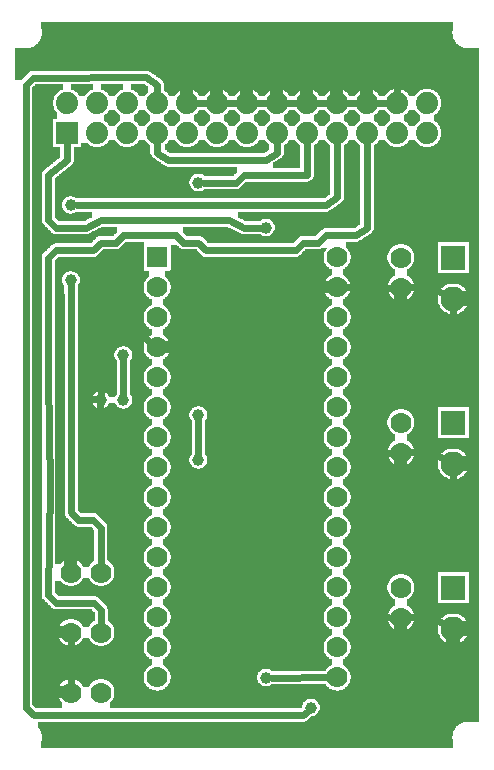
<source format=gbl>
G04 MADE WITH FRITZING*
G04 WWW.FRITZING.ORG*
G04 DOUBLE SIDED*
G04 HOLES PLATED*
G04 CONTOUR ON CENTER OF CONTOUR VECTOR*
%ASAXBY*%
%FSLAX23Y23*%
%MOIN*%
%OFA0B0*%
%SFA1.0B1.0*%
%ADD10C,0.075000*%
%ADD11C,0.039370*%
%ADD12C,0.070000*%
%ADD13C,0.074000*%
%ADD14C,0.083307*%
%ADD15R,0.069972X0.070000*%
%ADD16R,0.074000X0.074000*%
%ADD17R,0.083307X0.083307*%
%ADD18C,0.024000*%
%ADD19R,0.001000X0.001000*%
%LNCOPPER0*%
G90*
G70*
G54D10*
X582Y2297D03*
G54D11*
X875Y1775D03*
X875Y275D03*
X1025Y175D03*
X650Y1000D03*
X650Y1150D03*
X400Y1350D03*
X400Y1200D03*
X650Y1925D03*
X225Y1850D03*
X225Y1600D03*
X325Y1200D03*
G54D12*
X513Y1676D03*
X513Y1576D03*
X513Y1476D03*
X513Y1376D03*
X513Y1276D03*
X513Y1176D03*
X513Y1076D03*
X513Y976D03*
X513Y876D03*
X513Y776D03*
X513Y676D03*
X513Y576D03*
X513Y476D03*
X513Y376D03*
X513Y276D03*
X1113Y1676D03*
X1113Y1576D03*
X1113Y1476D03*
X1113Y1376D03*
X1113Y1276D03*
X1113Y1176D03*
X1113Y1076D03*
X1113Y976D03*
X1113Y876D03*
X1113Y776D03*
X1113Y676D03*
X1113Y576D03*
X1113Y476D03*
X1113Y376D03*
X1113Y276D03*
G54D13*
X213Y2190D03*
X313Y2190D03*
X413Y2190D03*
X513Y2190D03*
X613Y2190D03*
X713Y2190D03*
X813Y2190D03*
X913Y2190D03*
X1013Y2190D03*
X1113Y2190D03*
X1213Y2190D03*
X1313Y2190D03*
X1413Y2190D03*
X213Y2090D03*
X313Y2090D03*
X413Y2090D03*
X513Y2090D03*
X613Y2090D03*
X713Y2090D03*
X813Y2090D03*
X913Y2090D03*
X1013Y2090D03*
X1113Y2090D03*
X1213Y2090D03*
X1313Y2090D03*
X1413Y2090D03*
G54D12*
X1325Y575D03*
X1325Y475D03*
X1325Y1125D03*
X1325Y1025D03*
X1325Y1675D03*
X1325Y1575D03*
X225Y425D03*
X325Y425D03*
X225Y625D03*
X325Y625D03*
X225Y225D03*
X325Y225D03*
G54D14*
X1500Y1675D03*
X1500Y1537D03*
X1500Y1125D03*
X1500Y987D03*
X1500Y575D03*
X1500Y437D03*
G54D15*
X512Y1676D03*
G54D16*
X213Y2090D03*
G54D17*
X1500Y1675D03*
X1500Y1125D03*
X1500Y575D03*
G54D18*
X801Y1775D02*
X856Y1775D01*
D02*
X275Y1775D02*
X325Y1800D01*
D02*
X325Y1800D02*
X751Y1800D01*
D02*
X751Y1800D02*
X801Y1775D01*
D02*
X175Y1775D02*
X275Y1775D01*
D02*
X150Y1800D02*
X175Y1775D01*
D02*
X213Y2000D02*
X150Y1950D01*
D02*
X150Y1950D02*
X150Y1800D01*
D02*
X213Y2059D02*
X213Y2000D01*
D02*
X1083Y276D02*
X894Y275D01*
D02*
X101Y150D02*
X1000Y150D01*
D02*
X74Y175D02*
X101Y150D01*
D02*
X75Y897D02*
X74Y175D01*
D02*
X74Y2250D02*
X75Y897D01*
D02*
X100Y2275D02*
X74Y2250D01*
D02*
X475Y2276D02*
X100Y2275D01*
D02*
X513Y2251D02*
X475Y2276D01*
D02*
X513Y2221D02*
X513Y2251D01*
D02*
X1000Y150D02*
X1012Y161D01*
D02*
X650Y1131D02*
X650Y1019D01*
D02*
X400Y1331D02*
X400Y1219D01*
D02*
X513Y2025D02*
X513Y2059D01*
D02*
X550Y2000D02*
X513Y2025D01*
D02*
X875Y2000D02*
X550Y2000D01*
D02*
X913Y2025D02*
X875Y2000D01*
D02*
X913Y2059D02*
X913Y2025D01*
D02*
X775Y1924D02*
X801Y1951D01*
D02*
X1013Y1951D02*
X1013Y2059D01*
D02*
X801Y1951D02*
X1013Y1951D01*
D02*
X669Y1925D02*
X775Y1924D01*
D02*
X300Y1699D02*
X175Y1699D01*
D02*
X325Y1725D02*
X300Y1699D01*
D02*
X600Y1725D02*
X575Y1750D01*
D02*
X675Y1699D02*
X650Y1725D01*
D02*
X999Y1725D02*
X975Y1699D01*
D02*
X1050Y1725D02*
X999Y1725D01*
D02*
X376Y1725D02*
X325Y1725D01*
D02*
X399Y1749D02*
X376Y1725D01*
D02*
X975Y1699D02*
X675Y1699D01*
D02*
X1075Y1750D02*
X1050Y1725D01*
D02*
X650Y1725D02*
X600Y1725D01*
D02*
X575Y1750D02*
X399Y1749D01*
D02*
X1176Y1750D02*
X1075Y1750D01*
D02*
X1213Y1774D02*
X1176Y1750D01*
D02*
X175Y1699D02*
X150Y1675D01*
D02*
X156Y913D02*
X150Y550D01*
D02*
X150Y1276D02*
X156Y913D01*
D02*
X150Y1675D02*
X150Y1276D01*
D02*
X150Y550D02*
X175Y524D01*
D02*
X175Y524D02*
X301Y524D01*
D02*
X301Y524D02*
X325Y500D01*
D02*
X325Y500D02*
X325Y451D01*
D02*
X1213Y2059D02*
X1213Y1774D01*
D02*
X1075Y1849D02*
X244Y1850D01*
D02*
X1113Y1876D02*
X1075Y1849D01*
D02*
X1113Y2059D02*
X1113Y1876D01*
D02*
X325Y775D02*
X325Y651D01*
D02*
X225Y826D02*
X250Y800D01*
D02*
X250Y800D02*
X299Y800D01*
D02*
X299Y800D02*
X325Y775D01*
D02*
X225Y1581D02*
X225Y826D01*
D02*
X1142Y1576D02*
X1299Y1575D01*
D02*
X1250Y1063D02*
X1276Y1025D01*
D02*
X1276Y1025D02*
X1299Y1025D01*
D02*
X1250Y1350D02*
X1250Y1063D01*
D02*
X1275Y1374D02*
X1250Y1350D01*
D02*
X1474Y1374D02*
X1275Y1374D01*
D02*
X1500Y1400D02*
X1474Y1374D01*
D02*
X1500Y1505D02*
X1500Y1400D01*
D02*
X1275Y476D02*
X1299Y475D01*
D02*
X1250Y500D02*
X1275Y476D01*
D02*
X1250Y799D02*
X1250Y500D01*
D02*
X1275Y825D02*
X1250Y799D01*
D02*
X1474Y825D02*
X1275Y825D01*
D02*
X1500Y850D02*
X1474Y825D01*
D02*
X1500Y955D02*
X1500Y850D01*
D02*
X1351Y2275D02*
X1524Y2275D01*
D02*
X1313Y2250D02*
X1351Y2275D01*
D02*
X1524Y2275D02*
X1551Y2250D01*
D02*
X1551Y2250D02*
X1551Y1949D01*
D02*
X1551Y1949D02*
X1524Y1925D01*
D02*
X1524Y1925D02*
X1475Y1925D01*
D02*
X1475Y1925D02*
X1450Y1900D01*
D02*
X1450Y1900D02*
X1450Y1774D01*
D02*
X1450Y1774D02*
X1425Y1749D01*
D02*
X1425Y1749D02*
X1275Y1749D01*
D02*
X1275Y1749D02*
X1250Y1725D01*
D02*
X1250Y1725D02*
X1250Y1601D01*
D02*
X1250Y1601D02*
X1274Y1574D01*
D02*
X1274Y1574D02*
X1299Y1574D01*
D02*
X1313Y2221D02*
X1313Y2250D01*
D02*
X1281Y2190D02*
X1244Y2190D01*
D02*
X1181Y2190D02*
X1144Y2190D01*
D02*
X1081Y2190D02*
X1044Y2190D01*
D02*
X981Y2190D02*
X944Y2190D01*
D02*
X881Y2190D02*
X844Y2190D01*
D02*
X781Y2190D02*
X744Y2190D01*
D02*
X681Y2190D02*
X644Y2190D01*
D02*
X225Y399D02*
X225Y251D01*
D02*
X325Y1400D02*
X325Y1219D01*
D02*
X351Y1425D02*
X325Y1400D01*
D02*
X450Y1425D02*
X351Y1425D01*
D02*
X490Y1394D02*
X450Y1425D01*
G36*
X126Y2460D02*
X126Y2436D01*
X128Y2436D01*
X128Y2414D01*
X126Y2414D01*
X126Y2408D01*
X124Y2408D01*
X124Y2402D01*
X122Y2402D01*
X122Y2398D01*
X120Y2398D01*
X120Y2396D01*
X118Y2396D01*
X118Y2392D01*
X116Y2392D01*
X116Y2390D01*
X114Y2390D01*
X114Y2388D01*
X112Y2388D01*
X112Y2386D01*
X110Y2386D01*
X110Y2384D01*
X108Y2384D01*
X108Y2382D01*
X104Y2382D01*
X104Y2380D01*
X102Y2380D01*
X102Y2378D01*
X98Y2378D01*
X98Y2376D01*
X92Y2376D01*
X92Y2374D01*
X86Y2374D01*
X86Y2372D01*
X1538Y2372D01*
X1538Y2374D01*
X1532Y2374D01*
X1532Y2376D01*
X1528Y2376D01*
X1528Y2378D01*
X1524Y2378D01*
X1524Y2380D01*
X1520Y2380D01*
X1520Y2382D01*
X1518Y2382D01*
X1518Y2384D01*
X1516Y2384D01*
X1516Y2386D01*
X1512Y2386D01*
X1512Y2388D01*
X1510Y2388D01*
X1510Y2392D01*
X1508Y2392D01*
X1508Y2394D01*
X1506Y2394D01*
X1506Y2396D01*
X1504Y2396D01*
X1504Y2400D01*
X1502Y2400D01*
X1502Y2404D01*
X1500Y2404D01*
X1500Y2410D01*
X1498Y2410D01*
X1498Y2420D01*
X1496Y2420D01*
X1496Y2430D01*
X1498Y2430D01*
X1498Y2440D01*
X1500Y2440D01*
X1500Y2460D01*
X126Y2460D01*
G37*
D02*
G36*
X40Y2374D02*
X40Y2372D01*
X64Y2372D01*
X64Y2374D01*
X40Y2374D01*
G37*
D02*
G36*
X1562Y2374D02*
X1562Y2372D01*
X1584Y2372D01*
X1584Y2374D01*
X1562Y2374D01*
G37*
D02*
G36*
X40Y2372D02*
X40Y2370D01*
X1584Y2370D01*
X1584Y2372D01*
X40Y2372D01*
G37*
D02*
G36*
X40Y2372D02*
X40Y2370D01*
X1584Y2370D01*
X1584Y2372D01*
X40Y2372D01*
G37*
D02*
G36*
X40Y2372D02*
X40Y2370D01*
X1584Y2370D01*
X1584Y2372D01*
X40Y2372D01*
G37*
D02*
G36*
X40Y2370D02*
X40Y2298D01*
X480Y2298D01*
X480Y2296D01*
X486Y2296D01*
X486Y2294D01*
X490Y2294D01*
X490Y2292D01*
X492Y2292D01*
X492Y2290D01*
X496Y2290D01*
X496Y2288D01*
X498Y2288D01*
X498Y2286D01*
X502Y2286D01*
X502Y2284D01*
X504Y2284D01*
X504Y2282D01*
X508Y2282D01*
X508Y2280D01*
X510Y2280D01*
X510Y2278D01*
X514Y2278D01*
X514Y2276D01*
X516Y2276D01*
X516Y2274D01*
X520Y2274D01*
X520Y2272D01*
X522Y2272D01*
X522Y2270D01*
X524Y2270D01*
X524Y2268D01*
X528Y2268D01*
X528Y2266D01*
X530Y2266D01*
X530Y2262D01*
X532Y2262D01*
X532Y2258D01*
X534Y2258D01*
X534Y2236D01*
X1426Y2236D01*
X1426Y2234D01*
X1432Y2234D01*
X1432Y2232D01*
X1434Y2232D01*
X1434Y2230D01*
X1438Y2230D01*
X1438Y2228D01*
X1442Y2228D01*
X1442Y2226D01*
X1444Y2226D01*
X1444Y2224D01*
X1446Y2224D01*
X1446Y2222D01*
X1448Y2222D01*
X1448Y2220D01*
X1450Y2220D01*
X1450Y2216D01*
X1452Y2216D01*
X1452Y2214D01*
X1454Y2214D01*
X1454Y2210D01*
X1456Y2210D01*
X1456Y2204D01*
X1458Y2204D01*
X1458Y2196D01*
X1460Y2196D01*
X1460Y2184D01*
X1458Y2184D01*
X1458Y2176D01*
X1456Y2176D01*
X1456Y2170D01*
X1454Y2170D01*
X1454Y2166D01*
X1452Y2166D01*
X1452Y2164D01*
X1450Y2164D01*
X1450Y2160D01*
X1448Y2160D01*
X1448Y2158D01*
X1446Y2158D01*
X1446Y2156D01*
X1444Y2156D01*
X1444Y2154D01*
X1442Y2154D01*
X1442Y2152D01*
X1438Y2152D01*
X1438Y2150D01*
X1434Y2150D01*
X1434Y2130D01*
X1438Y2130D01*
X1438Y2128D01*
X1442Y2128D01*
X1442Y2126D01*
X1444Y2126D01*
X1444Y2124D01*
X1446Y2124D01*
X1446Y2122D01*
X1448Y2122D01*
X1448Y2120D01*
X1450Y2120D01*
X1450Y2116D01*
X1452Y2116D01*
X1452Y2114D01*
X1454Y2114D01*
X1454Y2110D01*
X1456Y2110D01*
X1456Y2104D01*
X1458Y2104D01*
X1458Y2096D01*
X1460Y2096D01*
X1460Y2084D01*
X1458Y2084D01*
X1458Y2076D01*
X1456Y2076D01*
X1456Y2070D01*
X1454Y2070D01*
X1454Y2066D01*
X1452Y2066D01*
X1452Y2064D01*
X1450Y2064D01*
X1450Y2060D01*
X1448Y2060D01*
X1448Y2058D01*
X1446Y2058D01*
X1446Y2056D01*
X1444Y2056D01*
X1444Y2054D01*
X1442Y2054D01*
X1442Y2052D01*
X1438Y2052D01*
X1438Y2050D01*
X1434Y2050D01*
X1434Y2048D01*
X1432Y2048D01*
X1432Y2046D01*
X1426Y2046D01*
X1426Y2044D01*
X1584Y2044D01*
X1584Y2370D01*
X40Y2370D01*
G37*
D02*
G36*
X40Y2298D02*
X40Y2266D01*
X60Y2266D01*
X60Y2268D01*
X62Y2268D01*
X62Y2270D01*
X64Y2270D01*
X64Y2272D01*
X66Y2272D01*
X66Y2274D01*
X68Y2274D01*
X68Y2276D01*
X70Y2276D01*
X70Y2278D01*
X72Y2278D01*
X72Y2280D01*
X74Y2280D01*
X74Y2282D01*
X76Y2282D01*
X76Y2284D01*
X78Y2284D01*
X78Y2286D01*
X80Y2286D01*
X80Y2288D01*
X82Y2288D01*
X82Y2290D01*
X84Y2290D01*
X84Y2292D01*
X88Y2292D01*
X88Y2294D01*
X90Y2294D01*
X90Y2296D01*
X96Y2296D01*
X96Y2298D01*
X40Y2298D01*
G37*
D02*
G36*
X108Y2254D02*
X108Y2252D01*
X106Y2252D01*
X106Y2250D01*
X104Y2250D01*
X104Y2248D01*
X102Y2248D01*
X102Y2246D01*
X100Y2246D01*
X100Y2244D01*
X98Y2244D01*
X98Y2242D01*
X96Y2242D01*
X96Y1754D01*
X166Y1754D01*
X166Y1756D01*
X162Y1756D01*
X162Y1758D01*
X160Y1758D01*
X160Y1760D01*
X158Y1760D01*
X158Y1762D01*
X156Y1762D01*
X156Y1764D01*
X154Y1764D01*
X154Y1766D01*
X152Y1766D01*
X152Y1768D01*
X150Y1768D01*
X150Y1770D01*
X148Y1770D01*
X148Y1772D01*
X146Y1772D01*
X146Y1774D01*
X144Y1774D01*
X144Y1776D01*
X142Y1776D01*
X142Y1778D01*
X140Y1778D01*
X140Y1780D01*
X138Y1780D01*
X138Y1782D01*
X136Y1782D01*
X136Y1784D01*
X134Y1784D01*
X134Y1786D01*
X132Y1786D01*
X132Y1790D01*
X130Y1790D01*
X130Y1794D01*
X128Y1794D01*
X128Y1954D01*
X130Y1954D01*
X130Y1960D01*
X132Y1960D01*
X132Y1964D01*
X134Y1964D01*
X134Y1966D01*
X136Y1966D01*
X136Y1968D01*
X138Y1968D01*
X138Y1970D01*
X142Y1970D01*
X142Y1972D01*
X144Y1972D01*
X144Y1974D01*
X146Y1974D01*
X146Y1976D01*
X148Y1976D01*
X148Y1978D01*
X152Y1978D01*
X152Y1980D01*
X154Y1980D01*
X154Y1982D01*
X156Y1982D01*
X156Y1984D01*
X158Y1984D01*
X158Y1986D01*
X162Y1986D01*
X162Y1988D01*
X164Y1988D01*
X164Y1990D01*
X166Y1990D01*
X166Y1992D01*
X168Y1992D01*
X168Y1994D01*
X172Y1994D01*
X172Y1996D01*
X174Y1996D01*
X174Y1998D01*
X176Y1998D01*
X176Y2000D01*
X178Y2000D01*
X178Y2002D01*
X180Y2002D01*
X180Y2004D01*
X184Y2004D01*
X184Y2006D01*
X186Y2006D01*
X186Y2008D01*
X188Y2008D01*
X188Y2010D01*
X190Y2010D01*
X190Y2042D01*
X166Y2042D01*
X166Y2138D01*
X180Y2138D01*
X180Y2158D01*
X178Y2158D01*
X178Y2160D01*
X176Y2160D01*
X176Y2162D01*
X174Y2162D01*
X174Y2164D01*
X172Y2164D01*
X172Y2168D01*
X170Y2168D01*
X170Y2172D01*
X168Y2172D01*
X168Y2180D01*
X166Y2180D01*
X166Y2200D01*
X168Y2200D01*
X168Y2208D01*
X170Y2208D01*
X170Y2212D01*
X172Y2212D01*
X172Y2216D01*
X174Y2216D01*
X174Y2218D01*
X176Y2218D01*
X176Y2220D01*
X178Y2220D01*
X178Y2222D01*
X180Y2222D01*
X180Y2224D01*
X182Y2224D01*
X182Y2226D01*
X184Y2226D01*
X184Y2228D01*
X186Y2228D01*
X186Y2230D01*
X190Y2230D01*
X190Y2232D01*
X194Y2232D01*
X194Y2234D01*
X200Y2234D01*
X200Y2254D01*
X108Y2254D01*
G37*
D02*
G36*
X534Y2236D02*
X534Y2230D01*
X538Y2230D01*
X538Y2228D01*
X542Y2228D01*
X542Y2226D01*
X544Y2226D01*
X544Y2224D01*
X546Y2224D01*
X546Y2222D01*
X548Y2222D01*
X548Y2220D01*
X550Y2220D01*
X550Y2216D01*
X552Y2216D01*
X552Y2214D01*
X572Y2214D01*
X572Y2216D01*
X574Y2216D01*
X574Y2218D01*
X576Y2218D01*
X576Y2220D01*
X578Y2220D01*
X578Y2222D01*
X580Y2222D01*
X580Y2224D01*
X582Y2224D01*
X582Y2226D01*
X584Y2226D01*
X584Y2228D01*
X586Y2228D01*
X586Y2230D01*
X590Y2230D01*
X590Y2232D01*
X594Y2232D01*
X594Y2234D01*
X600Y2234D01*
X600Y2236D01*
X534Y2236D01*
G37*
D02*
G36*
X626Y2236D02*
X626Y2234D01*
X632Y2234D01*
X632Y2232D01*
X634Y2232D01*
X634Y2230D01*
X638Y2230D01*
X638Y2228D01*
X642Y2228D01*
X642Y2226D01*
X644Y2226D01*
X644Y2224D01*
X646Y2224D01*
X646Y2222D01*
X648Y2222D01*
X648Y2220D01*
X650Y2220D01*
X650Y2216D01*
X652Y2216D01*
X652Y2214D01*
X672Y2214D01*
X672Y2216D01*
X674Y2216D01*
X674Y2218D01*
X676Y2218D01*
X676Y2220D01*
X678Y2220D01*
X678Y2222D01*
X680Y2222D01*
X680Y2224D01*
X682Y2224D01*
X682Y2226D01*
X684Y2226D01*
X684Y2228D01*
X686Y2228D01*
X686Y2230D01*
X690Y2230D01*
X690Y2232D01*
X694Y2232D01*
X694Y2234D01*
X700Y2234D01*
X700Y2236D01*
X626Y2236D01*
G37*
D02*
G36*
X726Y2236D02*
X726Y2234D01*
X732Y2234D01*
X732Y2232D01*
X734Y2232D01*
X734Y2230D01*
X738Y2230D01*
X738Y2228D01*
X742Y2228D01*
X742Y2226D01*
X744Y2226D01*
X744Y2224D01*
X746Y2224D01*
X746Y2222D01*
X748Y2222D01*
X748Y2220D01*
X750Y2220D01*
X750Y2216D01*
X752Y2216D01*
X752Y2214D01*
X772Y2214D01*
X772Y2216D01*
X774Y2216D01*
X774Y2218D01*
X776Y2218D01*
X776Y2220D01*
X778Y2220D01*
X778Y2222D01*
X780Y2222D01*
X780Y2224D01*
X782Y2224D01*
X782Y2226D01*
X784Y2226D01*
X784Y2228D01*
X786Y2228D01*
X786Y2230D01*
X790Y2230D01*
X790Y2232D01*
X794Y2232D01*
X794Y2234D01*
X800Y2234D01*
X800Y2236D01*
X726Y2236D01*
G37*
D02*
G36*
X826Y2236D02*
X826Y2234D01*
X832Y2234D01*
X832Y2232D01*
X834Y2232D01*
X834Y2230D01*
X838Y2230D01*
X838Y2228D01*
X842Y2228D01*
X842Y2226D01*
X844Y2226D01*
X844Y2224D01*
X846Y2224D01*
X846Y2222D01*
X848Y2222D01*
X848Y2220D01*
X850Y2220D01*
X850Y2216D01*
X852Y2216D01*
X852Y2214D01*
X872Y2214D01*
X872Y2216D01*
X874Y2216D01*
X874Y2218D01*
X876Y2218D01*
X876Y2220D01*
X878Y2220D01*
X878Y2222D01*
X880Y2222D01*
X880Y2224D01*
X882Y2224D01*
X882Y2226D01*
X884Y2226D01*
X884Y2228D01*
X886Y2228D01*
X886Y2230D01*
X890Y2230D01*
X890Y2232D01*
X894Y2232D01*
X894Y2234D01*
X900Y2234D01*
X900Y2236D01*
X826Y2236D01*
G37*
D02*
G36*
X926Y2236D02*
X926Y2234D01*
X932Y2234D01*
X932Y2232D01*
X934Y2232D01*
X934Y2230D01*
X938Y2230D01*
X938Y2228D01*
X942Y2228D01*
X942Y2226D01*
X944Y2226D01*
X944Y2224D01*
X946Y2224D01*
X946Y2222D01*
X948Y2222D01*
X948Y2220D01*
X950Y2220D01*
X950Y2216D01*
X952Y2216D01*
X952Y2214D01*
X972Y2214D01*
X972Y2216D01*
X974Y2216D01*
X974Y2218D01*
X976Y2218D01*
X976Y2220D01*
X978Y2220D01*
X978Y2222D01*
X980Y2222D01*
X980Y2224D01*
X982Y2224D01*
X982Y2226D01*
X984Y2226D01*
X984Y2228D01*
X986Y2228D01*
X986Y2230D01*
X990Y2230D01*
X990Y2232D01*
X994Y2232D01*
X994Y2234D01*
X1000Y2234D01*
X1000Y2236D01*
X926Y2236D01*
G37*
D02*
G36*
X1026Y2236D02*
X1026Y2234D01*
X1032Y2234D01*
X1032Y2232D01*
X1034Y2232D01*
X1034Y2230D01*
X1038Y2230D01*
X1038Y2228D01*
X1042Y2228D01*
X1042Y2226D01*
X1044Y2226D01*
X1044Y2224D01*
X1046Y2224D01*
X1046Y2222D01*
X1048Y2222D01*
X1048Y2220D01*
X1050Y2220D01*
X1050Y2216D01*
X1052Y2216D01*
X1052Y2214D01*
X1072Y2214D01*
X1072Y2216D01*
X1074Y2216D01*
X1074Y2218D01*
X1076Y2218D01*
X1076Y2220D01*
X1078Y2220D01*
X1078Y2222D01*
X1080Y2222D01*
X1080Y2224D01*
X1082Y2224D01*
X1082Y2226D01*
X1084Y2226D01*
X1084Y2228D01*
X1086Y2228D01*
X1086Y2230D01*
X1090Y2230D01*
X1090Y2232D01*
X1094Y2232D01*
X1094Y2234D01*
X1100Y2234D01*
X1100Y2236D01*
X1026Y2236D01*
G37*
D02*
G36*
X1126Y2236D02*
X1126Y2234D01*
X1132Y2234D01*
X1132Y2232D01*
X1134Y2232D01*
X1134Y2230D01*
X1138Y2230D01*
X1138Y2228D01*
X1142Y2228D01*
X1142Y2226D01*
X1144Y2226D01*
X1144Y2224D01*
X1146Y2224D01*
X1146Y2222D01*
X1148Y2222D01*
X1148Y2220D01*
X1150Y2220D01*
X1150Y2216D01*
X1152Y2216D01*
X1152Y2214D01*
X1172Y2214D01*
X1172Y2216D01*
X1174Y2216D01*
X1174Y2218D01*
X1176Y2218D01*
X1176Y2220D01*
X1178Y2220D01*
X1178Y2222D01*
X1180Y2222D01*
X1180Y2224D01*
X1182Y2224D01*
X1182Y2226D01*
X1184Y2226D01*
X1184Y2228D01*
X1186Y2228D01*
X1186Y2230D01*
X1190Y2230D01*
X1190Y2232D01*
X1194Y2232D01*
X1194Y2234D01*
X1200Y2234D01*
X1200Y2236D01*
X1126Y2236D01*
G37*
D02*
G36*
X1226Y2236D02*
X1226Y2234D01*
X1232Y2234D01*
X1232Y2232D01*
X1234Y2232D01*
X1234Y2230D01*
X1238Y2230D01*
X1238Y2228D01*
X1242Y2228D01*
X1242Y2226D01*
X1244Y2226D01*
X1244Y2224D01*
X1246Y2224D01*
X1246Y2222D01*
X1248Y2222D01*
X1248Y2220D01*
X1250Y2220D01*
X1250Y2216D01*
X1252Y2216D01*
X1252Y2214D01*
X1272Y2214D01*
X1272Y2216D01*
X1274Y2216D01*
X1274Y2218D01*
X1276Y2218D01*
X1276Y2220D01*
X1278Y2220D01*
X1278Y2222D01*
X1280Y2222D01*
X1280Y2224D01*
X1282Y2224D01*
X1282Y2226D01*
X1284Y2226D01*
X1284Y2228D01*
X1286Y2228D01*
X1286Y2230D01*
X1290Y2230D01*
X1290Y2232D01*
X1294Y2232D01*
X1294Y2234D01*
X1300Y2234D01*
X1300Y2236D01*
X1226Y2236D01*
G37*
D02*
G36*
X1326Y2236D02*
X1326Y2234D01*
X1332Y2234D01*
X1332Y2232D01*
X1334Y2232D01*
X1334Y2230D01*
X1338Y2230D01*
X1338Y2228D01*
X1342Y2228D01*
X1342Y2226D01*
X1344Y2226D01*
X1344Y2224D01*
X1346Y2224D01*
X1346Y2222D01*
X1348Y2222D01*
X1348Y2220D01*
X1350Y2220D01*
X1350Y2216D01*
X1352Y2216D01*
X1352Y2214D01*
X1372Y2214D01*
X1372Y2216D01*
X1374Y2216D01*
X1374Y2218D01*
X1376Y2218D01*
X1376Y2220D01*
X1378Y2220D01*
X1378Y2222D01*
X1380Y2222D01*
X1380Y2224D01*
X1382Y2224D01*
X1382Y2226D01*
X1384Y2226D01*
X1384Y2228D01*
X1386Y2228D01*
X1386Y2230D01*
X1390Y2230D01*
X1390Y2232D01*
X1394Y2232D01*
X1394Y2234D01*
X1400Y2234D01*
X1400Y2236D01*
X1326Y2236D01*
G37*
D02*
G36*
X1252Y2066D02*
X1252Y2064D01*
X1250Y2064D01*
X1250Y2060D01*
X1248Y2060D01*
X1248Y2058D01*
X1246Y2058D01*
X1246Y2056D01*
X1244Y2056D01*
X1244Y2054D01*
X1242Y2054D01*
X1242Y2052D01*
X1238Y2052D01*
X1238Y2050D01*
X1234Y2050D01*
X1234Y2044D01*
X1300Y2044D01*
X1300Y2046D01*
X1294Y2046D01*
X1294Y2048D01*
X1290Y2048D01*
X1290Y2050D01*
X1286Y2050D01*
X1286Y2052D01*
X1284Y2052D01*
X1284Y2054D01*
X1282Y2054D01*
X1282Y2056D01*
X1280Y2056D01*
X1280Y2058D01*
X1278Y2058D01*
X1278Y2060D01*
X1276Y2060D01*
X1276Y2062D01*
X1274Y2062D01*
X1274Y2064D01*
X1272Y2064D01*
X1272Y2066D01*
X1252Y2066D01*
G37*
D02*
G36*
X1352Y2066D02*
X1352Y2064D01*
X1350Y2064D01*
X1350Y2060D01*
X1348Y2060D01*
X1348Y2058D01*
X1346Y2058D01*
X1346Y2056D01*
X1344Y2056D01*
X1344Y2054D01*
X1342Y2054D01*
X1342Y2052D01*
X1338Y2052D01*
X1338Y2050D01*
X1334Y2050D01*
X1334Y2048D01*
X1332Y2048D01*
X1332Y2046D01*
X1326Y2046D01*
X1326Y2044D01*
X1400Y2044D01*
X1400Y2046D01*
X1394Y2046D01*
X1394Y2048D01*
X1390Y2048D01*
X1390Y2050D01*
X1386Y2050D01*
X1386Y2052D01*
X1384Y2052D01*
X1384Y2054D01*
X1382Y2054D01*
X1382Y2056D01*
X1380Y2056D01*
X1380Y2058D01*
X1378Y2058D01*
X1378Y2060D01*
X1376Y2060D01*
X1376Y2062D01*
X1374Y2062D01*
X1374Y2064D01*
X1372Y2064D01*
X1372Y2066D01*
X1352Y2066D01*
G37*
D02*
G36*
X1234Y2044D02*
X1234Y2042D01*
X1584Y2042D01*
X1584Y2044D01*
X1234Y2044D01*
G37*
D02*
G36*
X1234Y2044D02*
X1234Y2042D01*
X1584Y2042D01*
X1584Y2044D01*
X1234Y2044D01*
G37*
D02*
G36*
X1234Y2044D02*
X1234Y2042D01*
X1584Y2042D01*
X1584Y2044D01*
X1234Y2044D01*
G37*
D02*
G36*
X1234Y2042D02*
X1234Y1766D01*
X1232Y1766D01*
X1232Y1762D01*
X1230Y1762D01*
X1230Y1760D01*
X1228Y1760D01*
X1228Y1758D01*
X1226Y1758D01*
X1226Y1756D01*
X1224Y1756D01*
X1224Y1754D01*
X1220Y1754D01*
X1220Y1752D01*
X1218Y1752D01*
X1218Y1750D01*
X1214Y1750D01*
X1214Y1748D01*
X1212Y1748D01*
X1212Y1746D01*
X1208Y1746D01*
X1208Y1744D01*
X1206Y1744D01*
X1206Y1742D01*
X1202Y1742D01*
X1202Y1740D01*
X1200Y1740D01*
X1200Y1738D01*
X1196Y1738D01*
X1196Y1736D01*
X1194Y1736D01*
X1194Y1734D01*
X1190Y1734D01*
X1190Y1732D01*
X1186Y1732D01*
X1186Y1730D01*
X1182Y1730D01*
X1182Y1728D01*
X1142Y1728D01*
X1142Y1726D01*
X1552Y1726D01*
X1552Y1624D01*
X1584Y1624D01*
X1584Y2042D01*
X1234Y2042D01*
G37*
D02*
G36*
X328Y1778D02*
X328Y1776D01*
X324Y1776D01*
X324Y1774D01*
X320Y1774D01*
X320Y1772D01*
X316Y1772D01*
X316Y1770D01*
X312Y1770D01*
X312Y1768D01*
X308Y1768D01*
X308Y1766D01*
X304Y1766D01*
X304Y1764D01*
X300Y1764D01*
X300Y1762D01*
X296Y1762D01*
X296Y1760D01*
X292Y1760D01*
X292Y1758D01*
X288Y1758D01*
X288Y1756D01*
X284Y1756D01*
X284Y1754D01*
X374Y1754D01*
X374Y1756D01*
X376Y1756D01*
X376Y1758D01*
X378Y1758D01*
X378Y1778D01*
X328Y1778D01*
G37*
D02*
G36*
X96Y1754D02*
X96Y1752D01*
X372Y1752D01*
X372Y1754D01*
X96Y1754D01*
G37*
D02*
G36*
X96Y1754D02*
X96Y1752D01*
X372Y1752D01*
X372Y1754D01*
X96Y1754D01*
G37*
D02*
G36*
X96Y1752D02*
X96Y470D01*
X234Y470D01*
X234Y468D01*
X240Y468D01*
X240Y466D01*
X246Y466D01*
X246Y464D01*
X248Y464D01*
X248Y462D01*
X252Y462D01*
X252Y460D01*
X254Y460D01*
X254Y458D01*
X256Y458D01*
X256Y456D01*
X258Y456D01*
X258Y454D01*
X260Y454D01*
X260Y452D01*
X262Y452D01*
X262Y448D01*
X264Y448D01*
X264Y446D01*
X266Y446D01*
X266Y444D01*
X286Y444D01*
X286Y448D01*
X288Y448D01*
X288Y452D01*
X290Y452D01*
X290Y454D01*
X292Y454D01*
X292Y456D01*
X294Y456D01*
X294Y458D01*
X296Y458D01*
X296Y460D01*
X298Y460D01*
X298Y462D01*
X302Y462D01*
X302Y464D01*
X304Y464D01*
X304Y492D01*
X302Y492D01*
X302Y494D01*
X300Y494D01*
X300Y496D01*
X298Y496D01*
X298Y498D01*
X296Y498D01*
X296Y500D01*
X294Y500D01*
X294Y502D01*
X170Y502D01*
X170Y504D01*
X164Y504D01*
X164Y506D01*
X162Y506D01*
X162Y508D01*
X160Y508D01*
X160Y510D01*
X158Y510D01*
X158Y512D01*
X156Y512D01*
X156Y514D01*
X154Y514D01*
X154Y516D01*
X152Y516D01*
X152Y518D01*
X150Y518D01*
X150Y520D01*
X148Y520D01*
X148Y522D01*
X146Y522D01*
X146Y524D01*
X144Y524D01*
X144Y526D01*
X142Y526D01*
X142Y528D01*
X140Y528D01*
X140Y530D01*
X138Y530D01*
X138Y532D01*
X136Y532D01*
X136Y534D01*
X134Y534D01*
X134Y536D01*
X132Y536D01*
X132Y538D01*
X130Y538D01*
X130Y542D01*
X128Y542D01*
X128Y1682D01*
X130Y1682D01*
X130Y1686D01*
X132Y1686D01*
X132Y1690D01*
X134Y1690D01*
X134Y1692D01*
X136Y1692D01*
X136Y1694D01*
X138Y1694D01*
X138Y1696D01*
X140Y1696D01*
X140Y1698D01*
X144Y1698D01*
X144Y1700D01*
X146Y1700D01*
X146Y1702D01*
X148Y1702D01*
X148Y1704D01*
X150Y1704D01*
X150Y1706D01*
X152Y1706D01*
X152Y1708D01*
X154Y1708D01*
X154Y1710D01*
X156Y1710D01*
X156Y1712D01*
X158Y1712D01*
X158Y1714D01*
X160Y1714D01*
X160Y1716D01*
X162Y1716D01*
X162Y1718D01*
X166Y1718D01*
X166Y1720D01*
X172Y1720D01*
X172Y1722D01*
X292Y1722D01*
X292Y1724D01*
X294Y1724D01*
X294Y1726D01*
X296Y1726D01*
X296Y1728D01*
X298Y1728D01*
X298Y1730D01*
X300Y1730D01*
X300Y1732D01*
X302Y1732D01*
X302Y1734D01*
X304Y1734D01*
X304Y1736D01*
X306Y1736D01*
X306Y1738D01*
X308Y1738D01*
X308Y1740D01*
X310Y1740D01*
X310Y1742D01*
X312Y1742D01*
X312Y1744D01*
X314Y1744D01*
X314Y1746D01*
X320Y1746D01*
X320Y1748D01*
X368Y1748D01*
X368Y1750D01*
X370Y1750D01*
X370Y1752D01*
X96Y1752D01*
G37*
D02*
G36*
X408Y1728D02*
X408Y1726D01*
X406Y1726D01*
X406Y1724D01*
X404Y1724D01*
X404Y1722D01*
X402Y1722D01*
X402Y1720D01*
X400Y1720D01*
X400Y1718D01*
X398Y1718D01*
X398Y1716D01*
X396Y1716D01*
X396Y1714D01*
X394Y1714D01*
X394Y1712D01*
X392Y1712D01*
X392Y1710D01*
X390Y1710D01*
X390Y1708D01*
X388Y1708D01*
X388Y1706D01*
X384Y1706D01*
X384Y1704D01*
X334Y1704D01*
X334Y1702D01*
X332Y1702D01*
X332Y1700D01*
X330Y1700D01*
X330Y1698D01*
X328Y1698D01*
X328Y1696D01*
X326Y1696D01*
X326Y1694D01*
X324Y1694D01*
X324Y1692D01*
X322Y1692D01*
X322Y1690D01*
X320Y1690D01*
X320Y1688D01*
X318Y1688D01*
X318Y1686D01*
X316Y1686D01*
X316Y1684D01*
X314Y1684D01*
X314Y1682D01*
X312Y1682D01*
X312Y1680D01*
X308Y1680D01*
X308Y1678D01*
X184Y1678D01*
X184Y1676D01*
X182Y1676D01*
X182Y1674D01*
X180Y1674D01*
X180Y1672D01*
X178Y1672D01*
X178Y1670D01*
X176Y1670D01*
X176Y1668D01*
X174Y1668D01*
X174Y1666D01*
X172Y1666D01*
X172Y1630D01*
X230Y1630D01*
X230Y1628D01*
X238Y1628D01*
X238Y1626D01*
X240Y1626D01*
X240Y1624D01*
X244Y1624D01*
X244Y1622D01*
X246Y1622D01*
X246Y1620D01*
X248Y1620D01*
X248Y1618D01*
X250Y1618D01*
X250Y1614D01*
X252Y1614D01*
X252Y1610D01*
X254Y1610D01*
X254Y1590D01*
X252Y1590D01*
X252Y1586D01*
X250Y1586D01*
X250Y1582D01*
X248Y1582D01*
X248Y1380D01*
X406Y1380D01*
X406Y1378D01*
X412Y1378D01*
X412Y1376D01*
X416Y1376D01*
X416Y1374D01*
X418Y1374D01*
X418Y1372D01*
X420Y1372D01*
X420Y1370D01*
X422Y1370D01*
X422Y1368D01*
X424Y1368D01*
X424Y1366D01*
X426Y1366D01*
X426Y1362D01*
X428Y1362D01*
X428Y1356D01*
X430Y1356D01*
X430Y1344D01*
X428Y1344D01*
X428Y1338D01*
X426Y1338D01*
X426Y1334D01*
X424Y1334D01*
X424Y1332D01*
X422Y1332D01*
X422Y1218D01*
X424Y1218D01*
X424Y1216D01*
X426Y1216D01*
X426Y1212D01*
X428Y1212D01*
X428Y1206D01*
X430Y1206D01*
X430Y1194D01*
X428Y1194D01*
X428Y1188D01*
X426Y1188D01*
X426Y1184D01*
X424Y1184D01*
X424Y1182D01*
X422Y1182D01*
X422Y1180D01*
X420Y1180D01*
X420Y1178D01*
X418Y1178D01*
X418Y1176D01*
X416Y1176D01*
X416Y1174D01*
X412Y1174D01*
X412Y1172D01*
X406Y1172D01*
X406Y1170D01*
X468Y1170D01*
X468Y1186D01*
X470Y1186D01*
X470Y1192D01*
X472Y1192D01*
X472Y1196D01*
X474Y1196D01*
X474Y1200D01*
X476Y1200D01*
X476Y1202D01*
X478Y1202D01*
X478Y1206D01*
X480Y1206D01*
X480Y1208D01*
X482Y1208D01*
X482Y1210D01*
X484Y1210D01*
X484Y1212D01*
X488Y1212D01*
X488Y1214D01*
X492Y1214D01*
X492Y1216D01*
X494Y1216D01*
X494Y1236D01*
X490Y1236D01*
X490Y1238D01*
X486Y1238D01*
X486Y1240D01*
X484Y1240D01*
X484Y1242D01*
X482Y1242D01*
X482Y1244D01*
X480Y1244D01*
X480Y1246D01*
X478Y1246D01*
X478Y1248D01*
X476Y1248D01*
X476Y1252D01*
X474Y1252D01*
X474Y1254D01*
X472Y1254D01*
X472Y1258D01*
X470Y1258D01*
X470Y1264D01*
X468Y1264D01*
X468Y1286D01*
X470Y1286D01*
X470Y1292D01*
X472Y1292D01*
X472Y1296D01*
X474Y1296D01*
X474Y1300D01*
X476Y1300D01*
X476Y1302D01*
X478Y1302D01*
X478Y1306D01*
X480Y1306D01*
X480Y1308D01*
X482Y1308D01*
X482Y1310D01*
X484Y1310D01*
X484Y1312D01*
X488Y1312D01*
X488Y1314D01*
X492Y1314D01*
X492Y1316D01*
X494Y1316D01*
X494Y1336D01*
X490Y1336D01*
X490Y1338D01*
X486Y1338D01*
X486Y1340D01*
X484Y1340D01*
X484Y1342D01*
X482Y1342D01*
X482Y1344D01*
X480Y1344D01*
X480Y1346D01*
X478Y1346D01*
X478Y1348D01*
X476Y1348D01*
X476Y1352D01*
X474Y1352D01*
X474Y1354D01*
X472Y1354D01*
X472Y1358D01*
X470Y1358D01*
X470Y1364D01*
X468Y1364D01*
X468Y1386D01*
X470Y1386D01*
X470Y1392D01*
X472Y1392D01*
X472Y1396D01*
X474Y1396D01*
X474Y1400D01*
X476Y1400D01*
X476Y1402D01*
X478Y1402D01*
X478Y1406D01*
X480Y1406D01*
X480Y1408D01*
X482Y1408D01*
X482Y1410D01*
X484Y1410D01*
X484Y1412D01*
X488Y1412D01*
X488Y1414D01*
X492Y1414D01*
X492Y1416D01*
X494Y1416D01*
X494Y1436D01*
X490Y1436D01*
X490Y1438D01*
X486Y1438D01*
X486Y1440D01*
X484Y1440D01*
X484Y1442D01*
X482Y1442D01*
X482Y1444D01*
X480Y1444D01*
X480Y1446D01*
X478Y1446D01*
X478Y1448D01*
X476Y1448D01*
X476Y1452D01*
X474Y1452D01*
X474Y1454D01*
X472Y1454D01*
X472Y1458D01*
X470Y1458D01*
X470Y1464D01*
X468Y1464D01*
X468Y1486D01*
X470Y1486D01*
X470Y1492D01*
X472Y1492D01*
X472Y1496D01*
X474Y1496D01*
X474Y1500D01*
X476Y1500D01*
X476Y1502D01*
X478Y1502D01*
X478Y1506D01*
X480Y1506D01*
X480Y1508D01*
X482Y1508D01*
X482Y1510D01*
X484Y1510D01*
X484Y1512D01*
X488Y1512D01*
X488Y1514D01*
X492Y1514D01*
X492Y1516D01*
X494Y1516D01*
X494Y1536D01*
X490Y1536D01*
X490Y1538D01*
X486Y1538D01*
X486Y1540D01*
X484Y1540D01*
X484Y1542D01*
X482Y1542D01*
X482Y1544D01*
X480Y1544D01*
X480Y1546D01*
X478Y1546D01*
X478Y1548D01*
X476Y1548D01*
X476Y1552D01*
X474Y1552D01*
X474Y1554D01*
X472Y1554D01*
X472Y1558D01*
X470Y1558D01*
X470Y1564D01*
X468Y1564D01*
X468Y1586D01*
X470Y1586D01*
X470Y1592D01*
X472Y1592D01*
X472Y1596D01*
X474Y1596D01*
X474Y1600D01*
X476Y1600D01*
X476Y1602D01*
X478Y1602D01*
X478Y1606D01*
X480Y1606D01*
X480Y1608D01*
X482Y1608D01*
X482Y1610D01*
X484Y1610D01*
X484Y1630D01*
X468Y1630D01*
X468Y1728D01*
X408Y1728D01*
G37*
D02*
G36*
X1142Y1726D02*
X1142Y1720D01*
X1334Y1720D01*
X1334Y1718D01*
X1340Y1718D01*
X1340Y1716D01*
X1346Y1716D01*
X1346Y1714D01*
X1348Y1714D01*
X1348Y1712D01*
X1352Y1712D01*
X1352Y1710D01*
X1354Y1710D01*
X1354Y1708D01*
X1356Y1708D01*
X1356Y1706D01*
X1358Y1706D01*
X1358Y1704D01*
X1360Y1704D01*
X1360Y1702D01*
X1362Y1702D01*
X1362Y1698D01*
X1364Y1698D01*
X1364Y1696D01*
X1366Y1696D01*
X1366Y1690D01*
X1368Y1690D01*
X1368Y1684D01*
X1370Y1684D01*
X1370Y1666D01*
X1368Y1666D01*
X1368Y1660D01*
X1366Y1660D01*
X1366Y1654D01*
X1364Y1654D01*
X1364Y1652D01*
X1362Y1652D01*
X1362Y1648D01*
X1360Y1648D01*
X1360Y1646D01*
X1358Y1646D01*
X1358Y1644D01*
X1356Y1644D01*
X1356Y1642D01*
X1354Y1642D01*
X1354Y1640D01*
X1352Y1640D01*
X1352Y1638D01*
X1348Y1638D01*
X1348Y1636D01*
X1346Y1636D01*
X1346Y1634D01*
X1344Y1634D01*
X1344Y1624D01*
X1448Y1624D01*
X1448Y1726D01*
X1142Y1726D01*
G37*
D02*
G36*
X1142Y1720D02*
X1142Y1708D01*
X1144Y1708D01*
X1144Y1706D01*
X1146Y1706D01*
X1146Y1704D01*
X1148Y1704D01*
X1148Y1702D01*
X1150Y1702D01*
X1150Y1698D01*
X1152Y1698D01*
X1152Y1694D01*
X1154Y1694D01*
X1154Y1690D01*
X1156Y1690D01*
X1156Y1682D01*
X1158Y1682D01*
X1158Y1670D01*
X1156Y1670D01*
X1156Y1662D01*
X1154Y1662D01*
X1154Y1656D01*
X1152Y1656D01*
X1152Y1652D01*
X1150Y1652D01*
X1150Y1650D01*
X1148Y1650D01*
X1148Y1648D01*
X1146Y1648D01*
X1146Y1644D01*
X1144Y1644D01*
X1144Y1642D01*
X1140Y1642D01*
X1140Y1640D01*
X1138Y1640D01*
X1138Y1638D01*
X1136Y1638D01*
X1136Y1636D01*
X1132Y1636D01*
X1132Y1616D01*
X1134Y1616D01*
X1134Y1614D01*
X1138Y1614D01*
X1138Y1612D01*
X1140Y1612D01*
X1140Y1610D01*
X1142Y1610D01*
X1142Y1608D01*
X1144Y1608D01*
X1144Y1606D01*
X1146Y1606D01*
X1146Y1604D01*
X1148Y1604D01*
X1148Y1602D01*
X1150Y1602D01*
X1150Y1598D01*
X1152Y1598D01*
X1152Y1594D01*
X1154Y1594D01*
X1154Y1590D01*
X1156Y1590D01*
X1156Y1582D01*
X1158Y1582D01*
X1158Y1570D01*
X1156Y1570D01*
X1156Y1562D01*
X1154Y1562D01*
X1154Y1556D01*
X1152Y1556D01*
X1152Y1552D01*
X1150Y1552D01*
X1150Y1550D01*
X1148Y1550D01*
X1148Y1548D01*
X1146Y1548D01*
X1146Y1544D01*
X1144Y1544D01*
X1144Y1542D01*
X1140Y1542D01*
X1140Y1540D01*
X1138Y1540D01*
X1138Y1538D01*
X1136Y1538D01*
X1136Y1536D01*
X1132Y1536D01*
X1132Y1530D01*
X1316Y1530D01*
X1316Y1532D01*
X1308Y1532D01*
X1308Y1534D01*
X1304Y1534D01*
X1304Y1536D01*
X1300Y1536D01*
X1300Y1538D01*
X1298Y1538D01*
X1298Y1540D01*
X1296Y1540D01*
X1296Y1542D01*
X1294Y1542D01*
X1294Y1544D01*
X1292Y1544D01*
X1292Y1546D01*
X1290Y1546D01*
X1290Y1548D01*
X1288Y1548D01*
X1288Y1552D01*
X1286Y1552D01*
X1286Y1554D01*
X1284Y1554D01*
X1284Y1560D01*
X1282Y1560D01*
X1282Y1566D01*
X1280Y1566D01*
X1280Y1584D01*
X1282Y1584D01*
X1282Y1590D01*
X1284Y1590D01*
X1284Y1594D01*
X1286Y1594D01*
X1286Y1598D01*
X1288Y1598D01*
X1288Y1602D01*
X1290Y1602D01*
X1290Y1604D01*
X1292Y1604D01*
X1292Y1606D01*
X1294Y1606D01*
X1294Y1608D01*
X1296Y1608D01*
X1296Y1610D01*
X1298Y1610D01*
X1298Y1612D01*
X1302Y1612D01*
X1302Y1614D01*
X1306Y1614D01*
X1306Y1634D01*
X1304Y1634D01*
X1304Y1636D01*
X1302Y1636D01*
X1302Y1638D01*
X1298Y1638D01*
X1298Y1640D01*
X1296Y1640D01*
X1296Y1642D01*
X1294Y1642D01*
X1294Y1644D01*
X1292Y1644D01*
X1292Y1646D01*
X1290Y1646D01*
X1290Y1648D01*
X1288Y1648D01*
X1288Y1652D01*
X1286Y1652D01*
X1286Y1654D01*
X1284Y1654D01*
X1284Y1660D01*
X1282Y1660D01*
X1282Y1666D01*
X1280Y1666D01*
X1280Y1684D01*
X1282Y1684D01*
X1282Y1690D01*
X1284Y1690D01*
X1284Y1696D01*
X1286Y1696D01*
X1286Y1698D01*
X1288Y1698D01*
X1288Y1702D01*
X1290Y1702D01*
X1290Y1704D01*
X1292Y1704D01*
X1292Y1706D01*
X1294Y1706D01*
X1294Y1708D01*
X1296Y1708D01*
X1296Y1710D01*
X1298Y1710D01*
X1298Y1712D01*
X1302Y1712D01*
X1302Y1714D01*
X1304Y1714D01*
X1304Y1716D01*
X1310Y1716D01*
X1310Y1718D01*
X1316Y1718D01*
X1316Y1720D01*
X1142Y1720D01*
G37*
D02*
G36*
X558Y1718D02*
X558Y1678D01*
X666Y1678D01*
X666Y1680D01*
X662Y1680D01*
X662Y1682D01*
X660Y1682D01*
X660Y1684D01*
X658Y1684D01*
X658Y1686D01*
X656Y1686D01*
X656Y1688D01*
X654Y1688D01*
X654Y1690D01*
X652Y1690D01*
X652Y1692D01*
X650Y1692D01*
X650Y1694D01*
X648Y1694D01*
X648Y1696D01*
X646Y1696D01*
X646Y1698D01*
X644Y1698D01*
X644Y1702D01*
X642Y1702D01*
X642Y1704D01*
X592Y1704D01*
X592Y1706D01*
X588Y1706D01*
X588Y1708D01*
X586Y1708D01*
X586Y1710D01*
X584Y1710D01*
X584Y1712D01*
X582Y1712D01*
X582Y1714D01*
X580Y1714D01*
X580Y1716D01*
X578Y1716D01*
X578Y1718D01*
X558Y1718D01*
G37*
D02*
G36*
X1058Y1706D02*
X1058Y1704D01*
X1008Y1704D01*
X1008Y1702D01*
X1006Y1702D01*
X1006Y1700D01*
X1004Y1700D01*
X1004Y1698D01*
X1002Y1698D01*
X1002Y1696D01*
X1000Y1696D01*
X1000Y1694D01*
X998Y1694D01*
X998Y1692D01*
X996Y1692D01*
X996Y1688D01*
X994Y1688D01*
X994Y1686D01*
X992Y1686D01*
X992Y1684D01*
X990Y1684D01*
X990Y1682D01*
X986Y1682D01*
X986Y1680D01*
X982Y1680D01*
X982Y1678D01*
X1068Y1678D01*
X1068Y1686D01*
X1070Y1686D01*
X1070Y1692D01*
X1072Y1692D01*
X1072Y1696D01*
X1074Y1696D01*
X1074Y1700D01*
X1076Y1700D01*
X1076Y1702D01*
X1078Y1702D01*
X1078Y1706D01*
X1058Y1706D01*
G37*
D02*
G36*
X558Y1678D02*
X558Y1676D01*
X1068Y1676D01*
X1068Y1678D01*
X558Y1678D01*
G37*
D02*
G36*
X558Y1678D02*
X558Y1676D01*
X1068Y1676D01*
X1068Y1678D01*
X558Y1678D01*
G37*
D02*
G36*
X558Y1676D02*
X558Y1632D01*
X556Y1632D01*
X556Y1630D01*
X540Y1630D01*
X540Y1610D01*
X542Y1610D01*
X542Y1608D01*
X544Y1608D01*
X544Y1606D01*
X546Y1606D01*
X546Y1604D01*
X548Y1604D01*
X548Y1602D01*
X550Y1602D01*
X550Y1598D01*
X552Y1598D01*
X552Y1594D01*
X554Y1594D01*
X554Y1590D01*
X556Y1590D01*
X556Y1582D01*
X558Y1582D01*
X558Y1570D01*
X556Y1570D01*
X556Y1562D01*
X554Y1562D01*
X554Y1556D01*
X552Y1556D01*
X552Y1552D01*
X550Y1552D01*
X550Y1550D01*
X548Y1550D01*
X548Y1548D01*
X546Y1548D01*
X546Y1544D01*
X544Y1544D01*
X544Y1542D01*
X540Y1542D01*
X540Y1540D01*
X538Y1540D01*
X538Y1538D01*
X536Y1538D01*
X536Y1536D01*
X532Y1536D01*
X532Y1516D01*
X534Y1516D01*
X534Y1514D01*
X538Y1514D01*
X538Y1512D01*
X540Y1512D01*
X540Y1510D01*
X542Y1510D01*
X542Y1508D01*
X544Y1508D01*
X544Y1506D01*
X546Y1506D01*
X546Y1504D01*
X548Y1504D01*
X548Y1502D01*
X550Y1502D01*
X550Y1498D01*
X552Y1498D01*
X552Y1494D01*
X554Y1494D01*
X554Y1490D01*
X556Y1490D01*
X556Y1482D01*
X558Y1482D01*
X558Y1470D01*
X556Y1470D01*
X556Y1462D01*
X554Y1462D01*
X554Y1456D01*
X552Y1456D01*
X552Y1452D01*
X550Y1452D01*
X550Y1450D01*
X548Y1450D01*
X548Y1448D01*
X546Y1448D01*
X546Y1444D01*
X544Y1444D01*
X544Y1442D01*
X540Y1442D01*
X540Y1440D01*
X538Y1440D01*
X538Y1438D01*
X536Y1438D01*
X536Y1436D01*
X532Y1436D01*
X532Y1416D01*
X534Y1416D01*
X534Y1414D01*
X538Y1414D01*
X538Y1412D01*
X540Y1412D01*
X540Y1410D01*
X542Y1410D01*
X542Y1408D01*
X544Y1408D01*
X544Y1406D01*
X546Y1406D01*
X546Y1404D01*
X548Y1404D01*
X548Y1402D01*
X550Y1402D01*
X550Y1398D01*
X552Y1398D01*
X552Y1394D01*
X554Y1394D01*
X554Y1390D01*
X556Y1390D01*
X556Y1382D01*
X558Y1382D01*
X558Y1370D01*
X556Y1370D01*
X556Y1362D01*
X554Y1362D01*
X554Y1356D01*
X552Y1356D01*
X552Y1352D01*
X550Y1352D01*
X550Y1350D01*
X548Y1350D01*
X548Y1348D01*
X546Y1348D01*
X546Y1344D01*
X544Y1344D01*
X544Y1342D01*
X540Y1342D01*
X540Y1340D01*
X538Y1340D01*
X538Y1338D01*
X536Y1338D01*
X536Y1336D01*
X532Y1336D01*
X532Y1316D01*
X534Y1316D01*
X534Y1314D01*
X538Y1314D01*
X538Y1312D01*
X540Y1312D01*
X540Y1310D01*
X542Y1310D01*
X542Y1308D01*
X544Y1308D01*
X544Y1306D01*
X546Y1306D01*
X546Y1304D01*
X548Y1304D01*
X548Y1302D01*
X550Y1302D01*
X550Y1298D01*
X552Y1298D01*
X552Y1294D01*
X554Y1294D01*
X554Y1290D01*
X556Y1290D01*
X556Y1282D01*
X558Y1282D01*
X558Y1270D01*
X556Y1270D01*
X556Y1262D01*
X554Y1262D01*
X554Y1256D01*
X552Y1256D01*
X552Y1252D01*
X550Y1252D01*
X550Y1250D01*
X548Y1250D01*
X548Y1248D01*
X546Y1248D01*
X546Y1244D01*
X544Y1244D01*
X544Y1242D01*
X540Y1242D01*
X540Y1240D01*
X538Y1240D01*
X538Y1238D01*
X536Y1238D01*
X536Y1236D01*
X532Y1236D01*
X532Y1216D01*
X534Y1216D01*
X534Y1214D01*
X538Y1214D01*
X538Y1212D01*
X540Y1212D01*
X540Y1210D01*
X542Y1210D01*
X542Y1208D01*
X544Y1208D01*
X544Y1206D01*
X546Y1206D01*
X546Y1204D01*
X548Y1204D01*
X548Y1202D01*
X550Y1202D01*
X550Y1198D01*
X552Y1198D01*
X552Y1194D01*
X554Y1194D01*
X554Y1190D01*
X556Y1190D01*
X556Y1182D01*
X558Y1182D01*
X558Y1180D01*
X656Y1180D01*
X656Y1178D01*
X662Y1178D01*
X662Y1176D01*
X666Y1176D01*
X666Y1174D01*
X668Y1174D01*
X668Y1172D01*
X670Y1172D01*
X670Y1170D01*
X672Y1170D01*
X672Y1168D01*
X674Y1168D01*
X674Y1166D01*
X676Y1166D01*
X676Y1162D01*
X678Y1162D01*
X678Y1156D01*
X680Y1156D01*
X680Y1144D01*
X678Y1144D01*
X678Y1138D01*
X676Y1138D01*
X676Y1134D01*
X674Y1134D01*
X674Y1132D01*
X672Y1132D01*
X672Y1018D01*
X674Y1018D01*
X674Y1016D01*
X676Y1016D01*
X676Y1012D01*
X678Y1012D01*
X678Y1006D01*
X680Y1006D01*
X680Y994D01*
X678Y994D01*
X678Y988D01*
X676Y988D01*
X676Y984D01*
X674Y984D01*
X674Y982D01*
X672Y982D01*
X672Y980D01*
X670Y980D01*
X670Y978D01*
X668Y978D01*
X668Y976D01*
X666Y976D01*
X666Y974D01*
X662Y974D01*
X662Y972D01*
X656Y972D01*
X656Y970D01*
X1068Y970D01*
X1068Y986D01*
X1070Y986D01*
X1070Y992D01*
X1072Y992D01*
X1072Y996D01*
X1074Y996D01*
X1074Y1000D01*
X1076Y1000D01*
X1076Y1002D01*
X1078Y1002D01*
X1078Y1006D01*
X1080Y1006D01*
X1080Y1008D01*
X1082Y1008D01*
X1082Y1010D01*
X1084Y1010D01*
X1084Y1012D01*
X1088Y1012D01*
X1088Y1014D01*
X1092Y1014D01*
X1092Y1016D01*
X1094Y1016D01*
X1094Y1036D01*
X1090Y1036D01*
X1090Y1038D01*
X1086Y1038D01*
X1086Y1040D01*
X1084Y1040D01*
X1084Y1042D01*
X1082Y1042D01*
X1082Y1044D01*
X1080Y1044D01*
X1080Y1046D01*
X1078Y1046D01*
X1078Y1048D01*
X1076Y1048D01*
X1076Y1052D01*
X1074Y1052D01*
X1074Y1054D01*
X1072Y1054D01*
X1072Y1058D01*
X1070Y1058D01*
X1070Y1064D01*
X1068Y1064D01*
X1068Y1086D01*
X1070Y1086D01*
X1070Y1092D01*
X1072Y1092D01*
X1072Y1096D01*
X1074Y1096D01*
X1074Y1100D01*
X1076Y1100D01*
X1076Y1102D01*
X1078Y1102D01*
X1078Y1106D01*
X1080Y1106D01*
X1080Y1108D01*
X1082Y1108D01*
X1082Y1110D01*
X1084Y1110D01*
X1084Y1112D01*
X1088Y1112D01*
X1088Y1114D01*
X1092Y1114D01*
X1092Y1116D01*
X1094Y1116D01*
X1094Y1136D01*
X1090Y1136D01*
X1090Y1138D01*
X1086Y1138D01*
X1086Y1140D01*
X1084Y1140D01*
X1084Y1142D01*
X1082Y1142D01*
X1082Y1144D01*
X1080Y1144D01*
X1080Y1146D01*
X1078Y1146D01*
X1078Y1148D01*
X1076Y1148D01*
X1076Y1152D01*
X1074Y1152D01*
X1074Y1154D01*
X1072Y1154D01*
X1072Y1158D01*
X1070Y1158D01*
X1070Y1164D01*
X1068Y1164D01*
X1068Y1186D01*
X1070Y1186D01*
X1070Y1192D01*
X1072Y1192D01*
X1072Y1196D01*
X1074Y1196D01*
X1074Y1200D01*
X1076Y1200D01*
X1076Y1202D01*
X1078Y1202D01*
X1078Y1206D01*
X1080Y1206D01*
X1080Y1208D01*
X1082Y1208D01*
X1082Y1210D01*
X1084Y1210D01*
X1084Y1212D01*
X1088Y1212D01*
X1088Y1214D01*
X1092Y1214D01*
X1092Y1216D01*
X1094Y1216D01*
X1094Y1236D01*
X1090Y1236D01*
X1090Y1238D01*
X1086Y1238D01*
X1086Y1240D01*
X1084Y1240D01*
X1084Y1242D01*
X1082Y1242D01*
X1082Y1244D01*
X1080Y1244D01*
X1080Y1246D01*
X1078Y1246D01*
X1078Y1248D01*
X1076Y1248D01*
X1076Y1252D01*
X1074Y1252D01*
X1074Y1254D01*
X1072Y1254D01*
X1072Y1258D01*
X1070Y1258D01*
X1070Y1264D01*
X1068Y1264D01*
X1068Y1286D01*
X1070Y1286D01*
X1070Y1292D01*
X1072Y1292D01*
X1072Y1296D01*
X1074Y1296D01*
X1074Y1300D01*
X1076Y1300D01*
X1076Y1302D01*
X1078Y1302D01*
X1078Y1306D01*
X1080Y1306D01*
X1080Y1308D01*
X1082Y1308D01*
X1082Y1310D01*
X1084Y1310D01*
X1084Y1312D01*
X1088Y1312D01*
X1088Y1314D01*
X1092Y1314D01*
X1092Y1316D01*
X1094Y1316D01*
X1094Y1336D01*
X1090Y1336D01*
X1090Y1338D01*
X1086Y1338D01*
X1086Y1340D01*
X1084Y1340D01*
X1084Y1342D01*
X1082Y1342D01*
X1082Y1344D01*
X1080Y1344D01*
X1080Y1346D01*
X1078Y1346D01*
X1078Y1348D01*
X1076Y1348D01*
X1076Y1352D01*
X1074Y1352D01*
X1074Y1354D01*
X1072Y1354D01*
X1072Y1358D01*
X1070Y1358D01*
X1070Y1364D01*
X1068Y1364D01*
X1068Y1386D01*
X1070Y1386D01*
X1070Y1392D01*
X1072Y1392D01*
X1072Y1396D01*
X1074Y1396D01*
X1074Y1400D01*
X1076Y1400D01*
X1076Y1402D01*
X1078Y1402D01*
X1078Y1406D01*
X1080Y1406D01*
X1080Y1408D01*
X1082Y1408D01*
X1082Y1410D01*
X1084Y1410D01*
X1084Y1412D01*
X1088Y1412D01*
X1088Y1414D01*
X1092Y1414D01*
X1092Y1416D01*
X1094Y1416D01*
X1094Y1436D01*
X1090Y1436D01*
X1090Y1438D01*
X1086Y1438D01*
X1086Y1440D01*
X1084Y1440D01*
X1084Y1442D01*
X1082Y1442D01*
X1082Y1444D01*
X1080Y1444D01*
X1080Y1446D01*
X1078Y1446D01*
X1078Y1448D01*
X1076Y1448D01*
X1076Y1452D01*
X1074Y1452D01*
X1074Y1454D01*
X1072Y1454D01*
X1072Y1458D01*
X1070Y1458D01*
X1070Y1464D01*
X1068Y1464D01*
X1068Y1486D01*
X1070Y1486D01*
X1070Y1492D01*
X1072Y1492D01*
X1072Y1496D01*
X1074Y1496D01*
X1074Y1500D01*
X1076Y1500D01*
X1076Y1502D01*
X1078Y1502D01*
X1078Y1506D01*
X1080Y1506D01*
X1080Y1508D01*
X1082Y1508D01*
X1082Y1510D01*
X1084Y1510D01*
X1084Y1512D01*
X1088Y1512D01*
X1088Y1514D01*
X1092Y1514D01*
X1092Y1516D01*
X1094Y1516D01*
X1094Y1536D01*
X1090Y1536D01*
X1090Y1538D01*
X1086Y1538D01*
X1086Y1540D01*
X1084Y1540D01*
X1084Y1542D01*
X1082Y1542D01*
X1082Y1544D01*
X1080Y1544D01*
X1080Y1546D01*
X1078Y1546D01*
X1078Y1548D01*
X1076Y1548D01*
X1076Y1552D01*
X1074Y1552D01*
X1074Y1554D01*
X1072Y1554D01*
X1072Y1558D01*
X1070Y1558D01*
X1070Y1564D01*
X1068Y1564D01*
X1068Y1586D01*
X1070Y1586D01*
X1070Y1592D01*
X1072Y1592D01*
X1072Y1596D01*
X1074Y1596D01*
X1074Y1600D01*
X1076Y1600D01*
X1076Y1602D01*
X1078Y1602D01*
X1078Y1606D01*
X1080Y1606D01*
X1080Y1608D01*
X1082Y1608D01*
X1082Y1610D01*
X1084Y1610D01*
X1084Y1612D01*
X1088Y1612D01*
X1088Y1614D01*
X1092Y1614D01*
X1092Y1616D01*
X1094Y1616D01*
X1094Y1636D01*
X1090Y1636D01*
X1090Y1638D01*
X1086Y1638D01*
X1086Y1640D01*
X1084Y1640D01*
X1084Y1642D01*
X1082Y1642D01*
X1082Y1644D01*
X1080Y1644D01*
X1080Y1646D01*
X1078Y1646D01*
X1078Y1648D01*
X1076Y1648D01*
X1076Y1652D01*
X1074Y1652D01*
X1074Y1654D01*
X1072Y1654D01*
X1072Y1658D01*
X1070Y1658D01*
X1070Y1664D01*
X1068Y1664D01*
X1068Y1676D01*
X558Y1676D01*
G37*
D02*
G36*
X172Y1630D02*
X172Y670D01*
X234Y670D01*
X234Y668D01*
X240Y668D01*
X240Y666D01*
X246Y666D01*
X246Y664D01*
X248Y664D01*
X248Y662D01*
X252Y662D01*
X252Y660D01*
X254Y660D01*
X254Y658D01*
X256Y658D01*
X256Y656D01*
X258Y656D01*
X258Y654D01*
X260Y654D01*
X260Y652D01*
X262Y652D01*
X262Y648D01*
X264Y648D01*
X264Y646D01*
X266Y646D01*
X266Y644D01*
X286Y644D01*
X286Y648D01*
X288Y648D01*
X288Y652D01*
X290Y652D01*
X290Y654D01*
X292Y654D01*
X292Y656D01*
X294Y656D01*
X294Y658D01*
X296Y658D01*
X296Y660D01*
X298Y660D01*
X298Y662D01*
X302Y662D01*
X302Y768D01*
X300Y768D01*
X300Y770D01*
X298Y770D01*
X298Y772D01*
X296Y772D01*
X296Y774D01*
X294Y774D01*
X294Y776D01*
X292Y776D01*
X292Y778D01*
X246Y778D01*
X246Y780D01*
X240Y780D01*
X240Y782D01*
X238Y782D01*
X238Y784D01*
X234Y784D01*
X234Y786D01*
X232Y786D01*
X232Y788D01*
X230Y788D01*
X230Y790D01*
X228Y790D01*
X228Y792D01*
X226Y792D01*
X226Y794D01*
X224Y794D01*
X224Y796D01*
X222Y796D01*
X222Y798D01*
X220Y798D01*
X220Y800D01*
X218Y800D01*
X218Y802D01*
X216Y802D01*
X216Y804D01*
X214Y804D01*
X214Y806D01*
X212Y806D01*
X212Y808D01*
X210Y808D01*
X210Y810D01*
X208Y810D01*
X208Y814D01*
X206Y814D01*
X206Y816D01*
X204Y816D01*
X204Y1554D01*
X202Y1554D01*
X202Y1582D01*
X200Y1582D01*
X200Y1586D01*
X198Y1586D01*
X198Y1590D01*
X196Y1590D01*
X196Y1610D01*
X198Y1610D01*
X198Y1614D01*
X200Y1614D01*
X200Y1618D01*
X202Y1618D01*
X202Y1620D01*
X204Y1620D01*
X204Y1622D01*
X206Y1622D01*
X206Y1624D01*
X210Y1624D01*
X210Y1626D01*
X212Y1626D01*
X212Y1628D01*
X220Y1628D01*
X220Y1630D01*
X172Y1630D01*
G37*
D02*
G36*
X1344Y1624D02*
X1344Y1622D01*
X1584Y1622D01*
X1584Y1624D01*
X1344Y1624D01*
G37*
D02*
G36*
X1344Y1624D02*
X1344Y1622D01*
X1584Y1622D01*
X1584Y1624D01*
X1344Y1624D01*
G37*
D02*
G36*
X1344Y1622D02*
X1344Y1614D01*
X1348Y1614D01*
X1348Y1612D01*
X1352Y1612D01*
X1352Y1610D01*
X1354Y1610D01*
X1354Y1608D01*
X1356Y1608D01*
X1356Y1606D01*
X1358Y1606D01*
X1358Y1604D01*
X1360Y1604D01*
X1360Y1602D01*
X1362Y1602D01*
X1362Y1598D01*
X1364Y1598D01*
X1364Y1594D01*
X1366Y1594D01*
X1366Y1590D01*
X1368Y1590D01*
X1368Y1588D01*
X1514Y1588D01*
X1514Y1586D01*
X1520Y1586D01*
X1520Y1584D01*
X1524Y1584D01*
X1524Y1582D01*
X1526Y1582D01*
X1526Y1580D01*
X1530Y1580D01*
X1530Y1578D01*
X1532Y1578D01*
X1532Y1576D01*
X1534Y1576D01*
X1534Y1574D01*
X1536Y1574D01*
X1536Y1572D01*
X1538Y1572D01*
X1538Y1570D01*
X1540Y1570D01*
X1540Y1568D01*
X1542Y1568D01*
X1542Y1564D01*
X1544Y1564D01*
X1544Y1562D01*
X1546Y1562D01*
X1546Y1558D01*
X1548Y1558D01*
X1548Y1552D01*
X1550Y1552D01*
X1550Y1540D01*
X1552Y1540D01*
X1552Y1534D01*
X1550Y1534D01*
X1550Y1522D01*
X1548Y1522D01*
X1548Y1518D01*
X1546Y1518D01*
X1546Y1514D01*
X1544Y1514D01*
X1544Y1510D01*
X1542Y1510D01*
X1542Y1506D01*
X1540Y1506D01*
X1540Y1504D01*
X1538Y1504D01*
X1538Y1502D01*
X1536Y1502D01*
X1536Y1500D01*
X1534Y1500D01*
X1534Y1498D01*
X1532Y1498D01*
X1532Y1496D01*
X1528Y1496D01*
X1528Y1494D01*
X1526Y1494D01*
X1526Y1492D01*
X1522Y1492D01*
X1522Y1490D01*
X1518Y1490D01*
X1518Y1488D01*
X1510Y1488D01*
X1510Y1486D01*
X1584Y1486D01*
X1584Y1622D01*
X1344Y1622D01*
G37*
D02*
G36*
X1368Y1588D02*
X1368Y1584D01*
X1370Y1584D01*
X1370Y1566D01*
X1368Y1566D01*
X1368Y1560D01*
X1366Y1560D01*
X1366Y1554D01*
X1364Y1554D01*
X1364Y1552D01*
X1362Y1552D01*
X1362Y1548D01*
X1360Y1548D01*
X1360Y1546D01*
X1358Y1546D01*
X1358Y1544D01*
X1356Y1544D01*
X1356Y1542D01*
X1354Y1542D01*
X1354Y1540D01*
X1352Y1540D01*
X1352Y1538D01*
X1350Y1538D01*
X1350Y1536D01*
X1346Y1536D01*
X1346Y1534D01*
X1342Y1534D01*
X1342Y1532D01*
X1334Y1532D01*
X1334Y1530D01*
X1448Y1530D01*
X1448Y1548D01*
X1450Y1548D01*
X1450Y1554D01*
X1452Y1554D01*
X1452Y1560D01*
X1454Y1560D01*
X1454Y1562D01*
X1456Y1562D01*
X1456Y1566D01*
X1458Y1566D01*
X1458Y1568D01*
X1460Y1568D01*
X1460Y1572D01*
X1462Y1572D01*
X1462Y1574D01*
X1464Y1574D01*
X1464Y1576D01*
X1466Y1576D01*
X1466Y1578D01*
X1470Y1578D01*
X1470Y1580D01*
X1472Y1580D01*
X1472Y1582D01*
X1476Y1582D01*
X1476Y1584D01*
X1480Y1584D01*
X1480Y1586D01*
X1486Y1586D01*
X1486Y1588D01*
X1368Y1588D01*
G37*
D02*
G36*
X1132Y1530D02*
X1132Y1528D01*
X1448Y1528D01*
X1448Y1530D01*
X1132Y1530D01*
G37*
D02*
G36*
X1132Y1530D02*
X1132Y1528D01*
X1448Y1528D01*
X1448Y1530D01*
X1132Y1530D01*
G37*
D02*
G36*
X1132Y1528D02*
X1132Y1516D01*
X1134Y1516D01*
X1134Y1514D01*
X1138Y1514D01*
X1138Y1512D01*
X1140Y1512D01*
X1140Y1510D01*
X1142Y1510D01*
X1142Y1508D01*
X1144Y1508D01*
X1144Y1506D01*
X1146Y1506D01*
X1146Y1504D01*
X1148Y1504D01*
X1148Y1502D01*
X1150Y1502D01*
X1150Y1498D01*
X1152Y1498D01*
X1152Y1494D01*
X1154Y1494D01*
X1154Y1490D01*
X1156Y1490D01*
X1156Y1486D01*
X1488Y1486D01*
X1488Y1488D01*
X1482Y1488D01*
X1482Y1490D01*
X1478Y1490D01*
X1478Y1492D01*
X1474Y1492D01*
X1474Y1494D01*
X1470Y1494D01*
X1470Y1496D01*
X1468Y1496D01*
X1468Y1498D01*
X1466Y1498D01*
X1466Y1500D01*
X1462Y1500D01*
X1462Y1504D01*
X1460Y1504D01*
X1460Y1506D01*
X1458Y1506D01*
X1458Y1508D01*
X1456Y1508D01*
X1456Y1512D01*
X1454Y1512D01*
X1454Y1516D01*
X1452Y1516D01*
X1452Y1520D01*
X1450Y1520D01*
X1450Y1528D01*
X1132Y1528D01*
G37*
D02*
G36*
X1156Y1486D02*
X1156Y1484D01*
X1584Y1484D01*
X1584Y1486D01*
X1156Y1486D01*
G37*
D02*
G36*
X1156Y1486D02*
X1156Y1484D01*
X1584Y1484D01*
X1584Y1486D01*
X1156Y1486D01*
G37*
D02*
G36*
X1156Y1484D02*
X1156Y1482D01*
X1158Y1482D01*
X1158Y1470D01*
X1156Y1470D01*
X1156Y1462D01*
X1154Y1462D01*
X1154Y1456D01*
X1152Y1456D01*
X1152Y1452D01*
X1150Y1452D01*
X1150Y1450D01*
X1148Y1450D01*
X1148Y1448D01*
X1146Y1448D01*
X1146Y1444D01*
X1144Y1444D01*
X1144Y1442D01*
X1140Y1442D01*
X1140Y1440D01*
X1138Y1440D01*
X1138Y1438D01*
X1136Y1438D01*
X1136Y1436D01*
X1132Y1436D01*
X1132Y1416D01*
X1134Y1416D01*
X1134Y1414D01*
X1138Y1414D01*
X1138Y1412D01*
X1140Y1412D01*
X1140Y1410D01*
X1142Y1410D01*
X1142Y1408D01*
X1144Y1408D01*
X1144Y1406D01*
X1146Y1406D01*
X1146Y1404D01*
X1148Y1404D01*
X1148Y1402D01*
X1150Y1402D01*
X1150Y1398D01*
X1152Y1398D01*
X1152Y1394D01*
X1154Y1394D01*
X1154Y1390D01*
X1156Y1390D01*
X1156Y1382D01*
X1158Y1382D01*
X1158Y1370D01*
X1156Y1370D01*
X1156Y1362D01*
X1154Y1362D01*
X1154Y1356D01*
X1152Y1356D01*
X1152Y1352D01*
X1150Y1352D01*
X1150Y1350D01*
X1148Y1350D01*
X1148Y1348D01*
X1146Y1348D01*
X1146Y1344D01*
X1144Y1344D01*
X1144Y1342D01*
X1140Y1342D01*
X1140Y1340D01*
X1138Y1340D01*
X1138Y1338D01*
X1136Y1338D01*
X1136Y1336D01*
X1132Y1336D01*
X1132Y1316D01*
X1134Y1316D01*
X1134Y1314D01*
X1138Y1314D01*
X1138Y1312D01*
X1140Y1312D01*
X1140Y1310D01*
X1142Y1310D01*
X1142Y1308D01*
X1144Y1308D01*
X1144Y1306D01*
X1146Y1306D01*
X1146Y1304D01*
X1148Y1304D01*
X1148Y1302D01*
X1150Y1302D01*
X1150Y1298D01*
X1152Y1298D01*
X1152Y1294D01*
X1154Y1294D01*
X1154Y1290D01*
X1156Y1290D01*
X1156Y1282D01*
X1158Y1282D01*
X1158Y1270D01*
X1156Y1270D01*
X1156Y1262D01*
X1154Y1262D01*
X1154Y1256D01*
X1152Y1256D01*
X1152Y1252D01*
X1150Y1252D01*
X1150Y1250D01*
X1148Y1250D01*
X1148Y1248D01*
X1146Y1248D01*
X1146Y1244D01*
X1144Y1244D01*
X1144Y1242D01*
X1140Y1242D01*
X1140Y1240D01*
X1138Y1240D01*
X1138Y1238D01*
X1136Y1238D01*
X1136Y1236D01*
X1132Y1236D01*
X1132Y1216D01*
X1134Y1216D01*
X1134Y1214D01*
X1138Y1214D01*
X1138Y1212D01*
X1140Y1212D01*
X1140Y1210D01*
X1142Y1210D01*
X1142Y1208D01*
X1144Y1208D01*
X1144Y1206D01*
X1146Y1206D01*
X1146Y1204D01*
X1148Y1204D01*
X1148Y1202D01*
X1150Y1202D01*
X1150Y1198D01*
X1152Y1198D01*
X1152Y1194D01*
X1154Y1194D01*
X1154Y1190D01*
X1156Y1190D01*
X1156Y1182D01*
X1158Y1182D01*
X1158Y1176D01*
X1552Y1176D01*
X1552Y1074D01*
X1584Y1074D01*
X1584Y1484D01*
X1156Y1484D01*
G37*
D02*
G36*
X248Y1380D02*
X248Y1230D01*
X330Y1230D01*
X330Y1228D01*
X338Y1228D01*
X338Y1226D01*
X340Y1226D01*
X340Y1224D01*
X344Y1224D01*
X344Y1222D01*
X346Y1222D01*
X346Y1220D01*
X348Y1220D01*
X348Y1218D01*
X350Y1218D01*
X350Y1214D01*
X352Y1214D01*
X352Y1210D01*
X372Y1210D01*
X372Y1212D01*
X374Y1212D01*
X374Y1216D01*
X376Y1216D01*
X376Y1218D01*
X378Y1218D01*
X378Y1332D01*
X376Y1332D01*
X376Y1334D01*
X374Y1334D01*
X374Y1338D01*
X372Y1338D01*
X372Y1344D01*
X370Y1344D01*
X370Y1356D01*
X372Y1356D01*
X372Y1362D01*
X374Y1362D01*
X374Y1366D01*
X376Y1366D01*
X376Y1368D01*
X378Y1368D01*
X378Y1370D01*
X380Y1370D01*
X380Y1372D01*
X382Y1372D01*
X382Y1374D01*
X384Y1374D01*
X384Y1376D01*
X388Y1376D01*
X388Y1378D01*
X394Y1378D01*
X394Y1380D01*
X248Y1380D01*
G37*
D02*
G36*
X248Y1230D02*
X248Y1170D01*
X320Y1170D01*
X320Y1172D01*
X312Y1172D01*
X312Y1174D01*
X310Y1174D01*
X310Y1176D01*
X306Y1176D01*
X306Y1178D01*
X304Y1178D01*
X304Y1180D01*
X302Y1180D01*
X302Y1182D01*
X300Y1182D01*
X300Y1186D01*
X298Y1186D01*
X298Y1190D01*
X296Y1190D01*
X296Y1210D01*
X298Y1210D01*
X298Y1214D01*
X300Y1214D01*
X300Y1218D01*
X302Y1218D01*
X302Y1220D01*
X304Y1220D01*
X304Y1222D01*
X306Y1222D01*
X306Y1224D01*
X310Y1224D01*
X310Y1226D01*
X312Y1226D01*
X312Y1228D01*
X320Y1228D01*
X320Y1230D01*
X248Y1230D01*
G37*
D02*
G36*
X352Y1190D02*
X352Y1186D01*
X350Y1186D01*
X350Y1182D01*
X348Y1182D01*
X348Y1180D01*
X346Y1180D01*
X346Y1178D01*
X344Y1178D01*
X344Y1176D01*
X340Y1176D01*
X340Y1174D01*
X338Y1174D01*
X338Y1172D01*
X330Y1172D01*
X330Y1170D01*
X394Y1170D01*
X394Y1172D01*
X388Y1172D01*
X388Y1174D01*
X384Y1174D01*
X384Y1176D01*
X382Y1176D01*
X382Y1178D01*
X380Y1178D01*
X380Y1180D01*
X378Y1180D01*
X378Y1182D01*
X376Y1182D01*
X376Y1184D01*
X374Y1184D01*
X374Y1188D01*
X372Y1188D01*
X372Y1190D01*
X352Y1190D01*
G37*
D02*
G36*
X558Y1180D02*
X558Y1170D01*
X556Y1170D01*
X556Y1162D01*
X554Y1162D01*
X554Y1156D01*
X552Y1156D01*
X552Y1152D01*
X550Y1152D01*
X550Y1150D01*
X548Y1150D01*
X548Y1148D01*
X546Y1148D01*
X546Y1144D01*
X544Y1144D01*
X544Y1142D01*
X540Y1142D01*
X540Y1140D01*
X538Y1140D01*
X538Y1138D01*
X536Y1138D01*
X536Y1136D01*
X532Y1136D01*
X532Y1116D01*
X534Y1116D01*
X534Y1114D01*
X538Y1114D01*
X538Y1112D01*
X540Y1112D01*
X540Y1110D01*
X542Y1110D01*
X542Y1108D01*
X544Y1108D01*
X544Y1106D01*
X546Y1106D01*
X546Y1104D01*
X548Y1104D01*
X548Y1102D01*
X550Y1102D01*
X550Y1098D01*
X552Y1098D01*
X552Y1094D01*
X554Y1094D01*
X554Y1090D01*
X556Y1090D01*
X556Y1082D01*
X558Y1082D01*
X558Y1070D01*
X556Y1070D01*
X556Y1062D01*
X554Y1062D01*
X554Y1056D01*
X552Y1056D01*
X552Y1052D01*
X550Y1052D01*
X550Y1050D01*
X548Y1050D01*
X548Y1048D01*
X546Y1048D01*
X546Y1044D01*
X544Y1044D01*
X544Y1042D01*
X540Y1042D01*
X540Y1040D01*
X538Y1040D01*
X538Y1038D01*
X536Y1038D01*
X536Y1036D01*
X532Y1036D01*
X532Y1016D01*
X534Y1016D01*
X534Y1014D01*
X538Y1014D01*
X538Y1012D01*
X540Y1012D01*
X540Y1010D01*
X542Y1010D01*
X542Y1008D01*
X544Y1008D01*
X544Y1006D01*
X546Y1006D01*
X546Y1004D01*
X548Y1004D01*
X548Y1002D01*
X550Y1002D01*
X550Y998D01*
X552Y998D01*
X552Y994D01*
X554Y994D01*
X554Y990D01*
X556Y990D01*
X556Y982D01*
X558Y982D01*
X558Y970D01*
X644Y970D01*
X644Y972D01*
X638Y972D01*
X638Y974D01*
X634Y974D01*
X634Y976D01*
X632Y976D01*
X632Y978D01*
X630Y978D01*
X630Y980D01*
X628Y980D01*
X628Y982D01*
X626Y982D01*
X626Y984D01*
X624Y984D01*
X624Y988D01*
X622Y988D01*
X622Y994D01*
X620Y994D01*
X620Y1006D01*
X622Y1006D01*
X622Y1012D01*
X624Y1012D01*
X624Y1016D01*
X626Y1016D01*
X626Y1018D01*
X628Y1018D01*
X628Y1132D01*
X626Y1132D01*
X626Y1134D01*
X624Y1134D01*
X624Y1138D01*
X622Y1138D01*
X622Y1144D01*
X620Y1144D01*
X620Y1156D01*
X622Y1156D01*
X622Y1162D01*
X624Y1162D01*
X624Y1166D01*
X626Y1166D01*
X626Y1168D01*
X628Y1168D01*
X628Y1170D01*
X630Y1170D01*
X630Y1172D01*
X632Y1172D01*
X632Y1174D01*
X634Y1174D01*
X634Y1176D01*
X638Y1176D01*
X638Y1178D01*
X644Y1178D01*
X644Y1180D01*
X558Y1180D01*
G37*
D02*
G36*
X1158Y1176D02*
X1158Y1170D01*
X1334Y1170D01*
X1334Y1168D01*
X1340Y1168D01*
X1340Y1166D01*
X1346Y1166D01*
X1346Y1164D01*
X1348Y1164D01*
X1348Y1162D01*
X1352Y1162D01*
X1352Y1160D01*
X1354Y1160D01*
X1354Y1158D01*
X1356Y1158D01*
X1356Y1156D01*
X1358Y1156D01*
X1358Y1154D01*
X1360Y1154D01*
X1360Y1152D01*
X1362Y1152D01*
X1362Y1148D01*
X1364Y1148D01*
X1364Y1146D01*
X1366Y1146D01*
X1366Y1140D01*
X1368Y1140D01*
X1368Y1134D01*
X1370Y1134D01*
X1370Y1116D01*
X1368Y1116D01*
X1368Y1110D01*
X1366Y1110D01*
X1366Y1104D01*
X1364Y1104D01*
X1364Y1102D01*
X1362Y1102D01*
X1362Y1098D01*
X1360Y1098D01*
X1360Y1096D01*
X1358Y1096D01*
X1358Y1094D01*
X1356Y1094D01*
X1356Y1092D01*
X1354Y1092D01*
X1354Y1090D01*
X1352Y1090D01*
X1352Y1088D01*
X1348Y1088D01*
X1348Y1086D01*
X1346Y1086D01*
X1346Y1084D01*
X1344Y1084D01*
X1344Y1074D01*
X1448Y1074D01*
X1448Y1176D01*
X1158Y1176D01*
G37*
D02*
G36*
X248Y1170D02*
X248Y1168D01*
X468Y1168D01*
X468Y1170D01*
X248Y1170D01*
G37*
D02*
G36*
X248Y1170D02*
X248Y1168D01*
X468Y1168D01*
X468Y1170D01*
X248Y1170D01*
G37*
D02*
G36*
X248Y1170D02*
X248Y1168D01*
X468Y1168D01*
X468Y1170D01*
X248Y1170D01*
G37*
D02*
G36*
X1156Y1170D02*
X1156Y1162D01*
X1154Y1162D01*
X1154Y1156D01*
X1152Y1156D01*
X1152Y1152D01*
X1150Y1152D01*
X1150Y1150D01*
X1148Y1150D01*
X1148Y1148D01*
X1146Y1148D01*
X1146Y1144D01*
X1144Y1144D01*
X1144Y1142D01*
X1140Y1142D01*
X1140Y1140D01*
X1138Y1140D01*
X1138Y1138D01*
X1136Y1138D01*
X1136Y1136D01*
X1132Y1136D01*
X1132Y1116D01*
X1134Y1116D01*
X1134Y1114D01*
X1138Y1114D01*
X1138Y1112D01*
X1140Y1112D01*
X1140Y1110D01*
X1142Y1110D01*
X1142Y1108D01*
X1144Y1108D01*
X1144Y1106D01*
X1146Y1106D01*
X1146Y1104D01*
X1148Y1104D01*
X1148Y1102D01*
X1150Y1102D01*
X1150Y1098D01*
X1152Y1098D01*
X1152Y1094D01*
X1154Y1094D01*
X1154Y1090D01*
X1156Y1090D01*
X1156Y1082D01*
X1158Y1082D01*
X1158Y1070D01*
X1156Y1070D01*
X1156Y1062D01*
X1154Y1062D01*
X1154Y1056D01*
X1152Y1056D01*
X1152Y1052D01*
X1150Y1052D01*
X1150Y1050D01*
X1148Y1050D01*
X1148Y1048D01*
X1146Y1048D01*
X1146Y1044D01*
X1144Y1044D01*
X1144Y1042D01*
X1140Y1042D01*
X1140Y1040D01*
X1138Y1040D01*
X1138Y1038D01*
X1136Y1038D01*
X1136Y1036D01*
X1132Y1036D01*
X1132Y1016D01*
X1134Y1016D01*
X1134Y1014D01*
X1138Y1014D01*
X1138Y1012D01*
X1140Y1012D01*
X1140Y1010D01*
X1142Y1010D01*
X1142Y1008D01*
X1144Y1008D01*
X1144Y1006D01*
X1146Y1006D01*
X1146Y1004D01*
X1148Y1004D01*
X1148Y1002D01*
X1150Y1002D01*
X1150Y998D01*
X1152Y998D01*
X1152Y994D01*
X1154Y994D01*
X1154Y990D01*
X1156Y990D01*
X1156Y982D01*
X1158Y982D01*
X1158Y980D01*
X1316Y980D01*
X1316Y982D01*
X1308Y982D01*
X1308Y984D01*
X1304Y984D01*
X1304Y986D01*
X1300Y986D01*
X1300Y988D01*
X1298Y988D01*
X1298Y990D01*
X1296Y990D01*
X1296Y992D01*
X1294Y992D01*
X1294Y994D01*
X1292Y994D01*
X1292Y996D01*
X1290Y996D01*
X1290Y998D01*
X1288Y998D01*
X1288Y1002D01*
X1286Y1002D01*
X1286Y1004D01*
X1284Y1004D01*
X1284Y1010D01*
X1282Y1010D01*
X1282Y1016D01*
X1280Y1016D01*
X1280Y1034D01*
X1282Y1034D01*
X1282Y1040D01*
X1284Y1040D01*
X1284Y1044D01*
X1286Y1044D01*
X1286Y1048D01*
X1288Y1048D01*
X1288Y1052D01*
X1290Y1052D01*
X1290Y1054D01*
X1292Y1054D01*
X1292Y1056D01*
X1294Y1056D01*
X1294Y1058D01*
X1296Y1058D01*
X1296Y1060D01*
X1298Y1060D01*
X1298Y1062D01*
X1302Y1062D01*
X1302Y1064D01*
X1306Y1064D01*
X1306Y1084D01*
X1304Y1084D01*
X1304Y1086D01*
X1302Y1086D01*
X1302Y1088D01*
X1298Y1088D01*
X1298Y1090D01*
X1296Y1090D01*
X1296Y1092D01*
X1294Y1092D01*
X1294Y1094D01*
X1292Y1094D01*
X1292Y1096D01*
X1290Y1096D01*
X1290Y1098D01*
X1288Y1098D01*
X1288Y1102D01*
X1286Y1102D01*
X1286Y1104D01*
X1284Y1104D01*
X1284Y1110D01*
X1282Y1110D01*
X1282Y1116D01*
X1280Y1116D01*
X1280Y1134D01*
X1282Y1134D01*
X1282Y1140D01*
X1284Y1140D01*
X1284Y1146D01*
X1286Y1146D01*
X1286Y1148D01*
X1288Y1148D01*
X1288Y1152D01*
X1290Y1152D01*
X1290Y1154D01*
X1292Y1154D01*
X1292Y1156D01*
X1294Y1156D01*
X1294Y1158D01*
X1296Y1158D01*
X1296Y1160D01*
X1298Y1160D01*
X1298Y1162D01*
X1302Y1162D01*
X1302Y1164D01*
X1304Y1164D01*
X1304Y1166D01*
X1310Y1166D01*
X1310Y1168D01*
X1316Y1168D01*
X1316Y1170D01*
X1156Y1170D01*
G37*
D02*
G36*
X248Y1168D02*
X248Y832D01*
X250Y832D01*
X250Y830D01*
X252Y830D01*
X252Y828D01*
X254Y828D01*
X254Y826D01*
X256Y826D01*
X256Y824D01*
X258Y824D01*
X258Y822D01*
X308Y822D01*
X308Y820D01*
X312Y820D01*
X312Y818D01*
X314Y818D01*
X314Y816D01*
X316Y816D01*
X316Y814D01*
X318Y814D01*
X318Y812D01*
X320Y812D01*
X320Y810D01*
X322Y810D01*
X322Y808D01*
X324Y808D01*
X324Y806D01*
X326Y806D01*
X326Y804D01*
X328Y804D01*
X328Y802D01*
X330Y802D01*
X330Y800D01*
X332Y800D01*
X332Y798D01*
X334Y798D01*
X334Y796D01*
X336Y796D01*
X336Y794D01*
X338Y794D01*
X338Y792D01*
X340Y792D01*
X340Y790D01*
X342Y790D01*
X342Y788D01*
X344Y788D01*
X344Y784D01*
X346Y784D01*
X346Y666D01*
X348Y666D01*
X348Y662D01*
X352Y662D01*
X352Y660D01*
X354Y660D01*
X354Y658D01*
X356Y658D01*
X356Y656D01*
X358Y656D01*
X358Y654D01*
X360Y654D01*
X360Y652D01*
X362Y652D01*
X362Y650D01*
X364Y650D01*
X364Y646D01*
X366Y646D01*
X366Y642D01*
X368Y642D01*
X368Y634D01*
X370Y634D01*
X370Y616D01*
X368Y616D01*
X368Y608D01*
X366Y608D01*
X366Y604D01*
X364Y604D01*
X364Y600D01*
X362Y600D01*
X362Y598D01*
X360Y598D01*
X360Y596D01*
X358Y596D01*
X358Y594D01*
X356Y594D01*
X356Y592D01*
X354Y592D01*
X354Y590D01*
X352Y590D01*
X352Y588D01*
X348Y588D01*
X348Y586D01*
X346Y586D01*
X346Y584D01*
X340Y584D01*
X340Y582D01*
X334Y582D01*
X334Y580D01*
X468Y580D01*
X468Y586D01*
X470Y586D01*
X470Y592D01*
X472Y592D01*
X472Y596D01*
X474Y596D01*
X474Y600D01*
X476Y600D01*
X476Y602D01*
X478Y602D01*
X478Y606D01*
X480Y606D01*
X480Y608D01*
X482Y608D01*
X482Y610D01*
X484Y610D01*
X484Y612D01*
X488Y612D01*
X488Y614D01*
X492Y614D01*
X492Y616D01*
X494Y616D01*
X494Y636D01*
X490Y636D01*
X490Y638D01*
X486Y638D01*
X486Y640D01*
X484Y640D01*
X484Y642D01*
X482Y642D01*
X482Y644D01*
X480Y644D01*
X480Y646D01*
X478Y646D01*
X478Y648D01*
X476Y648D01*
X476Y652D01*
X474Y652D01*
X474Y654D01*
X472Y654D01*
X472Y658D01*
X470Y658D01*
X470Y664D01*
X468Y664D01*
X468Y686D01*
X470Y686D01*
X470Y692D01*
X472Y692D01*
X472Y696D01*
X474Y696D01*
X474Y700D01*
X476Y700D01*
X476Y702D01*
X478Y702D01*
X478Y706D01*
X480Y706D01*
X480Y708D01*
X482Y708D01*
X482Y710D01*
X484Y710D01*
X484Y712D01*
X488Y712D01*
X488Y714D01*
X492Y714D01*
X492Y716D01*
X494Y716D01*
X494Y736D01*
X490Y736D01*
X490Y738D01*
X486Y738D01*
X486Y740D01*
X484Y740D01*
X484Y742D01*
X482Y742D01*
X482Y744D01*
X480Y744D01*
X480Y746D01*
X478Y746D01*
X478Y748D01*
X476Y748D01*
X476Y752D01*
X474Y752D01*
X474Y754D01*
X472Y754D01*
X472Y758D01*
X470Y758D01*
X470Y764D01*
X468Y764D01*
X468Y786D01*
X470Y786D01*
X470Y792D01*
X472Y792D01*
X472Y796D01*
X474Y796D01*
X474Y800D01*
X476Y800D01*
X476Y802D01*
X478Y802D01*
X478Y806D01*
X480Y806D01*
X480Y808D01*
X482Y808D01*
X482Y810D01*
X484Y810D01*
X484Y812D01*
X488Y812D01*
X488Y814D01*
X492Y814D01*
X492Y816D01*
X494Y816D01*
X494Y836D01*
X490Y836D01*
X490Y838D01*
X486Y838D01*
X486Y840D01*
X484Y840D01*
X484Y842D01*
X482Y842D01*
X482Y844D01*
X480Y844D01*
X480Y846D01*
X478Y846D01*
X478Y848D01*
X476Y848D01*
X476Y852D01*
X474Y852D01*
X474Y854D01*
X472Y854D01*
X472Y858D01*
X470Y858D01*
X470Y864D01*
X468Y864D01*
X468Y886D01*
X470Y886D01*
X470Y892D01*
X472Y892D01*
X472Y896D01*
X474Y896D01*
X474Y900D01*
X476Y900D01*
X476Y902D01*
X478Y902D01*
X478Y906D01*
X480Y906D01*
X480Y908D01*
X482Y908D01*
X482Y910D01*
X484Y910D01*
X484Y912D01*
X488Y912D01*
X488Y914D01*
X492Y914D01*
X492Y916D01*
X494Y916D01*
X494Y936D01*
X490Y936D01*
X490Y938D01*
X486Y938D01*
X486Y940D01*
X484Y940D01*
X484Y942D01*
X482Y942D01*
X482Y944D01*
X480Y944D01*
X480Y946D01*
X478Y946D01*
X478Y948D01*
X476Y948D01*
X476Y952D01*
X474Y952D01*
X474Y954D01*
X472Y954D01*
X472Y958D01*
X470Y958D01*
X470Y964D01*
X468Y964D01*
X468Y986D01*
X470Y986D01*
X470Y992D01*
X472Y992D01*
X472Y996D01*
X474Y996D01*
X474Y1000D01*
X476Y1000D01*
X476Y1002D01*
X478Y1002D01*
X478Y1006D01*
X480Y1006D01*
X480Y1008D01*
X482Y1008D01*
X482Y1010D01*
X484Y1010D01*
X484Y1012D01*
X488Y1012D01*
X488Y1014D01*
X492Y1014D01*
X492Y1016D01*
X494Y1016D01*
X494Y1036D01*
X490Y1036D01*
X490Y1038D01*
X486Y1038D01*
X486Y1040D01*
X484Y1040D01*
X484Y1042D01*
X482Y1042D01*
X482Y1044D01*
X480Y1044D01*
X480Y1046D01*
X478Y1046D01*
X478Y1048D01*
X476Y1048D01*
X476Y1052D01*
X474Y1052D01*
X474Y1054D01*
X472Y1054D01*
X472Y1058D01*
X470Y1058D01*
X470Y1064D01*
X468Y1064D01*
X468Y1086D01*
X470Y1086D01*
X470Y1092D01*
X472Y1092D01*
X472Y1096D01*
X474Y1096D01*
X474Y1100D01*
X476Y1100D01*
X476Y1102D01*
X478Y1102D01*
X478Y1106D01*
X480Y1106D01*
X480Y1108D01*
X482Y1108D01*
X482Y1110D01*
X484Y1110D01*
X484Y1112D01*
X488Y1112D01*
X488Y1114D01*
X492Y1114D01*
X492Y1116D01*
X494Y1116D01*
X494Y1136D01*
X490Y1136D01*
X490Y1138D01*
X486Y1138D01*
X486Y1140D01*
X484Y1140D01*
X484Y1142D01*
X482Y1142D01*
X482Y1144D01*
X480Y1144D01*
X480Y1146D01*
X478Y1146D01*
X478Y1148D01*
X476Y1148D01*
X476Y1152D01*
X474Y1152D01*
X474Y1154D01*
X472Y1154D01*
X472Y1158D01*
X470Y1158D01*
X470Y1164D01*
X468Y1164D01*
X468Y1168D01*
X248Y1168D01*
G37*
D02*
G36*
X1344Y1074D02*
X1344Y1072D01*
X1584Y1072D01*
X1584Y1074D01*
X1344Y1074D01*
G37*
D02*
G36*
X1344Y1074D02*
X1344Y1072D01*
X1584Y1072D01*
X1584Y1074D01*
X1344Y1074D01*
G37*
D02*
G36*
X1344Y1072D02*
X1344Y1064D01*
X1348Y1064D01*
X1348Y1062D01*
X1352Y1062D01*
X1352Y1060D01*
X1354Y1060D01*
X1354Y1058D01*
X1356Y1058D01*
X1356Y1056D01*
X1358Y1056D01*
X1358Y1054D01*
X1360Y1054D01*
X1360Y1052D01*
X1362Y1052D01*
X1362Y1048D01*
X1364Y1048D01*
X1364Y1044D01*
X1366Y1044D01*
X1366Y1040D01*
X1500Y1040D01*
X1500Y1038D01*
X1514Y1038D01*
X1514Y1036D01*
X1520Y1036D01*
X1520Y1034D01*
X1524Y1034D01*
X1524Y1032D01*
X1526Y1032D01*
X1526Y1030D01*
X1530Y1030D01*
X1530Y1028D01*
X1532Y1028D01*
X1532Y1026D01*
X1534Y1026D01*
X1534Y1024D01*
X1536Y1024D01*
X1536Y1022D01*
X1538Y1022D01*
X1538Y1020D01*
X1540Y1020D01*
X1540Y1018D01*
X1542Y1018D01*
X1542Y1014D01*
X1544Y1014D01*
X1544Y1012D01*
X1546Y1012D01*
X1546Y1008D01*
X1548Y1008D01*
X1548Y1002D01*
X1550Y1002D01*
X1550Y990D01*
X1552Y990D01*
X1552Y984D01*
X1550Y984D01*
X1550Y972D01*
X1548Y972D01*
X1548Y968D01*
X1546Y968D01*
X1546Y964D01*
X1544Y964D01*
X1544Y960D01*
X1542Y960D01*
X1542Y956D01*
X1540Y956D01*
X1540Y954D01*
X1538Y954D01*
X1538Y952D01*
X1536Y952D01*
X1536Y950D01*
X1534Y950D01*
X1534Y948D01*
X1532Y948D01*
X1532Y946D01*
X1528Y946D01*
X1528Y944D01*
X1526Y944D01*
X1526Y942D01*
X1522Y942D01*
X1522Y940D01*
X1518Y940D01*
X1518Y938D01*
X1510Y938D01*
X1510Y936D01*
X1584Y936D01*
X1584Y1072D01*
X1344Y1072D01*
G37*
D02*
G36*
X1368Y1040D02*
X1368Y1034D01*
X1370Y1034D01*
X1370Y1016D01*
X1368Y1016D01*
X1368Y1010D01*
X1366Y1010D01*
X1366Y1004D01*
X1364Y1004D01*
X1364Y1002D01*
X1362Y1002D01*
X1362Y998D01*
X1360Y998D01*
X1360Y996D01*
X1358Y996D01*
X1358Y994D01*
X1356Y994D01*
X1356Y992D01*
X1354Y992D01*
X1354Y990D01*
X1352Y990D01*
X1352Y988D01*
X1350Y988D01*
X1350Y986D01*
X1346Y986D01*
X1346Y984D01*
X1342Y984D01*
X1342Y982D01*
X1334Y982D01*
X1334Y980D01*
X1448Y980D01*
X1448Y998D01*
X1450Y998D01*
X1450Y1004D01*
X1452Y1004D01*
X1452Y1010D01*
X1454Y1010D01*
X1454Y1012D01*
X1456Y1012D01*
X1456Y1016D01*
X1458Y1016D01*
X1458Y1018D01*
X1460Y1018D01*
X1460Y1022D01*
X1462Y1022D01*
X1462Y1024D01*
X1464Y1024D01*
X1464Y1026D01*
X1466Y1026D01*
X1466Y1028D01*
X1470Y1028D01*
X1470Y1030D01*
X1472Y1030D01*
X1472Y1032D01*
X1476Y1032D01*
X1476Y1034D01*
X1480Y1034D01*
X1480Y1036D01*
X1486Y1036D01*
X1486Y1038D01*
X1498Y1038D01*
X1498Y1040D01*
X1368Y1040D01*
G37*
D02*
G36*
X1158Y980D02*
X1158Y978D01*
X1448Y978D01*
X1448Y980D01*
X1158Y980D01*
G37*
D02*
G36*
X1158Y980D02*
X1158Y978D01*
X1448Y978D01*
X1448Y980D01*
X1158Y980D01*
G37*
D02*
G36*
X1158Y978D02*
X1158Y970D01*
X1156Y970D01*
X1156Y962D01*
X1154Y962D01*
X1154Y956D01*
X1152Y956D01*
X1152Y952D01*
X1150Y952D01*
X1150Y950D01*
X1148Y950D01*
X1148Y948D01*
X1146Y948D01*
X1146Y944D01*
X1144Y944D01*
X1144Y942D01*
X1140Y942D01*
X1140Y940D01*
X1138Y940D01*
X1138Y938D01*
X1136Y938D01*
X1136Y936D01*
X1488Y936D01*
X1488Y938D01*
X1482Y938D01*
X1482Y940D01*
X1478Y940D01*
X1478Y942D01*
X1474Y942D01*
X1474Y944D01*
X1470Y944D01*
X1470Y946D01*
X1468Y946D01*
X1468Y948D01*
X1466Y948D01*
X1466Y950D01*
X1462Y950D01*
X1462Y954D01*
X1460Y954D01*
X1460Y956D01*
X1458Y956D01*
X1458Y958D01*
X1456Y958D01*
X1456Y962D01*
X1454Y962D01*
X1454Y966D01*
X1452Y966D01*
X1452Y970D01*
X1450Y970D01*
X1450Y978D01*
X1158Y978D01*
G37*
D02*
G36*
X556Y970D02*
X556Y968D01*
X1068Y968D01*
X1068Y970D01*
X556Y970D01*
G37*
D02*
G36*
X556Y970D02*
X556Y968D01*
X1068Y968D01*
X1068Y970D01*
X556Y970D01*
G37*
D02*
G36*
X556Y968D02*
X556Y962D01*
X554Y962D01*
X554Y956D01*
X552Y956D01*
X552Y952D01*
X550Y952D01*
X550Y950D01*
X548Y950D01*
X548Y948D01*
X546Y948D01*
X546Y944D01*
X544Y944D01*
X544Y942D01*
X540Y942D01*
X540Y940D01*
X538Y940D01*
X538Y938D01*
X536Y938D01*
X536Y936D01*
X532Y936D01*
X532Y916D01*
X534Y916D01*
X534Y914D01*
X538Y914D01*
X538Y912D01*
X540Y912D01*
X540Y910D01*
X542Y910D01*
X542Y908D01*
X544Y908D01*
X544Y906D01*
X546Y906D01*
X546Y904D01*
X548Y904D01*
X548Y902D01*
X550Y902D01*
X550Y898D01*
X552Y898D01*
X552Y894D01*
X554Y894D01*
X554Y890D01*
X556Y890D01*
X556Y882D01*
X558Y882D01*
X558Y870D01*
X556Y870D01*
X556Y862D01*
X554Y862D01*
X554Y856D01*
X552Y856D01*
X552Y852D01*
X550Y852D01*
X550Y850D01*
X548Y850D01*
X548Y848D01*
X546Y848D01*
X546Y844D01*
X544Y844D01*
X544Y842D01*
X540Y842D01*
X540Y840D01*
X538Y840D01*
X538Y838D01*
X536Y838D01*
X536Y836D01*
X532Y836D01*
X532Y816D01*
X534Y816D01*
X534Y814D01*
X538Y814D01*
X538Y812D01*
X540Y812D01*
X540Y810D01*
X542Y810D01*
X542Y808D01*
X544Y808D01*
X544Y806D01*
X546Y806D01*
X546Y804D01*
X548Y804D01*
X548Y802D01*
X550Y802D01*
X550Y798D01*
X552Y798D01*
X552Y794D01*
X554Y794D01*
X554Y790D01*
X556Y790D01*
X556Y782D01*
X558Y782D01*
X558Y770D01*
X556Y770D01*
X556Y762D01*
X554Y762D01*
X554Y756D01*
X552Y756D01*
X552Y752D01*
X550Y752D01*
X550Y750D01*
X548Y750D01*
X548Y748D01*
X546Y748D01*
X546Y744D01*
X544Y744D01*
X544Y742D01*
X540Y742D01*
X540Y740D01*
X538Y740D01*
X538Y738D01*
X536Y738D01*
X536Y736D01*
X532Y736D01*
X532Y716D01*
X534Y716D01*
X534Y714D01*
X538Y714D01*
X538Y712D01*
X540Y712D01*
X540Y710D01*
X542Y710D01*
X542Y708D01*
X544Y708D01*
X544Y706D01*
X546Y706D01*
X546Y704D01*
X548Y704D01*
X548Y702D01*
X550Y702D01*
X550Y698D01*
X552Y698D01*
X552Y694D01*
X554Y694D01*
X554Y690D01*
X556Y690D01*
X556Y682D01*
X558Y682D01*
X558Y670D01*
X556Y670D01*
X556Y662D01*
X554Y662D01*
X554Y656D01*
X552Y656D01*
X552Y652D01*
X550Y652D01*
X550Y650D01*
X548Y650D01*
X548Y648D01*
X546Y648D01*
X546Y644D01*
X544Y644D01*
X544Y642D01*
X540Y642D01*
X540Y640D01*
X538Y640D01*
X538Y638D01*
X536Y638D01*
X536Y636D01*
X532Y636D01*
X532Y616D01*
X534Y616D01*
X534Y614D01*
X538Y614D01*
X538Y612D01*
X540Y612D01*
X540Y610D01*
X542Y610D01*
X542Y608D01*
X544Y608D01*
X544Y606D01*
X546Y606D01*
X546Y604D01*
X548Y604D01*
X548Y602D01*
X550Y602D01*
X550Y598D01*
X552Y598D01*
X552Y594D01*
X554Y594D01*
X554Y590D01*
X556Y590D01*
X556Y582D01*
X558Y582D01*
X558Y570D01*
X556Y570D01*
X556Y562D01*
X554Y562D01*
X554Y556D01*
X552Y556D01*
X552Y552D01*
X550Y552D01*
X550Y550D01*
X548Y550D01*
X548Y548D01*
X546Y548D01*
X546Y544D01*
X544Y544D01*
X544Y542D01*
X540Y542D01*
X540Y540D01*
X538Y540D01*
X538Y538D01*
X536Y538D01*
X536Y536D01*
X532Y536D01*
X532Y516D01*
X534Y516D01*
X534Y514D01*
X538Y514D01*
X538Y512D01*
X540Y512D01*
X540Y510D01*
X542Y510D01*
X542Y508D01*
X544Y508D01*
X544Y506D01*
X546Y506D01*
X546Y504D01*
X548Y504D01*
X548Y502D01*
X550Y502D01*
X550Y498D01*
X552Y498D01*
X552Y494D01*
X554Y494D01*
X554Y490D01*
X556Y490D01*
X556Y482D01*
X558Y482D01*
X558Y470D01*
X556Y470D01*
X556Y462D01*
X554Y462D01*
X554Y456D01*
X552Y456D01*
X552Y452D01*
X550Y452D01*
X550Y450D01*
X548Y450D01*
X548Y448D01*
X546Y448D01*
X546Y444D01*
X544Y444D01*
X544Y442D01*
X540Y442D01*
X540Y440D01*
X538Y440D01*
X538Y438D01*
X536Y438D01*
X536Y436D01*
X532Y436D01*
X532Y416D01*
X534Y416D01*
X534Y414D01*
X538Y414D01*
X538Y412D01*
X540Y412D01*
X540Y410D01*
X542Y410D01*
X542Y408D01*
X544Y408D01*
X544Y406D01*
X546Y406D01*
X546Y404D01*
X548Y404D01*
X548Y402D01*
X550Y402D01*
X550Y398D01*
X552Y398D01*
X552Y394D01*
X554Y394D01*
X554Y390D01*
X556Y390D01*
X556Y382D01*
X558Y382D01*
X558Y370D01*
X556Y370D01*
X556Y362D01*
X554Y362D01*
X554Y356D01*
X552Y356D01*
X552Y352D01*
X550Y352D01*
X550Y350D01*
X548Y350D01*
X548Y348D01*
X546Y348D01*
X546Y344D01*
X544Y344D01*
X544Y342D01*
X540Y342D01*
X540Y340D01*
X538Y340D01*
X538Y338D01*
X536Y338D01*
X536Y336D01*
X532Y336D01*
X532Y316D01*
X534Y316D01*
X534Y314D01*
X538Y314D01*
X538Y312D01*
X540Y312D01*
X540Y310D01*
X542Y310D01*
X542Y308D01*
X544Y308D01*
X544Y306D01*
X546Y306D01*
X546Y304D01*
X884Y304D01*
X884Y302D01*
X888Y302D01*
X888Y300D01*
X892Y300D01*
X892Y298D01*
X1074Y298D01*
X1074Y300D01*
X1076Y300D01*
X1076Y302D01*
X1078Y302D01*
X1078Y306D01*
X1080Y306D01*
X1080Y308D01*
X1082Y308D01*
X1082Y310D01*
X1084Y310D01*
X1084Y312D01*
X1088Y312D01*
X1088Y314D01*
X1092Y314D01*
X1092Y316D01*
X1094Y316D01*
X1094Y336D01*
X1090Y336D01*
X1090Y338D01*
X1086Y338D01*
X1086Y340D01*
X1084Y340D01*
X1084Y342D01*
X1082Y342D01*
X1082Y344D01*
X1080Y344D01*
X1080Y346D01*
X1078Y346D01*
X1078Y348D01*
X1076Y348D01*
X1076Y352D01*
X1074Y352D01*
X1074Y354D01*
X1072Y354D01*
X1072Y358D01*
X1070Y358D01*
X1070Y364D01*
X1068Y364D01*
X1068Y386D01*
X1070Y386D01*
X1070Y392D01*
X1072Y392D01*
X1072Y396D01*
X1074Y396D01*
X1074Y400D01*
X1076Y400D01*
X1076Y402D01*
X1078Y402D01*
X1078Y406D01*
X1080Y406D01*
X1080Y408D01*
X1082Y408D01*
X1082Y410D01*
X1084Y410D01*
X1084Y412D01*
X1088Y412D01*
X1088Y414D01*
X1092Y414D01*
X1092Y416D01*
X1094Y416D01*
X1094Y436D01*
X1090Y436D01*
X1090Y438D01*
X1086Y438D01*
X1086Y440D01*
X1084Y440D01*
X1084Y442D01*
X1082Y442D01*
X1082Y444D01*
X1080Y444D01*
X1080Y446D01*
X1078Y446D01*
X1078Y448D01*
X1076Y448D01*
X1076Y452D01*
X1074Y452D01*
X1074Y454D01*
X1072Y454D01*
X1072Y458D01*
X1070Y458D01*
X1070Y464D01*
X1068Y464D01*
X1068Y486D01*
X1070Y486D01*
X1070Y492D01*
X1072Y492D01*
X1072Y496D01*
X1074Y496D01*
X1074Y500D01*
X1076Y500D01*
X1076Y502D01*
X1078Y502D01*
X1078Y506D01*
X1080Y506D01*
X1080Y508D01*
X1082Y508D01*
X1082Y510D01*
X1084Y510D01*
X1084Y512D01*
X1088Y512D01*
X1088Y514D01*
X1092Y514D01*
X1092Y516D01*
X1094Y516D01*
X1094Y536D01*
X1090Y536D01*
X1090Y538D01*
X1086Y538D01*
X1086Y540D01*
X1084Y540D01*
X1084Y542D01*
X1082Y542D01*
X1082Y544D01*
X1080Y544D01*
X1080Y546D01*
X1078Y546D01*
X1078Y548D01*
X1076Y548D01*
X1076Y552D01*
X1074Y552D01*
X1074Y554D01*
X1072Y554D01*
X1072Y558D01*
X1070Y558D01*
X1070Y564D01*
X1068Y564D01*
X1068Y586D01*
X1070Y586D01*
X1070Y592D01*
X1072Y592D01*
X1072Y596D01*
X1074Y596D01*
X1074Y600D01*
X1076Y600D01*
X1076Y602D01*
X1078Y602D01*
X1078Y606D01*
X1080Y606D01*
X1080Y608D01*
X1082Y608D01*
X1082Y610D01*
X1084Y610D01*
X1084Y612D01*
X1088Y612D01*
X1088Y614D01*
X1092Y614D01*
X1092Y616D01*
X1094Y616D01*
X1094Y636D01*
X1090Y636D01*
X1090Y638D01*
X1086Y638D01*
X1086Y640D01*
X1084Y640D01*
X1084Y642D01*
X1082Y642D01*
X1082Y644D01*
X1080Y644D01*
X1080Y646D01*
X1078Y646D01*
X1078Y648D01*
X1076Y648D01*
X1076Y652D01*
X1074Y652D01*
X1074Y654D01*
X1072Y654D01*
X1072Y658D01*
X1070Y658D01*
X1070Y664D01*
X1068Y664D01*
X1068Y686D01*
X1070Y686D01*
X1070Y692D01*
X1072Y692D01*
X1072Y696D01*
X1074Y696D01*
X1074Y700D01*
X1076Y700D01*
X1076Y702D01*
X1078Y702D01*
X1078Y706D01*
X1080Y706D01*
X1080Y708D01*
X1082Y708D01*
X1082Y710D01*
X1084Y710D01*
X1084Y712D01*
X1088Y712D01*
X1088Y714D01*
X1092Y714D01*
X1092Y716D01*
X1094Y716D01*
X1094Y736D01*
X1090Y736D01*
X1090Y738D01*
X1086Y738D01*
X1086Y740D01*
X1084Y740D01*
X1084Y742D01*
X1082Y742D01*
X1082Y744D01*
X1080Y744D01*
X1080Y746D01*
X1078Y746D01*
X1078Y748D01*
X1076Y748D01*
X1076Y752D01*
X1074Y752D01*
X1074Y754D01*
X1072Y754D01*
X1072Y758D01*
X1070Y758D01*
X1070Y764D01*
X1068Y764D01*
X1068Y786D01*
X1070Y786D01*
X1070Y792D01*
X1072Y792D01*
X1072Y796D01*
X1074Y796D01*
X1074Y800D01*
X1076Y800D01*
X1076Y802D01*
X1078Y802D01*
X1078Y806D01*
X1080Y806D01*
X1080Y808D01*
X1082Y808D01*
X1082Y810D01*
X1084Y810D01*
X1084Y812D01*
X1088Y812D01*
X1088Y814D01*
X1092Y814D01*
X1092Y816D01*
X1094Y816D01*
X1094Y836D01*
X1090Y836D01*
X1090Y838D01*
X1086Y838D01*
X1086Y840D01*
X1084Y840D01*
X1084Y842D01*
X1082Y842D01*
X1082Y844D01*
X1080Y844D01*
X1080Y846D01*
X1078Y846D01*
X1078Y848D01*
X1076Y848D01*
X1076Y852D01*
X1074Y852D01*
X1074Y854D01*
X1072Y854D01*
X1072Y858D01*
X1070Y858D01*
X1070Y864D01*
X1068Y864D01*
X1068Y886D01*
X1070Y886D01*
X1070Y892D01*
X1072Y892D01*
X1072Y896D01*
X1074Y896D01*
X1074Y900D01*
X1076Y900D01*
X1076Y902D01*
X1078Y902D01*
X1078Y906D01*
X1080Y906D01*
X1080Y908D01*
X1082Y908D01*
X1082Y910D01*
X1084Y910D01*
X1084Y912D01*
X1088Y912D01*
X1088Y914D01*
X1092Y914D01*
X1092Y916D01*
X1094Y916D01*
X1094Y936D01*
X1090Y936D01*
X1090Y938D01*
X1086Y938D01*
X1086Y940D01*
X1084Y940D01*
X1084Y942D01*
X1082Y942D01*
X1082Y944D01*
X1080Y944D01*
X1080Y946D01*
X1078Y946D01*
X1078Y948D01*
X1076Y948D01*
X1076Y952D01*
X1074Y952D01*
X1074Y954D01*
X1072Y954D01*
X1072Y958D01*
X1070Y958D01*
X1070Y964D01*
X1068Y964D01*
X1068Y968D01*
X556Y968D01*
G37*
D02*
G36*
X1132Y936D02*
X1132Y934D01*
X1584Y934D01*
X1584Y936D01*
X1132Y936D01*
G37*
D02*
G36*
X1132Y936D02*
X1132Y934D01*
X1584Y934D01*
X1584Y936D01*
X1132Y936D01*
G37*
D02*
G36*
X1132Y934D02*
X1132Y916D01*
X1134Y916D01*
X1134Y914D01*
X1138Y914D01*
X1138Y912D01*
X1140Y912D01*
X1140Y910D01*
X1142Y910D01*
X1142Y908D01*
X1144Y908D01*
X1144Y906D01*
X1146Y906D01*
X1146Y904D01*
X1148Y904D01*
X1148Y902D01*
X1150Y902D01*
X1150Y898D01*
X1152Y898D01*
X1152Y894D01*
X1154Y894D01*
X1154Y890D01*
X1156Y890D01*
X1156Y882D01*
X1158Y882D01*
X1158Y870D01*
X1156Y870D01*
X1156Y862D01*
X1154Y862D01*
X1154Y856D01*
X1152Y856D01*
X1152Y852D01*
X1150Y852D01*
X1150Y850D01*
X1148Y850D01*
X1148Y848D01*
X1146Y848D01*
X1146Y844D01*
X1144Y844D01*
X1144Y842D01*
X1140Y842D01*
X1140Y840D01*
X1138Y840D01*
X1138Y838D01*
X1136Y838D01*
X1136Y836D01*
X1132Y836D01*
X1132Y816D01*
X1134Y816D01*
X1134Y814D01*
X1138Y814D01*
X1138Y812D01*
X1140Y812D01*
X1140Y810D01*
X1142Y810D01*
X1142Y808D01*
X1144Y808D01*
X1144Y806D01*
X1146Y806D01*
X1146Y804D01*
X1148Y804D01*
X1148Y802D01*
X1150Y802D01*
X1150Y798D01*
X1152Y798D01*
X1152Y794D01*
X1154Y794D01*
X1154Y790D01*
X1156Y790D01*
X1156Y782D01*
X1158Y782D01*
X1158Y770D01*
X1156Y770D01*
X1156Y762D01*
X1154Y762D01*
X1154Y756D01*
X1152Y756D01*
X1152Y752D01*
X1150Y752D01*
X1150Y750D01*
X1148Y750D01*
X1148Y748D01*
X1146Y748D01*
X1146Y744D01*
X1144Y744D01*
X1144Y742D01*
X1140Y742D01*
X1140Y740D01*
X1138Y740D01*
X1138Y738D01*
X1136Y738D01*
X1136Y736D01*
X1132Y736D01*
X1132Y716D01*
X1134Y716D01*
X1134Y714D01*
X1138Y714D01*
X1138Y712D01*
X1140Y712D01*
X1140Y710D01*
X1142Y710D01*
X1142Y708D01*
X1144Y708D01*
X1144Y706D01*
X1146Y706D01*
X1146Y704D01*
X1148Y704D01*
X1148Y702D01*
X1150Y702D01*
X1150Y698D01*
X1152Y698D01*
X1152Y694D01*
X1154Y694D01*
X1154Y690D01*
X1156Y690D01*
X1156Y682D01*
X1158Y682D01*
X1158Y670D01*
X1156Y670D01*
X1156Y662D01*
X1154Y662D01*
X1154Y656D01*
X1152Y656D01*
X1152Y652D01*
X1150Y652D01*
X1150Y650D01*
X1148Y650D01*
X1148Y648D01*
X1146Y648D01*
X1146Y644D01*
X1144Y644D01*
X1144Y642D01*
X1140Y642D01*
X1140Y640D01*
X1138Y640D01*
X1138Y638D01*
X1136Y638D01*
X1136Y636D01*
X1132Y636D01*
X1132Y626D01*
X1552Y626D01*
X1552Y524D01*
X1584Y524D01*
X1584Y934D01*
X1132Y934D01*
G37*
D02*
G36*
X172Y670D02*
X172Y654D01*
X192Y654D01*
X192Y656D01*
X194Y656D01*
X194Y658D01*
X196Y658D01*
X196Y660D01*
X198Y660D01*
X198Y662D01*
X202Y662D01*
X202Y664D01*
X204Y664D01*
X204Y666D01*
X210Y666D01*
X210Y668D01*
X216Y668D01*
X216Y670D01*
X172Y670D01*
G37*
D02*
G36*
X1132Y626D02*
X1132Y620D01*
X1334Y620D01*
X1334Y618D01*
X1340Y618D01*
X1340Y616D01*
X1346Y616D01*
X1346Y614D01*
X1348Y614D01*
X1348Y612D01*
X1352Y612D01*
X1352Y610D01*
X1354Y610D01*
X1354Y608D01*
X1356Y608D01*
X1356Y606D01*
X1358Y606D01*
X1358Y604D01*
X1360Y604D01*
X1360Y602D01*
X1362Y602D01*
X1362Y598D01*
X1364Y598D01*
X1364Y596D01*
X1366Y596D01*
X1366Y590D01*
X1368Y590D01*
X1368Y584D01*
X1370Y584D01*
X1370Y566D01*
X1368Y566D01*
X1368Y560D01*
X1366Y560D01*
X1366Y554D01*
X1364Y554D01*
X1364Y552D01*
X1362Y552D01*
X1362Y548D01*
X1360Y548D01*
X1360Y546D01*
X1358Y546D01*
X1358Y544D01*
X1356Y544D01*
X1356Y542D01*
X1354Y542D01*
X1354Y540D01*
X1352Y540D01*
X1352Y538D01*
X1348Y538D01*
X1348Y536D01*
X1346Y536D01*
X1346Y534D01*
X1344Y534D01*
X1344Y524D01*
X1448Y524D01*
X1448Y626D01*
X1132Y626D01*
G37*
D02*
G36*
X1132Y620D02*
X1132Y616D01*
X1134Y616D01*
X1134Y614D01*
X1138Y614D01*
X1138Y612D01*
X1140Y612D01*
X1140Y610D01*
X1142Y610D01*
X1142Y608D01*
X1144Y608D01*
X1144Y606D01*
X1146Y606D01*
X1146Y604D01*
X1148Y604D01*
X1148Y602D01*
X1150Y602D01*
X1150Y598D01*
X1152Y598D01*
X1152Y594D01*
X1154Y594D01*
X1154Y590D01*
X1156Y590D01*
X1156Y582D01*
X1158Y582D01*
X1158Y570D01*
X1156Y570D01*
X1156Y562D01*
X1154Y562D01*
X1154Y556D01*
X1152Y556D01*
X1152Y552D01*
X1150Y552D01*
X1150Y550D01*
X1148Y550D01*
X1148Y548D01*
X1146Y548D01*
X1146Y544D01*
X1144Y544D01*
X1144Y542D01*
X1140Y542D01*
X1140Y540D01*
X1138Y540D01*
X1138Y538D01*
X1136Y538D01*
X1136Y536D01*
X1132Y536D01*
X1132Y516D01*
X1134Y516D01*
X1134Y514D01*
X1138Y514D01*
X1138Y512D01*
X1140Y512D01*
X1140Y510D01*
X1142Y510D01*
X1142Y508D01*
X1144Y508D01*
X1144Y506D01*
X1146Y506D01*
X1146Y504D01*
X1148Y504D01*
X1148Y502D01*
X1150Y502D01*
X1150Y498D01*
X1152Y498D01*
X1152Y494D01*
X1154Y494D01*
X1154Y490D01*
X1156Y490D01*
X1156Y482D01*
X1158Y482D01*
X1158Y470D01*
X1156Y470D01*
X1156Y462D01*
X1154Y462D01*
X1154Y456D01*
X1152Y456D01*
X1152Y452D01*
X1150Y452D01*
X1150Y450D01*
X1148Y450D01*
X1148Y448D01*
X1146Y448D01*
X1146Y444D01*
X1144Y444D01*
X1144Y442D01*
X1140Y442D01*
X1140Y440D01*
X1138Y440D01*
X1138Y438D01*
X1136Y438D01*
X1136Y436D01*
X1132Y436D01*
X1132Y430D01*
X1316Y430D01*
X1316Y432D01*
X1308Y432D01*
X1308Y434D01*
X1304Y434D01*
X1304Y436D01*
X1300Y436D01*
X1300Y438D01*
X1298Y438D01*
X1298Y440D01*
X1296Y440D01*
X1296Y442D01*
X1294Y442D01*
X1294Y444D01*
X1292Y444D01*
X1292Y446D01*
X1290Y446D01*
X1290Y448D01*
X1288Y448D01*
X1288Y452D01*
X1286Y452D01*
X1286Y454D01*
X1284Y454D01*
X1284Y460D01*
X1282Y460D01*
X1282Y466D01*
X1280Y466D01*
X1280Y484D01*
X1282Y484D01*
X1282Y490D01*
X1284Y490D01*
X1284Y494D01*
X1286Y494D01*
X1286Y498D01*
X1288Y498D01*
X1288Y502D01*
X1290Y502D01*
X1290Y504D01*
X1292Y504D01*
X1292Y506D01*
X1294Y506D01*
X1294Y508D01*
X1296Y508D01*
X1296Y510D01*
X1298Y510D01*
X1298Y512D01*
X1302Y512D01*
X1302Y514D01*
X1306Y514D01*
X1306Y534D01*
X1304Y534D01*
X1304Y536D01*
X1302Y536D01*
X1302Y538D01*
X1298Y538D01*
X1298Y540D01*
X1296Y540D01*
X1296Y542D01*
X1294Y542D01*
X1294Y544D01*
X1292Y544D01*
X1292Y546D01*
X1290Y546D01*
X1290Y548D01*
X1288Y548D01*
X1288Y552D01*
X1286Y552D01*
X1286Y554D01*
X1284Y554D01*
X1284Y560D01*
X1282Y560D01*
X1282Y566D01*
X1280Y566D01*
X1280Y584D01*
X1282Y584D01*
X1282Y590D01*
X1284Y590D01*
X1284Y596D01*
X1286Y596D01*
X1286Y598D01*
X1288Y598D01*
X1288Y602D01*
X1290Y602D01*
X1290Y604D01*
X1292Y604D01*
X1292Y606D01*
X1294Y606D01*
X1294Y608D01*
X1296Y608D01*
X1296Y610D01*
X1298Y610D01*
X1298Y612D01*
X1302Y612D01*
X1302Y614D01*
X1304Y614D01*
X1304Y616D01*
X1310Y616D01*
X1310Y618D01*
X1316Y618D01*
X1316Y620D01*
X1132Y620D01*
G37*
D02*
G36*
X266Y606D02*
X266Y604D01*
X264Y604D01*
X264Y602D01*
X262Y602D01*
X262Y598D01*
X260Y598D01*
X260Y596D01*
X258Y596D01*
X258Y594D01*
X256Y594D01*
X256Y592D01*
X254Y592D01*
X254Y590D01*
X252Y590D01*
X252Y588D01*
X248Y588D01*
X248Y586D01*
X246Y586D01*
X246Y584D01*
X240Y584D01*
X240Y582D01*
X234Y582D01*
X234Y580D01*
X316Y580D01*
X316Y582D01*
X310Y582D01*
X310Y584D01*
X306Y584D01*
X306Y586D01*
X302Y586D01*
X302Y588D01*
X298Y588D01*
X298Y590D01*
X296Y590D01*
X296Y592D01*
X294Y592D01*
X294Y594D01*
X292Y594D01*
X292Y596D01*
X290Y596D01*
X290Y598D01*
X288Y598D01*
X288Y602D01*
X286Y602D01*
X286Y606D01*
X266Y606D01*
G37*
D02*
G36*
X172Y596D02*
X172Y580D01*
X216Y580D01*
X216Y582D01*
X210Y582D01*
X210Y584D01*
X204Y584D01*
X204Y586D01*
X202Y586D01*
X202Y588D01*
X198Y588D01*
X198Y590D01*
X196Y590D01*
X196Y592D01*
X194Y592D01*
X194Y594D01*
X192Y594D01*
X192Y596D01*
X172Y596D01*
G37*
D02*
G36*
X172Y580D02*
X172Y578D01*
X468Y578D01*
X468Y580D01*
X172Y580D01*
G37*
D02*
G36*
X172Y580D02*
X172Y578D01*
X468Y578D01*
X468Y580D01*
X172Y580D01*
G37*
D02*
G36*
X172Y580D02*
X172Y578D01*
X468Y578D01*
X468Y580D01*
X172Y580D01*
G37*
D02*
G36*
X172Y578D02*
X172Y558D01*
X174Y558D01*
X174Y556D01*
X176Y556D01*
X176Y554D01*
X178Y554D01*
X178Y552D01*
X180Y552D01*
X180Y550D01*
X182Y550D01*
X182Y548D01*
X184Y548D01*
X184Y546D01*
X308Y546D01*
X308Y544D01*
X312Y544D01*
X312Y542D01*
X314Y542D01*
X314Y540D01*
X318Y540D01*
X318Y538D01*
X320Y538D01*
X320Y536D01*
X322Y536D01*
X322Y534D01*
X324Y534D01*
X324Y532D01*
X326Y532D01*
X326Y530D01*
X328Y530D01*
X328Y528D01*
X330Y528D01*
X330Y526D01*
X332Y526D01*
X332Y524D01*
X334Y524D01*
X334Y522D01*
X336Y522D01*
X336Y520D01*
X338Y520D01*
X338Y518D01*
X340Y518D01*
X340Y516D01*
X342Y516D01*
X342Y514D01*
X344Y514D01*
X344Y510D01*
X346Y510D01*
X346Y502D01*
X348Y502D01*
X348Y462D01*
X352Y462D01*
X352Y460D01*
X354Y460D01*
X354Y458D01*
X356Y458D01*
X356Y456D01*
X358Y456D01*
X358Y454D01*
X360Y454D01*
X360Y452D01*
X362Y452D01*
X362Y450D01*
X364Y450D01*
X364Y446D01*
X366Y446D01*
X366Y442D01*
X368Y442D01*
X368Y434D01*
X370Y434D01*
X370Y416D01*
X368Y416D01*
X368Y408D01*
X366Y408D01*
X366Y404D01*
X364Y404D01*
X364Y400D01*
X362Y400D01*
X362Y398D01*
X360Y398D01*
X360Y396D01*
X358Y396D01*
X358Y394D01*
X356Y394D01*
X356Y392D01*
X354Y392D01*
X354Y390D01*
X352Y390D01*
X352Y388D01*
X348Y388D01*
X348Y386D01*
X346Y386D01*
X346Y384D01*
X340Y384D01*
X340Y382D01*
X334Y382D01*
X334Y380D01*
X468Y380D01*
X468Y386D01*
X470Y386D01*
X470Y392D01*
X472Y392D01*
X472Y396D01*
X474Y396D01*
X474Y400D01*
X476Y400D01*
X476Y402D01*
X478Y402D01*
X478Y406D01*
X480Y406D01*
X480Y408D01*
X482Y408D01*
X482Y410D01*
X484Y410D01*
X484Y412D01*
X488Y412D01*
X488Y414D01*
X492Y414D01*
X492Y416D01*
X494Y416D01*
X494Y436D01*
X490Y436D01*
X490Y438D01*
X486Y438D01*
X486Y440D01*
X484Y440D01*
X484Y442D01*
X482Y442D01*
X482Y444D01*
X480Y444D01*
X480Y446D01*
X478Y446D01*
X478Y448D01*
X476Y448D01*
X476Y452D01*
X474Y452D01*
X474Y454D01*
X472Y454D01*
X472Y458D01*
X470Y458D01*
X470Y464D01*
X468Y464D01*
X468Y486D01*
X470Y486D01*
X470Y492D01*
X472Y492D01*
X472Y496D01*
X474Y496D01*
X474Y500D01*
X476Y500D01*
X476Y502D01*
X478Y502D01*
X478Y506D01*
X480Y506D01*
X480Y508D01*
X482Y508D01*
X482Y510D01*
X484Y510D01*
X484Y512D01*
X488Y512D01*
X488Y514D01*
X492Y514D01*
X492Y516D01*
X494Y516D01*
X494Y536D01*
X490Y536D01*
X490Y538D01*
X486Y538D01*
X486Y540D01*
X484Y540D01*
X484Y542D01*
X482Y542D01*
X482Y544D01*
X480Y544D01*
X480Y546D01*
X478Y546D01*
X478Y548D01*
X476Y548D01*
X476Y552D01*
X474Y552D01*
X474Y554D01*
X472Y554D01*
X472Y558D01*
X470Y558D01*
X470Y564D01*
X468Y564D01*
X468Y578D01*
X172Y578D01*
G37*
D02*
G36*
X1344Y524D02*
X1344Y522D01*
X1584Y522D01*
X1584Y524D01*
X1344Y524D01*
G37*
D02*
G36*
X1344Y524D02*
X1344Y522D01*
X1584Y522D01*
X1584Y524D01*
X1344Y524D01*
G37*
D02*
G36*
X1344Y522D02*
X1344Y514D01*
X1348Y514D01*
X1348Y512D01*
X1352Y512D01*
X1352Y510D01*
X1354Y510D01*
X1354Y508D01*
X1356Y508D01*
X1356Y506D01*
X1358Y506D01*
X1358Y504D01*
X1360Y504D01*
X1360Y502D01*
X1362Y502D01*
X1362Y498D01*
X1364Y498D01*
X1364Y494D01*
X1366Y494D01*
X1366Y490D01*
X1368Y490D01*
X1368Y488D01*
X1514Y488D01*
X1514Y486D01*
X1520Y486D01*
X1520Y484D01*
X1524Y484D01*
X1524Y482D01*
X1526Y482D01*
X1526Y480D01*
X1530Y480D01*
X1530Y478D01*
X1532Y478D01*
X1532Y476D01*
X1534Y476D01*
X1534Y474D01*
X1536Y474D01*
X1536Y472D01*
X1538Y472D01*
X1538Y470D01*
X1540Y470D01*
X1540Y468D01*
X1542Y468D01*
X1542Y464D01*
X1544Y464D01*
X1544Y462D01*
X1546Y462D01*
X1546Y458D01*
X1548Y458D01*
X1548Y452D01*
X1550Y452D01*
X1550Y440D01*
X1552Y440D01*
X1552Y434D01*
X1550Y434D01*
X1550Y422D01*
X1548Y422D01*
X1548Y418D01*
X1546Y418D01*
X1546Y414D01*
X1544Y414D01*
X1544Y410D01*
X1542Y410D01*
X1542Y406D01*
X1540Y406D01*
X1540Y404D01*
X1538Y404D01*
X1538Y402D01*
X1536Y402D01*
X1536Y400D01*
X1534Y400D01*
X1534Y398D01*
X1532Y398D01*
X1532Y396D01*
X1528Y396D01*
X1528Y394D01*
X1526Y394D01*
X1526Y392D01*
X1522Y392D01*
X1522Y390D01*
X1518Y390D01*
X1518Y388D01*
X1510Y388D01*
X1510Y386D01*
X1584Y386D01*
X1584Y522D01*
X1344Y522D01*
G37*
D02*
G36*
X1368Y488D02*
X1368Y484D01*
X1370Y484D01*
X1370Y466D01*
X1368Y466D01*
X1368Y460D01*
X1366Y460D01*
X1366Y454D01*
X1364Y454D01*
X1364Y452D01*
X1362Y452D01*
X1362Y448D01*
X1360Y448D01*
X1360Y446D01*
X1358Y446D01*
X1358Y444D01*
X1356Y444D01*
X1356Y442D01*
X1354Y442D01*
X1354Y440D01*
X1352Y440D01*
X1352Y438D01*
X1350Y438D01*
X1350Y436D01*
X1346Y436D01*
X1346Y434D01*
X1342Y434D01*
X1342Y432D01*
X1334Y432D01*
X1334Y430D01*
X1448Y430D01*
X1448Y448D01*
X1450Y448D01*
X1450Y454D01*
X1452Y454D01*
X1452Y460D01*
X1454Y460D01*
X1454Y462D01*
X1456Y462D01*
X1456Y466D01*
X1458Y466D01*
X1458Y468D01*
X1460Y468D01*
X1460Y472D01*
X1462Y472D01*
X1462Y474D01*
X1464Y474D01*
X1464Y476D01*
X1466Y476D01*
X1466Y478D01*
X1470Y478D01*
X1470Y480D01*
X1472Y480D01*
X1472Y482D01*
X1476Y482D01*
X1476Y484D01*
X1480Y484D01*
X1480Y486D01*
X1486Y486D01*
X1486Y488D01*
X1368Y488D01*
G37*
D02*
G36*
X96Y470D02*
X96Y380D01*
X216Y380D01*
X216Y382D01*
X210Y382D01*
X210Y384D01*
X204Y384D01*
X204Y386D01*
X202Y386D01*
X202Y388D01*
X198Y388D01*
X198Y390D01*
X196Y390D01*
X196Y392D01*
X194Y392D01*
X194Y394D01*
X192Y394D01*
X192Y396D01*
X190Y396D01*
X190Y398D01*
X188Y398D01*
X188Y402D01*
X186Y402D01*
X186Y404D01*
X184Y404D01*
X184Y410D01*
X182Y410D01*
X182Y416D01*
X180Y416D01*
X180Y434D01*
X182Y434D01*
X182Y440D01*
X184Y440D01*
X184Y446D01*
X186Y446D01*
X186Y448D01*
X188Y448D01*
X188Y452D01*
X190Y452D01*
X190Y454D01*
X192Y454D01*
X192Y456D01*
X194Y456D01*
X194Y458D01*
X196Y458D01*
X196Y460D01*
X198Y460D01*
X198Y462D01*
X202Y462D01*
X202Y464D01*
X204Y464D01*
X204Y466D01*
X210Y466D01*
X210Y468D01*
X216Y468D01*
X216Y470D01*
X96Y470D01*
G37*
D02*
G36*
X1132Y430D02*
X1132Y428D01*
X1448Y428D01*
X1448Y430D01*
X1132Y430D01*
G37*
D02*
G36*
X1132Y430D02*
X1132Y428D01*
X1448Y428D01*
X1448Y430D01*
X1132Y430D01*
G37*
D02*
G36*
X1132Y428D02*
X1132Y416D01*
X1134Y416D01*
X1134Y414D01*
X1138Y414D01*
X1138Y412D01*
X1140Y412D01*
X1140Y410D01*
X1142Y410D01*
X1142Y408D01*
X1144Y408D01*
X1144Y406D01*
X1146Y406D01*
X1146Y404D01*
X1148Y404D01*
X1148Y402D01*
X1150Y402D01*
X1150Y398D01*
X1152Y398D01*
X1152Y394D01*
X1154Y394D01*
X1154Y390D01*
X1156Y390D01*
X1156Y386D01*
X1488Y386D01*
X1488Y388D01*
X1482Y388D01*
X1482Y390D01*
X1478Y390D01*
X1478Y392D01*
X1474Y392D01*
X1474Y394D01*
X1470Y394D01*
X1470Y396D01*
X1468Y396D01*
X1468Y398D01*
X1466Y398D01*
X1466Y400D01*
X1462Y400D01*
X1462Y404D01*
X1460Y404D01*
X1460Y406D01*
X1458Y406D01*
X1458Y408D01*
X1456Y408D01*
X1456Y412D01*
X1454Y412D01*
X1454Y416D01*
X1452Y416D01*
X1452Y420D01*
X1450Y420D01*
X1450Y428D01*
X1132Y428D01*
G37*
D02*
G36*
X266Y406D02*
X266Y404D01*
X264Y404D01*
X264Y402D01*
X262Y402D01*
X262Y398D01*
X260Y398D01*
X260Y396D01*
X258Y396D01*
X258Y394D01*
X256Y394D01*
X256Y392D01*
X254Y392D01*
X254Y390D01*
X252Y390D01*
X252Y388D01*
X248Y388D01*
X248Y386D01*
X246Y386D01*
X246Y384D01*
X240Y384D01*
X240Y382D01*
X234Y382D01*
X234Y380D01*
X316Y380D01*
X316Y382D01*
X310Y382D01*
X310Y384D01*
X306Y384D01*
X306Y386D01*
X302Y386D01*
X302Y388D01*
X298Y388D01*
X298Y390D01*
X296Y390D01*
X296Y392D01*
X294Y392D01*
X294Y394D01*
X292Y394D01*
X292Y396D01*
X290Y396D01*
X290Y398D01*
X288Y398D01*
X288Y402D01*
X286Y402D01*
X286Y406D01*
X266Y406D01*
G37*
D02*
G36*
X1156Y386D02*
X1156Y384D01*
X1584Y384D01*
X1584Y386D01*
X1156Y386D01*
G37*
D02*
G36*
X1156Y386D02*
X1156Y384D01*
X1584Y384D01*
X1584Y386D01*
X1156Y386D01*
G37*
D02*
G36*
X1156Y384D02*
X1156Y382D01*
X1158Y382D01*
X1158Y370D01*
X1156Y370D01*
X1156Y362D01*
X1154Y362D01*
X1154Y356D01*
X1152Y356D01*
X1152Y352D01*
X1150Y352D01*
X1150Y350D01*
X1148Y350D01*
X1148Y348D01*
X1146Y348D01*
X1146Y344D01*
X1144Y344D01*
X1144Y342D01*
X1140Y342D01*
X1140Y340D01*
X1138Y340D01*
X1138Y338D01*
X1136Y338D01*
X1136Y336D01*
X1132Y336D01*
X1132Y316D01*
X1134Y316D01*
X1134Y314D01*
X1138Y314D01*
X1138Y312D01*
X1140Y312D01*
X1140Y310D01*
X1142Y310D01*
X1142Y308D01*
X1144Y308D01*
X1144Y306D01*
X1146Y306D01*
X1146Y304D01*
X1148Y304D01*
X1148Y302D01*
X1150Y302D01*
X1150Y298D01*
X1152Y298D01*
X1152Y294D01*
X1154Y294D01*
X1154Y290D01*
X1156Y290D01*
X1156Y282D01*
X1158Y282D01*
X1158Y270D01*
X1156Y270D01*
X1156Y262D01*
X1154Y262D01*
X1154Y256D01*
X1152Y256D01*
X1152Y252D01*
X1150Y252D01*
X1150Y250D01*
X1148Y250D01*
X1148Y248D01*
X1146Y248D01*
X1146Y244D01*
X1144Y244D01*
X1144Y242D01*
X1140Y242D01*
X1140Y240D01*
X1138Y240D01*
X1138Y238D01*
X1136Y238D01*
X1136Y236D01*
X1132Y236D01*
X1132Y234D01*
X1126Y234D01*
X1126Y232D01*
X1118Y232D01*
X1118Y230D01*
X1584Y230D01*
X1584Y384D01*
X1156Y384D01*
G37*
D02*
G36*
X96Y380D02*
X96Y378D01*
X468Y378D01*
X468Y380D01*
X96Y380D01*
G37*
D02*
G36*
X96Y380D02*
X96Y378D01*
X468Y378D01*
X468Y380D01*
X96Y380D01*
G37*
D02*
G36*
X96Y380D02*
X96Y378D01*
X468Y378D01*
X468Y380D01*
X96Y380D01*
G37*
D02*
G36*
X96Y378D02*
X96Y270D01*
X334Y270D01*
X334Y268D01*
X340Y268D01*
X340Y266D01*
X346Y266D01*
X346Y264D01*
X348Y264D01*
X348Y262D01*
X352Y262D01*
X352Y260D01*
X354Y260D01*
X354Y258D01*
X356Y258D01*
X356Y256D01*
X358Y256D01*
X358Y254D01*
X360Y254D01*
X360Y252D01*
X362Y252D01*
X362Y250D01*
X364Y250D01*
X364Y246D01*
X366Y246D01*
X366Y242D01*
X368Y242D01*
X368Y234D01*
X370Y234D01*
X370Y230D01*
X508Y230D01*
X508Y232D01*
X500Y232D01*
X500Y234D01*
X494Y234D01*
X494Y236D01*
X490Y236D01*
X490Y238D01*
X486Y238D01*
X486Y240D01*
X484Y240D01*
X484Y242D01*
X482Y242D01*
X482Y244D01*
X480Y244D01*
X480Y246D01*
X478Y246D01*
X478Y248D01*
X476Y248D01*
X476Y252D01*
X474Y252D01*
X474Y254D01*
X472Y254D01*
X472Y258D01*
X470Y258D01*
X470Y264D01*
X468Y264D01*
X468Y286D01*
X470Y286D01*
X470Y292D01*
X472Y292D01*
X472Y296D01*
X474Y296D01*
X474Y300D01*
X476Y300D01*
X476Y302D01*
X478Y302D01*
X478Y306D01*
X480Y306D01*
X480Y308D01*
X482Y308D01*
X482Y310D01*
X484Y310D01*
X484Y312D01*
X488Y312D01*
X488Y314D01*
X492Y314D01*
X492Y316D01*
X494Y316D01*
X494Y336D01*
X490Y336D01*
X490Y338D01*
X486Y338D01*
X486Y340D01*
X484Y340D01*
X484Y342D01*
X482Y342D01*
X482Y344D01*
X480Y344D01*
X480Y346D01*
X478Y346D01*
X478Y348D01*
X476Y348D01*
X476Y352D01*
X474Y352D01*
X474Y354D01*
X472Y354D01*
X472Y358D01*
X470Y358D01*
X470Y364D01*
X468Y364D01*
X468Y378D01*
X96Y378D01*
G37*
D02*
G36*
X548Y304D02*
X548Y302D01*
X550Y302D01*
X550Y298D01*
X552Y298D01*
X552Y294D01*
X554Y294D01*
X554Y290D01*
X556Y290D01*
X556Y282D01*
X558Y282D01*
X558Y270D01*
X556Y270D01*
X556Y262D01*
X554Y262D01*
X554Y256D01*
X552Y256D01*
X552Y252D01*
X550Y252D01*
X550Y250D01*
X548Y250D01*
X548Y248D01*
X546Y248D01*
X546Y246D01*
X866Y246D01*
X866Y248D01*
X862Y248D01*
X862Y250D01*
X858Y250D01*
X858Y252D01*
X856Y252D01*
X856Y254D01*
X854Y254D01*
X854Y256D01*
X852Y256D01*
X852Y258D01*
X850Y258D01*
X850Y262D01*
X848Y262D01*
X848Y266D01*
X846Y266D01*
X846Y284D01*
X848Y284D01*
X848Y288D01*
X850Y288D01*
X850Y292D01*
X852Y292D01*
X852Y294D01*
X854Y294D01*
X854Y296D01*
X856Y296D01*
X856Y298D01*
X858Y298D01*
X858Y300D01*
X862Y300D01*
X862Y302D01*
X866Y302D01*
X866Y304D01*
X548Y304D01*
G37*
D02*
G36*
X96Y270D02*
X96Y184D01*
X98Y184D01*
X98Y182D01*
X100Y182D01*
X100Y180D01*
X102Y180D01*
X102Y178D01*
X104Y178D01*
X104Y176D01*
X106Y176D01*
X106Y174D01*
X108Y174D01*
X108Y172D01*
X196Y172D01*
X196Y192D01*
X194Y192D01*
X194Y194D01*
X192Y194D01*
X192Y196D01*
X190Y196D01*
X190Y198D01*
X188Y198D01*
X188Y202D01*
X186Y202D01*
X186Y204D01*
X184Y204D01*
X184Y210D01*
X182Y210D01*
X182Y216D01*
X180Y216D01*
X180Y234D01*
X182Y234D01*
X182Y240D01*
X184Y240D01*
X184Y246D01*
X186Y246D01*
X186Y248D01*
X188Y248D01*
X188Y252D01*
X190Y252D01*
X190Y254D01*
X192Y254D01*
X192Y256D01*
X194Y256D01*
X194Y258D01*
X196Y258D01*
X196Y260D01*
X198Y260D01*
X198Y262D01*
X202Y262D01*
X202Y264D01*
X204Y264D01*
X204Y266D01*
X210Y266D01*
X210Y268D01*
X216Y268D01*
X216Y270D01*
X96Y270D01*
G37*
D02*
G36*
X234Y270D02*
X234Y268D01*
X240Y268D01*
X240Y266D01*
X246Y266D01*
X246Y264D01*
X248Y264D01*
X248Y262D01*
X252Y262D01*
X252Y260D01*
X254Y260D01*
X254Y258D01*
X256Y258D01*
X256Y256D01*
X258Y256D01*
X258Y254D01*
X260Y254D01*
X260Y252D01*
X262Y252D01*
X262Y248D01*
X264Y248D01*
X264Y246D01*
X266Y246D01*
X266Y244D01*
X286Y244D01*
X286Y248D01*
X288Y248D01*
X288Y252D01*
X290Y252D01*
X290Y254D01*
X292Y254D01*
X292Y256D01*
X294Y256D01*
X294Y258D01*
X296Y258D01*
X296Y260D01*
X298Y260D01*
X298Y262D01*
X302Y262D01*
X302Y264D01*
X306Y264D01*
X306Y266D01*
X310Y266D01*
X310Y268D01*
X316Y268D01*
X316Y270D01*
X234Y270D01*
G37*
D02*
G36*
X894Y254D02*
X894Y252D01*
X892Y252D01*
X892Y250D01*
X888Y250D01*
X888Y248D01*
X884Y248D01*
X884Y246D01*
X1078Y246D01*
X1078Y248D01*
X1076Y248D01*
X1076Y252D01*
X1074Y252D01*
X1074Y254D01*
X894Y254D01*
G37*
D02*
G36*
X546Y246D02*
X546Y244D01*
X1080Y244D01*
X1080Y246D01*
X546Y246D01*
G37*
D02*
G36*
X546Y246D02*
X546Y244D01*
X1080Y244D01*
X1080Y246D01*
X546Y246D01*
G37*
D02*
G36*
X544Y244D02*
X544Y242D01*
X540Y242D01*
X540Y240D01*
X538Y240D01*
X538Y238D01*
X536Y238D01*
X536Y236D01*
X532Y236D01*
X532Y234D01*
X526Y234D01*
X526Y232D01*
X518Y232D01*
X518Y230D01*
X1108Y230D01*
X1108Y232D01*
X1100Y232D01*
X1100Y234D01*
X1094Y234D01*
X1094Y236D01*
X1090Y236D01*
X1090Y238D01*
X1086Y238D01*
X1086Y240D01*
X1084Y240D01*
X1084Y242D01*
X1082Y242D01*
X1082Y244D01*
X544Y244D01*
G37*
D02*
G36*
X370Y230D02*
X370Y228D01*
X1584Y228D01*
X1584Y230D01*
X370Y230D01*
G37*
D02*
G36*
X370Y230D02*
X370Y228D01*
X1584Y228D01*
X1584Y230D01*
X370Y230D01*
G37*
D02*
G36*
X370Y230D02*
X370Y228D01*
X1584Y228D01*
X1584Y230D01*
X370Y230D01*
G37*
D02*
G36*
X370Y228D02*
X370Y216D01*
X368Y216D01*
X368Y208D01*
X366Y208D01*
X366Y204D01*
X1034Y204D01*
X1034Y202D01*
X1038Y202D01*
X1038Y200D01*
X1042Y200D01*
X1042Y198D01*
X1044Y198D01*
X1044Y196D01*
X1046Y196D01*
X1046Y194D01*
X1048Y194D01*
X1048Y192D01*
X1050Y192D01*
X1050Y188D01*
X1052Y188D01*
X1052Y184D01*
X1054Y184D01*
X1054Y166D01*
X1052Y166D01*
X1052Y162D01*
X1050Y162D01*
X1050Y158D01*
X1048Y158D01*
X1048Y156D01*
X1046Y156D01*
X1046Y154D01*
X1044Y154D01*
X1044Y152D01*
X1042Y152D01*
X1042Y150D01*
X1038Y150D01*
X1038Y148D01*
X1034Y148D01*
X1034Y146D01*
X1026Y146D01*
X1026Y144D01*
X1024Y144D01*
X1024Y142D01*
X1022Y142D01*
X1022Y140D01*
X1020Y140D01*
X1020Y138D01*
X1018Y138D01*
X1018Y136D01*
X1016Y136D01*
X1016Y134D01*
X1014Y134D01*
X1014Y132D01*
X1012Y132D01*
X1012Y130D01*
X1006Y130D01*
X1006Y128D01*
X1562Y128D01*
X1562Y126D01*
X1584Y126D01*
X1584Y228D01*
X370Y228D01*
G37*
D02*
G36*
X364Y204D02*
X364Y200D01*
X362Y200D01*
X362Y198D01*
X360Y198D01*
X360Y196D01*
X358Y196D01*
X358Y194D01*
X356Y194D01*
X356Y192D01*
X354Y192D01*
X354Y172D01*
X992Y172D01*
X992Y174D01*
X994Y174D01*
X994Y176D01*
X996Y176D01*
X996Y184D01*
X998Y184D01*
X998Y188D01*
X1000Y188D01*
X1000Y192D01*
X1002Y192D01*
X1002Y194D01*
X1004Y194D01*
X1004Y196D01*
X1006Y196D01*
X1006Y198D01*
X1008Y198D01*
X1008Y200D01*
X1012Y200D01*
X1012Y202D01*
X1016Y202D01*
X1016Y204D01*
X364Y204D01*
G37*
D02*
G36*
X116Y128D02*
X116Y108D01*
X118Y108D01*
X118Y104D01*
X120Y104D01*
X120Y102D01*
X122Y102D01*
X122Y98D01*
X124Y98D01*
X124Y92D01*
X126Y92D01*
X126Y86D01*
X128Y86D01*
X128Y64D01*
X126Y64D01*
X126Y40D01*
X1500Y40D01*
X1500Y60D01*
X1498Y60D01*
X1498Y70D01*
X1496Y70D01*
X1496Y80D01*
X1498Y80D01*
X1498Y90D01*
X1500Y90D01*
X1500Y96D01*
X1502Y96D01*
X1502Y100D01*
X1504Y100D01*
X1504Y104D01*
X1506Y104D01*
X1506Y106D01*
X1508Y106D01*
X1508Y108D01*
X1510Y108D01*
X1510Y112D01*
X1512Y112D01*
X1512Y114D01*
X1516Y114D01*
X1516Y116D01*
X1518Y116D01*
X1518Y118D01*
X1520Y118D01*
X1520Y120D01*
X1524Y120D01*
X1524Y122D01*
X1528Y122D01*
X1528Y124D01*
X1532Y124D01*
X1532Y126D01*
X1538Y126D01*
X1538Y128D01*
X116Y128D01*
G37*
D02*
G36*
X226Y2254D02*
X226Y2234D01*
X232Y2234D01*
X232Y2232D01*
X234Y2232D01*
X234Y2230D01*
X238Y2230D01*
X238Y2228D01*
X242Y2228D01*
X242Y2226D01*
X244Y2226D01*
X244Y2224D01*
X246Y2224D01*
X246Y2222D01*
X248Y2222D01*
X248Y2220D01*
X250Y2220D01*
X250Y2216D01*
X252Y2216D01*
X252Y2214D01*
X272Y2214D01*
X272Y2216D01*
X274Y2216D01*
X274Y2218D01*
X276Y2218D01*
X276Y2220D01*
X278Y2220D01*
X278Y2222D01*
X280Y2222D01*
X280Y2224D01*
X282Y2224D01*
X282Y2226D01*
X284Y2226D01*
X284Y2228D01*
X286Y2228D01*
X286Y2230D01*
X290Y2230D01*
X290Y2232D01*
X294Y2232D01*
X294Y2234D01*
X300Y2234D01*
X300Y2254D01*
X226Y2254D01*
G37*
D02*
G36*
X326Y2254D02*
X326Y2234D01*
X332Y2234D01*
X332Y2232D01*
X334Y2232D01*
X334Y2230D01*
X338Y2230D01*
X338Y2228D01*
X342Y2228D01*
X342Y2226D01*
X344Y2226D01*
X344Y2224D01*
X346Y2224D01*
X346Y2222D01*
X348Y2222D01*
X348Y2220D01*
X350Y2220D01*
X350Y2216D01*
X352Y2216D01*
X352Y2214D01*
X372Y2214D01*
X372Y2216D01*
X374Y2216D01*
X374Y2218D01*
X376Y2218D01*
X376Y2220D01*
X378Y2220D01*
X378Y2222D01*
X380Y2222D01*
X380Y2224D01*
X382Y2224D01*
X382Y2226D01*
X384Y2226D01*
X384Y2228D01*
X386Y2228D01*
X386Y2230D01*
X390Y2230D01*
X390Y2232D01*
X394Y2232D01*
X394Y2234D01*
X400Y2234D01*
X400Y2254D01*
X326Y2254D01*
G37*
D02*
G36*
X426Y2254D02*
X426Y2234D01*
X432Y2234D01*
X432Y2232D01*
X434Y2232D01*
X434Y2230D01*
X438Y2230D01*
X438Y2228D01*
X442Y2228D01*
X442Y2226D01*
X444Y2226D01*
X444Y2224D01*
X446Y2224D01*
X446Y2222D01*
X448Y2222D01*
X448Y2220D01*
X450Y2220D01*
X450Y2216D01*
X452Y2216D01*
X452Y2214D01*
X472Y2214D01*
X472Y2216D01*
X474Y2216D01*
X474Y2218D01*
X476Y2218D01*
X476Y2220D01*
X478Y2220D01*
X478Y2222D01*
X480Y2222D01*
X480Y2224D01*
X482Y2224D01*
X482Y2246D01*
X478Y2246D01*
X478Y2248D01*
X476Y2248D01*
X476Y2250D01*
X472Y2250D01*
X472Y2252D01*
X470Y2252D01*
X470Y2254D01*
X426Y2254D01*
G37*
D02*
G36*
X352Y2166D02*
X352Y2164D01*
X350Y2164D01*
X350Y2160D01*
X348Y2160D01*
X348Y2158D01*
X346Y2158D01*
X346Y2156D01*
X344Y2156D01*
X344Y2154D01*
X342Y2154D01*
X342Y2152D01*
X338Y2152D01*
X338Y2150D01*
X334Y2150D01*
X334Y2130D01*
X338Y2130D01*
X338Y2128D01*
X342Y2128D01*
X342Y2126D01*
X344Y2126D01*
X344Y2124D01*
X346Y2124D01*
X346Y2122D01*
X348Y2122D01*
X348Y2120D01*
X350Y2120D01*
X350Y2116D01*
X352Y2116D01*
X352Y2114D01*
X372Y2114D01*
X372Y2116D01*
X374Y2116D01*
X374Y2118D01*
X376Y2118D01*
X376Y2120D01*
X378Y2120D01*
X378Y2122D01*
X380Y2122D01*
X380Y2124D01*
X382Y2124D01*
X382Y2126D01*
X384Y2126D01*
X384Y2128D01*
X386Y2128D01*
X386Y2130D01*
X390Y2130D01*
X390Y2150D01*
X386Y2150D01*
X386Y2152D01*
X384Y2152D01*
X384Y2154D01*
X382Y2154D01*
X382Y2156D01*
X380Y2156D01*
X380Y2158D01*
X378Y2158D01*
X378Y2160D01*
X376Y2160D01*
X376Y2162D01*
X374Y2162D01*
X374Y2164D01*
X372Y2164D01*
X372Y2166D01*
X352Y2166D01*
G37*
D02*
G36*
X452Y2166D02*
X452Y2164D01*
X450Y2164D01*
X450Y2160D01*
X448Y2160D01*
X448Y2158D01*
X446Y2158D01*
X446Y2156D01*
X444Y2156D01*
X444Y2154D01*
X442Y2154D01*
X442Y2152D01*
X438Y2152D01*
X438Y2150D01*
X434Y2150D01*
X434Y2130D01*
X438Y2130D01*
X438Y2128D01*
X442Y2128D01*
X442Y2126D01*
X444Y2126D01*
X444Y2124D01*
X446Y2124D01*
X446Y2122D01*
X448Y2122D01*
X448Y2120D01*
X450Y2120D01*
X450Y2116D01*
X452Y2116D01*
X452Y2114D01*
X472Y2114D01*
X472Y2116D01*
X474Y2116D01*
X474Y2118D01*
X476Y2118D01*
X476Y2120D01*
X478Y2120D01*
X478Y2122D01*
X480Y2122D01*
X480Y2124D01*
X482Y2124D01*
X482Y2126D01*
X484Y2126D01*
X484Y2128D01*
X486Y2128D01*
X486Y2130D01*
X490Y2130D01*
X490Y2150D01*
X486Y2150D01*
X486Y2152D01*
X484Y2152D01*
X484Y2154D01*
X482Y2154D01*
X482Y2156D01*
X480Y2156D01*
X480Y2158D01*
X478Y2158D01*
X478Y2160D01*
X476Y2160D01*
X476Y2162D01*
X474Y2162D01*
X474Y2164D01*
X472Y2164D01*
X472Y2166D01*
X452Y2166D01*
G37*
D02*
G36*
X552Y2166D02*
X552Y2164D01*
X550Y2164D01*
X550Y2160D01*
X548Y2160D01*
X548Y2158D01*
X546Y2158D01*
X546Y2156D01*
X544Y2156D01*
X544Y2154D01*
X542Y2154D01*
X542Y2152D01*
X538Y2152D01*
X538Y2150D01*
X534Y2150D01*
X534Y2130D01*
X538Y2130D01*
X538Y2128D01*
X542Y2128D01*
X542Y2126D01*
X544Y2126D01*
X544Y2124D01*
X546Y2124D01*
X546Y2122D01*
X548Y2122D01*
X548Y2120D01*
X550Y2120D01*
X550Y2116D01*
X552Y2116D01*
X552Y2114D01*
X572Y2114D01*
X572Y2116D01*
X574Y2116D01*
X574Y2118D01*
X576Y2118D01*
X576Y2120D01*
X578Y2120D01*
X578Y2122D01*
X580Y2122D01*
X580Y2124D01*
X582Y2124D01*
X582Y2126D01*
X584Y2126D01*
X584Y2128D01*
X586Y2128D01*
X586Y2130D01*
X590Y2130D01*
X590Y2150D01*
X586Y2150D01*
X586Y2152D01*
X584Y2152D01*
X584Y2154D01*
X582Y2154D01*
X582Y2156D01*
X580Y2156D01*
X580Y2158D01*
X578Y2158D01*
X578Y2160D01*
X576Y2160D01*
X576Y2162D01*
X574Y2162D01*
X574Y2164D01*
X572Y2164D01*
X572Y2166D01*
X552Y2166D01*
G37*
D02*
G36*
X652Y2166D02*
X652Y2164D01*
X650Y2164D01*
X650Y2160D01*
X648Y2160D01*
X648Y2158D01*
X646Y2158D01*
X646Y2156D01*
X644Y2156D01*
X644Y2154D01*
X642Y2154D01*
X642Y2152D01*
X638Y2152D01*
X638Y2150D01*
X634Y2150D01*
X634Y2130D01*
X638Y2130D01*
X638Y2128D01*
X642Y2128D01*
X642Y2126D01*
X644Y2126D01*
X644Y2124D01*
X646Y2124D01*
X646Y2122D01*
X648Y2122D01*
X648Y2120D01*
X650Y2120D01*
X650Y2116D01*
X652Y2116D01*
X652Y2114D01*
X672Y2114D01*
X672Y2116D01*
X674Y2116D01*
X674Y2118D01*
X676Y2118D01*
X676Y2120D01*
X678Y2120D01*
X678Y2122D01*
X680Y2122D01*
X680Y2124D01*
X682Y2124D01*
X682Y2126D01*
X684Y2126D01*
X684Y2128D01*
X686Y2128D01*
X686Y2130D01*
X690Y2130D01*
X690Y2150D01*
X686Y2150D01*
X686Y2152D01*
X684Y2152D01*
X684Y2154D01*
X682Y2154D01*
X682Y2156D01*
X680Y2156D01*
X680Y2158D01*
X678Y2158D01*
X678Y2160D01*
X676Y2160D01*
X676Y2162D01*
X674Y2162D01*
X674Y2164D01*
X672Y2164D01*
X672Y2166D01*
X652Y2166D01*
G37*
D02*
G36*
X752Y2166D02*
X752Y2164D01*
X750Y2164D01*
X750Y2160D01*
X748Y2160D01*
X748Y2158D01*
X746Y2158D01*
X746Y2156D01*
X744Y2156D01*
X744Y2154D01*
X742Y2154D01*
X742Y2152D01*
X738Y2152D01*
X738Y2150D01*
X734Y2150D01*
X734Y2130D01*
X738Y2130D01*
X738Y2128D01*
X742Y2128D01*
X742Y2126D01*
X744Y2126D01*
X744Y2124D01*
X746Y2124D01*
X746Y2122D01*
X748Y2122D01*
X748Y2120D01*
X750Y2120D01*
X750Y2116D01*
X752Y2116D01*
X752Y2114D01*
X772Y2114D01*
X772Y2116D01*
X774Y2116D01*
X774Y2118D01*
X776Y2118D01*
X776Y2120D01*
X778Y2120D01*
X778Y2122D01*
X780Y2122D01*
X780Y2124D01*
X782Y2124D01*
X782Y2126D01*
X784Y2126D01*
X784Y2128D01*
X786Y2128D01*
X786Y2130D01*
X790Y2130D01*
X790Y2150D01*
X786Y2150D01*
X786Y2152D01*
X784Y2152D01*
X784Y2154D01*
X782Y2154D01*
X782Y2156D01*
X780Y2156D01*
X780Y2158D01*
X778Y2158D01*
X778Y2160D01*
X776Y2160D01*
X776Y2162D01*
X774Y2162D01*
X774Y2164D01*
X772Y2164D01*
X772Y2166D01*
X752Y2166D01*
G37*
D02*
G36*
X852Y2166D02*
X852Y2164D01*
X850Y2164D01*
X850Y2160D01*
X848Y2160D01*
X848Y2158D01*
X846Y2158D01*
X846Y2156D01*
X844Y2156D01*
X844Y2154D01*
X842Y2154D01*
X842Y2152D01*
X838Y2152D01*
X838Y2150D01*
X834Y2150D01*
X834Y2130D01*
X838Y2130D01*
X838Y2128D01*
X842Y2128D01*
X842Y2126D01*
X844Y2126D01*
X844Y2124D01*
X846Y2124D01*
X846Y2122D01*
X848Y2122D01*
X848Y2120D01*
X850Y2120D01*
X850Y2116D01*
X852Y2116D01*
X852Y2114D01*
X872Y2114D01*
X872Y2116D01*
X874Y2116D01*
X874Y2118D01*
X876Y2118D01*
X876Y2120D01*
X878Y2120D01*
X878Y2122D01*
X880Y2122D01*
X880Y2124D01*
X882Y2124D01*
X882Y2126D01*
X884Y2126D01*
X884Y2128D01*
X886Y2128D01*
X886Y2130D01*
X890Y2130D01*
X890Y2150D01*
X886Y2150D01*
X886Y2152D01*
X884Y2152D01*
X884Y2154D01*
X882Y2154D01*
X882Y2156D01*
X880Y2156D01*
X880Y2158D01*
X878Y2158D01*
X878Y2160D01*
X876Y2160D01*
X876Y2162D01*
X874Y2162D01*
X874Y2164D01*
X872Y2164D01*
X872Y2166D01*
X852Y2166D01*
G37*
D02*
G36*
X952Y2166D02*
X952Y2164D01*
X950Y2164D01*
X950Y2160D01*
X948Y2160D01*
X948Y2158D01*
X946Y2158D01*
X946Y2156D01*
X944Y2156D01*
X944Y2154D01*
X942Y2154D01*
X942Y2152D01*
X938Y2152D01*
X938Y2150D01*
X934Y2150D01*
X934Y2130D01*
X938Y2130D01*
X938Y2128D01*
X942Y2128D01*
X942Y2126D01*
X944Y2126D01*
X944Y2124D01*
X946Y2124D01*
X946Y2122D01*
X948Y2122D01*
X948Y2120D01*
X950Y2120D01*
X950Y2116D01*
X952Y2116D01*
X952Y2114D01*
X972Y2114D01*
X972Y2116D01*
X974Y2116D01*
X974Y2118D01*
X976Y2118D01*
X976Y2120D01*
X978Y2120D01*
X978Y2122D01*
X980Y2122D01*
X980Y2124D01*
X982Y2124D01*
X982Y2126D01*
X984Y2126D01*
X984Y2128D01*
X986Y2128D01*
X986Y2130D01*
X990Y2130D01*
X990Y2150D01*
X986Y2150D01*
X986Y2152D01*
X984Y2152D01*
X984Y2154D01*
X982Y2154D01*
X982Y2156D01*
X980Y2156D01*
X980Y2158D01*
X978Y2158D01*
X978Y2160D01*
X976Y2160D01*
X976Y2162D01*
X974Y2162D01*
X974Y2164D01*
X972Y2164D01*
X972Y2166D01*
X952Y2166D01*
G37*
D02*
G36*
X1052Y2166D02*
X1052Y2164D01*
X1050Y2164D01*
X1050Y2160D01*
X1048Y2160D01*
X1048Y2158D01*
X1046Y2158D01*
X1046Y2156D01*
X1044Y2156D01*
X1044Y2154D01*
X1042Y2154D01*
X1042Y2152D01*
X1038Y2152D01*
X1038Y2150D01*
X1034Y2150D01*
X1034Y2130D01*
X1038Y2130D01*
X1038Y2128D01*
X1042Y2128D01*
X1042Y2126D01*
X1044Y2126D01*
X1044Y2124D01*
X1046Y2124D01*
X1046Y2122D01*
X1048Y2122D01*
X1048Y2120D01*
X1050Y2120D01*
X1050Y2116D01*
X1052Y2116D01*
X1052Y2114D01*
X1072Y2114D01*
X1072Y2116D01*
X1074Y2116D01*
X1074Y2118D01*
X1076Y2118D01*
X1076Y2120D01*
X1078Y2120D01*
X1078Y2122D01*
X1080Y2122D01*
X1080Y2124D01*
X1082Y2124D01*
X1082Y2126D01*
X1084Y2126D01*
X1084Y2128D01*
X1086Y2128D01*
X1086Y2130D01*
X1090Y2130D01*
X1090Y2150D01*
X1086Y2150D01*
X1086Y2152D01*
X1084Y2152D01*
X1084Y2154D01*
X1082Y2154D01*
X1082Y2156D01*
X1080Y2156D01*
X1080Y2158D01*
X1078Y2158D01*
X1078Y2160D01*
X1076Y2160D01*
X1076Y2162D01*
X1074Y2162D01*
X1074Y2164D01*
X1072Y2164D01*
X1072Y2166D01*
X1052Y2166D01*
G37*
D02*
G36*
X1152Y2166D02*
X1152Y2164D01*
X1150Y2164D01*
X1150Y2160D01*
X1148Y2160D01*
X1148Y2158D01*
X1146Y2158D01*
X1146Y2156D01*
X1144Y2156D01*
X1144Y2154D01*
X1142Y2154D01*
X1142Y2152D01*
X1138Y2152D01*
X1138Y2150D01*
X1134Y2150D01*
X1134Y2130D01*
X1138Y2130D01*
X1138Y2128D01*
X1142Y2128D01*
X1142Y2126D01*
X1144Y2126D01*
X1144Y2124D01*
X1146Y2124D01*
X1146Y2122D01*
X1148Y2122D01*
X1148Y2120D01*
X1150Y2120D01*
X1150Y2116D01*
X1152Y2116D01*
X1152Y2114D01*
X1172Y2114D01*
X1172Y2116D01*
X1174Y2116D01*
X1174Y2118D01*
X1176Y2118D01*
X1176Y2120D01*
X1178Y2120D01*
X1178Y2122D01*
X1180Y2122D01*
X1180Y2124D01*
X1182Y2124D01*
X1182Y2126D01*
X1184Y2126D01*
X1184Y2128D01*
X1186Y2128D01*
X1186Y2130D01*
X1190Y2130D01*
X1190Y2150D01*
X1186Y2150D01*
X1186Y2152D01*
X1184Y2152D01*
X1184Y2154D01*
X1182Y2154D01*
X1182Y2156D01*
X1180Y2156D01*
X1180Y2158D01*
X1178Y2158D01*
X1178Y2160D01*
X1176Y2160D01*
X1176Y2162D01*
X1174Y2162D01*
X1174Y2164D01*
X1172Y2164D01*
X1172Y2166D01*
X1152Y2166D01*
G37*
D02*
G36*
X1252Y2166D02*
X1252Y2164D01*
X1250Y2164D01*
X1250Y2160D01*
X1248Y2160D01*
X1248Y2158D01*
X1246Y2158D01*
X1246Y2156D01*
X1244Y2156D01*
X1244Y2154D01*
X1242Y2154D01*
X1242Y2152D01*
X1238Y2152D01*
X1238Y2150D01*
X1234Y2150D01*
X1234Y2130D01*
X1238Y2130D01*
X1238Y2128D01*
X1242Y2128D01*
X1242Y2126D01*
X1244Y2126D01*
X1244Y2124D01*
X1246Y2124D01*
X1246Y2122D01*
X1248Y2122D01*
X1248Y2120D01*
X1250Y2120D01*
X1250Y2116D01*
X1252Y2116D01*
X1252Y2114D01*
X1272Y2114D01*
X1272Y2116D01*
X1274Y2116D01*
X1274Y2118D01*
X1276Y2118D01*
X1276Y2120D01*
X1278Y2120D01*
X1278Y2122D01*
X1280Y2122D01*
X1280Y2124D01*
X1282Y2124D01*
X1282Y2126D01*
X1284Y2126D01*
X1284Y2128D01*
X1286Y2128D01*
X1286Y2130D01*
X1290Y2130D01*
X1290Y2150D01*
X1286Y2150D01*
X1286Y2152D01*
X1284Y2152D01*
X1284Y2154D01*
X1282Y2154D01*
X1282Y2156D01*
X1280Y2156D01*
X1280Y2158D01*
X1278Y2158D01*
X1278Y2160D01*
X1276Y2160D01*
X1276Y2162D01*
X1274Y2162D01*
X1274Y2164D01*
X1272Y2164D01*
X1272Y2166D01*
X1252Y2166D01*
G37*
D02*
G36*
X1352Y2166D02*
X1352Y2164D01*
X1350Y2164D01*
X1350Y2160D01*
X1348Y2160D01*
X1348Y2158D01*
X1346Y2158D01*
X1346Y2156D01*
X1344Y2156D01*
X1344Y2154D01*
X1342Y2154D01*
X1342Y2152D01*
X1338Y2152D01*
X1338Y2150D01*
X1334Y2150D01*
X1334Y2130D01*
X1338Y2130D01*
X1338Y2128D01*
X1342Y2128D01*
X1342Y2126D01*
X1344Y2126D01*
X1344Y2124D01*
X1346Y2124D01*
X1346Y2122D01*
X1348Y2122D01*
X1348Y2120D01*
X1350Y2120D01*
X1350Y2116D01*
X1352Y2116D01*
X1352Y2114D01*
X1372Y2114D01*
X1372Y2116D01*
X1374Y2116D01*
X1374Y2118D01*
X1376Y2118D01*
X1376Y2120D01*
X1378Y2120D01*
X1378Y2122D01*
X1380Y2122D01*
X1380Y2124D01*
X1382Y2124D01*
X1382Y2126D01*
X1384Y2126D01*
X1384Y2128D01*
X1386Y2128D01*
X1386Y2130D01*
X1390Y2130D01*
X1390Y2150D01*
X1386Y2150D01*
X1386Y2152D01*
X1384Y2152D01*
X1384Y2154D01*
X1382Y2154D01*
X1382Y2156D01*
X1380Y2156D01*
X1380Y2158D01*
X1378Y2158D01*
X1378Y2160D01*
X1376Y2160D01*
X1376Y2162D01*
X1374Y2162D01*
X1374Y2164D01*
X1372Y2164D01*
X1372Y2166D01*
X1352Y2166D01*
G37*
D02*
G36*
X552Y2066D02*
X552Y2064D01*
X550Y2064D01*
X550Y2060D01*
X548Y2060D01*
X548Y2058D01*
X546Y2058D01*
X546Y2056D01*
X544Y2056D01*
X544Y2054D01*
X542Y2054D01*
X542Y2052D01*
X540Y2052D01*
X540Y2044D01*
X600Y2044D01*
X600Y2046D01*
X594Y2046D01*
X594Y2048D01*
X590Y2048D01*
X590Y2050D01*
X586Y2050D01*
X586Y2052D01*
X584Y2052D01*
X584Y2054D01*
X582Y2054D01*
X582Y2056D01*
X580Y2056D01*
X580Y2058D01*
X578Y2058D01*
X578Y2060D01*
X576Y2060D01*
X576Y2062D01*
X574Y2062D01*
X574Y2064D01*
X572Y2064D01*
X572Y2066D01*
X552Y2066D01*
G37*
D02*
G36*
X652Y2066D02*
X652Y2064D01*
X650Y2064D01*
X650Y2060D01*
X648Y2060D01*
X648Y2058D01*
X646Y2058D01*
X646Y2056D01*
X644Y2056D01*
X644Y2054D01*
X642Y2054D01*
X642Y2052D01*
X638Y2052D01*
X638Y2050D01*
X634Y2050D01*
X634Y2048D01*
X632Y2048D01*
X632Y2046D01*
X626Y2046D01*
X626Y2044D01*
X700Y2044D01*
X700Y2046D01*
X694Y2046D01*
X694Y2048D01*
X690Y2048D01*
X690Y2050D01*
X686Y2050D01*
X686Y2052D01*
X684Y2052D01*
X684Y2054D01*
X682Y2054D01*
X682Y2056D01*
X680Y2056D01*
X680Y2058D01*
X678Y2058D01*
X678Y2060D01*
X676Y2060D01*
X676Y2062D01*
X674Y2062D01*
X674Y2064D01*
X672Y2064D01*
X672Y2066D01*
X652Y2066D01*
G37*
D02*
G36*
X752Y2066D02*
X752Y2064D01*
X750Y2064D01*
X750Y2060D01*
X748Y2060D01*
X748Y2058D01*
X746Y2058D01*
X746Y2056D01*
X744Y2056D01*
X744Y2054D01*
X742Y2054D01*
X742Y2052D01*
X738Y2052D01*
X738Y2050D01*
X734Y2050D01*
X734Y2048D01*
X732Y2048D01*
X732Y2046D01*
X726Y2046D01*
X726Y2044D01*
X800Y2044D01*
X800Y2046D01*
X794Y2046D01*
X794Y2048D01*
X790Y2048D01*
X790Y2050D01*
X786Y2050D01*
X786Y2052D01*
X784Y2052D01*
X784Y2054D01*
X782Y2054D01*
X782Y2056D01*
X780Y2056D01*
X780Y2058D01*
X778Y2058D01*
X778Y2060D01*
X776Y2060D01*
X776Y2062D01*
X774Y2062D01*
X774Y2064D01*
X772Y2064D01*
X772Y2066D01*
X752Y2066D01*
G37*
D02*
G36*
X852Y2066D02*
X852Y2064D01*
X850Y2064D01*
X850Y2060D01*
X848Y2060D01*
X848Y2058D01*
X846Y2058D01*
X846Y2056D01*
X844Y2056D01*
X844Y2054D01*
X842Y2054D01*
X842Y2052D01*
X838Y2052D01*
X838Y2050D01*
X834Y2050D01*
X834Y2048D01*
X832Y2048D01*
X832Y2046D01*
X826Y2046D01*
X826Y2044D01*
X884Y2044D01*
X884Y2054D01*
X882Y2054D01*
X882Y2056D01*
X880Y2056D01*
X880Y2058D01*
X878Y2058D01*
X878Y2060D01*
X876Y2060D01*
X876Y2062D01*
X874Y2062D01*
X874Y2064D01*
X872Y2064D01*
X872Y2066D01*
X852Y2066D01*
G37*
D02*
G36*
X540Y2044D02*
X540Y2042D01*
X884Y2042D01*
X884Y2044D01*
X540Y2044D01*
G37*
D02*
G36*
X540Y2044D02*
X540Y2042D01*
X884Y2042D01*
X884Y2044D01*
X540Y2044D01*
G37*
D02*
G36*
X540Y2044D02*
X540Y2042D01*
X884Y2042D01*
X884Y2044D01*
X540Y2044D01*
G37*
D02*
G36*
X540Y2044D02*
X540Y2042D01*
X884Y2042D01*
X884Y2044D01*
X540Y2044D01*
G37*
D02*
G36*
X540Y2042D02*
X540Y2032D01*
X544Y2032D01*
X544Y2030D01*
X546Y2030D01*
X546Y2028D01*
X550Y2028D01*
X550Y2026D01*
X552Y2026D01*
X552Y2024D01*
X556Y2024D01*
X556Y2022D01*
X870Y2022D01*
X870Y2024D01*
X872Y2024D01*
X872Y2026D01*
X876Y2026D01*
X876Y2028D01*
X878Y2028D01*
X878Y2030D01*
X882Y2030D01*
X882Y2032D01*
X884Y2032D01*
X884Y2042D01*
X540Y2042D01*
G37*
D02*
G36*
X952Y2066D02*
X952Y2064D01*
X950Y2064D01*
X950Y2060D01*
X948Y2060D01*
X948Y2058D01*
X946Y2058D01*
X946Y2056D01*
X944Y2056D01*
X944Y2054D01*
X942Y2054D01*
X942Y2052D01*
X938Y2052D01*
X938Y2050D01*
X934Y2050D01*
X934Y2018D01*
X932Y2018D01*
X932Y2014D01*
X930Y2014D01*
X930Y2010D01*
X928Y2010D01*
X928Y2008D01*
X924Y2008D01*
X924Y2006D01*
X922Y2006D01*
X922Y2004D01*
X918Y2004D01*
X918Y2002D01*
X916Y2002D01*
X916Y2000D01*
X912Y2000D01*
X912Y1998D01*
X910Y1998D01*
X910Y1996D01*
X906Y1996D01*
X906Y1994D01*
X904Y1994D01*
X904Y1992D01*
X900Y1992D01*
X900Y1972D01*
X990Y1972D01*
X990Y2050D01*
X986Y2050D01*
X986Y2052D01*
X984Y2052D01*
X984Y2054D01*
X982Y2054D01*
X982Y2056D01*
X980Y2056D01*
X980Y2058D01*
X978Y2058D01*
X978Y2060D01*
X976Y2060D01*
X976Y2062D01*
X974Y2062D01*
X974Y2064D01*
X972Y2064D01*
X972Y2066D01*
X952Y2066D01*
G37*
D02*
G36*
X352Y2066D02*
X352Y2064D01*
X350Y2064D01*
X350Y2060D01*
X348Y2060D01*
X348Y2058D01*
X346Y2058D01*
X346Y2056D01*
X344Y2056D01*
X344Y2054D01*
X342Y2054D01*
X342Y2052D01*
X338Y2052D01*
X338Y2050D01*
X334Y2050D01*
X334Y2048D01*
X332Y2048D01*
X332Y2046D01*
X326Y2046D01*
X326Y2044D01*
X400Y2044D01*
X400Y2046D01*
X394Y2046D01*
X394Y2048D01*
X390Y2048D01*
X390Y2050D01*
X386Y2050D01*
X386Y2052D01*
X384Y2052D01*
X384Y2054D01*
X382Y2054D01*
X382Y2056D01*
X380Y2056D01*
X380Y2058D01*
X378Y2058D01*
X378Y2060D01*
X376Y2060D01*
X376Y2062D01*
X374Y2062D01*
X374Y2064D01*
X372Y2064D01*
X372Y2066D01*
X352Y2066D01*
G37*
D02*
G36*
X452Y2066D02*
X452Y2064D01*
X450Y2064D01*
X450Y2060D01*
X448Y2060D01*
X448Y2058D01*
X446Y2058D01*
X446Y2056D01*
X444Y2056D01*
X444Y2054D01*
X442Y2054D01*
X442Y2052D01*
X438Y2052D01*
X438Y2050D01*
X434Y2050D01*
X434Y2048D01*
X432Y2048D01*
X432Y2046D01*
X426Y2046D01*
X426Y2044D01*
X490Y2044D01*
X490Y2050D01*
X486Y2050D01*
X486Y2052D01*
X484Y2052D01*
X484Y2054D01*
X482Y2054D01*
X482Y2056D01*
X480Y2056D01*
X480Y2058D01*
X478Y2058D01*
X478Y2060D01*
X476Y2060D01*
X476Y2062D01*
X474Y2062D01*
X474Y2064D01*
X472Y2064D01*
X472Y2066D01*
X452Y2066D01*
G37*
D02*
G36*
X1052Y2066D02*
X1052Y2064D01*
X1050Y2064D01*
X1050Y2060D01*
X1048Y2060D01*
X1048Y2058D01*
X1046Y2058D01*
X1046Y2056D01*
X1044Y2056D01*
X1044Y2054D01*
X1042Y2054D01*
X1042Y2052D01*
X1038Y2052D01*
X1038Y2050D01*
X1034Y2050D01*
X1034Y1942D01*
X1032Y1942D01*
X1032Y1938D01*
X1030Y1938D01*
X1030Y1936D01*
X1028Y1936D01*
X1028Y1934D01*
X1026Y1934D01*
X1026Y1932D01*
X1022Y1932D01*
X1022Y1930D01*
X1016Y1930D01*
X1016Y1928D01*
X808Y1928D01*
X808Y1926D01*
X806Y1926D01*
X806Y1924D01*
X804Y1924D01*
X804Y1922D01*
X802Y1922D01*
X802Y1920D01*
X800Y1920D01*
X800Y1918D01*
X798Y1918D01*
X798Y1916D01*
X796Y1916D01*
X796Y1914D01*
X794Y1914D01*
X794Y1912D01*
X792Y1912D01*
X792Y1910D01*
X790Y1910D01*
X790Y1908D01*
X788Y1908D01*
X788Y1906D01*
X784Y1906D01*
X784Y1904D01*
X780Y1904D01*
X780Y1902D01*
X668Y1902D01*
X668Y1900D01*
X664Y1900D01*
X664Y1898D01*
X660Y1898D01*
X660Y1896D01*
X1090Y1896D01*
X1090Y2050D01*
X1086Y2050D01*
X1086Y2052D01*
X1084Y2052D01*
X1084Y2054D01*
X1082Y2054D01*
X1082Y2056D01*
X1080Y2056D01*
X1080Y2058D01*
X1078Y2058D01*
X1078Y2060D01*
X1076Y2060D01*
X1076Y2062D01*
X1074Y2062D01*
X1074Y2064D01*
X1072Y2064D01*
X1072Y2066D01*
X1052Y2066D01*
G37*
D02*
G36*
X260Y2058D02*
X260Y2044D01*
X300Y2044D01*
X300Y2046D01*
X294Y2046D01*
X294Y2048D01*
X290Y2048D01*
X290Y2050D01*
X286Y2050D01*
X286Y2052D01*
X284Y2052D01*
X284Y2054D01*
X282Y2054D01*
X282Y2056D01*
X280Y2056D01*
X280Y2058D01*
X260Y2058D01*
G37*
D02*
G36*
X258Y2044D02*
X258Y2042D01*
X490Y2042D01*
X490Y2044D01*
X258Y2044D01*
G37*
D02*
G36*
X258Y2044D02*
X258Y2042D01*
X490Y2042D01*
X490Y2044D01*
X258Y2044D01*
G37*
D02*
G36*
X258Y2044D02*
X258Y2042D01*
X490Y2042D01*
X490Y2044D01*
X258Y2044D01*
G37*
D02*
G36*
X234Y2042D02*
X234Y1992D01*
X232Y1992D01*
X232Y1988D01*
X230Y1988D01*
X230Y1986D01*
X228Y1986D01*
X228Y1984D01*
X226Y1984D01*
X226Y1982D01*
X224Y1982D01*
X224Y1980D01*
X222Y1980D01*
X222Y1978D01*
X218Y1978D01*
X218Y1976D01*
X216Y1976D01*
X216Y1974D01*
X214Y1974D01*
X214Y1972D01*
X212Y1972D01*
X212Y1970D01*
X208Y1970D01*
X208Y1968D01*
X206Y1968D01*
X206Y1966D01*
X204Y1966D01*
X204Y1964D01*
X202Y1964D01*
X202Y1962D01*
X200Y1962D01*
X200Y1960D01*
X196Y1960D01*
X196Y1958D01*
X194Y1958D01*
X194Y1956D01*
X192Y1956D01*
X192Y1954D01*
X660Y1954D01*
X660Y1952D01*
X664Y1952D01*
X664Y1950D01*
X668Y1950D01*
X668Y1948D01*
X670Y1948D01*
X670Y1946D01*
X766Y1946D01*
X766Y1948D01*
X768Y1948D01*
X768Y1950D01*
X770Y1950D01*
X770Y1952D01*
X772Y1952D01*
X772Y1954D01*
X774Y1954D01*
X774Y1956D01*
X776Y1956D01*
X776Y1958D01*
X778Y1958D01*
X778Y1978D01*
X544Y1978D01*
X544Y1980D01*
X538Y1980D01*
X538Y1982D01*
X536Y1982D01*
X536Y1984D01*
X532Y1984D01*
X532Y1986D01*
X530Y1986D01*
X530Y1988D01*
X526Y1988D01*
X526Y1990D01*
X524Y1990D01*
X524Y1992D01*
X520Y1992D01*
X520Y1994D01*
X518Y1994D01*
X518Y1996D01*
X516Y1996D01*
X516Y1998D01*
X512Y1998D01*
X512Y2000D01*
X510Y2000D01*
X510Y2002D01*
X506Y2002D01*
X506Y2004D01*
X504Y2004D01*
X504Y2006D01*
X500Y2006D01*
X500Y2008D01*
X498Y2008D01*
X498Y2010D01*
X496Y2010D01*
X496Y2012D01*
X494Y2012D01*
X494Y2016D01*
X492Y2016D01*
X492Y2020D01*
X490Y2020D01*
X490Y2042D01*
X234Y2042D01*
G37*
D02*
G36*
X190Y1954D02*
X190Y1952D01*
X186Y1952D01*
X186Y1950D01*
X184Y1950D01*
X184Y1948D01*
X182Y1948D01*
X182Y1946D01*
X180Y1946D01*
X180Y1944D01*
X176Y1944D01*
X176Y1942D01*
X174Y1942D01*
X174Y1940D01*
X172Y1940D01*
X172Y1896D01*
X640Y1896D01*
X640Y1898D01*
X636Y1898D01*
X636Y1900D01*
X632Y1900D01*
X632Y1902D01*
X630Y1902D01*
X630Y1904D01*
X628Y1904D01*
X628Y1906D01*
X626Y1906D01*
X626Y1910D01*
X624Y1910D01*
X624Y1912D01*
X622Y1912D01*
X622Y1920D01*
X620Y1920D01*
X620Y1930D01*
X622Y1930D01*
X622Y1938D01*
X624Y1938D01*
X624Y1940D01*
X626Y1940D01*
X626Y1944D01*
X628Y1944D01*
X628Y1946D01*
X630Y1946D01*
X630Y1948D01*
X632Y1948D01*
X632Y1950D01*
X636Y1950D01*
X636Y1952D01*
X640Y1952D01*
X640Y1954D01*
X190Y1954D01*
G37*
D02*
G36*
X172Y1896D02*
X172Y1894D01*
X1090Y1894D01*
X1090Y1896D01*
X172Y1896D01*
G37*
D02*
G36*
X172Y1896D02*
X172Y1894D01*
X1090Y1894D01*
X1090Y1896D01*
X172Y1896D01*
G37*
D02*
G36*
X172Y1894D02*
X172Y1880D01*
X230Y1880D01*
X230Y1878D01*
X238Y1878D01*
X238Y1876D01*
X240Y1876D01*
X240Y1874D01*
X244Y1874D01*
X244Y1872D01*
X1070Y1872D01*
X1070Y1874D01*
X1074Y1874D01*
X1074Y1876D01*
X1076Y1876D01*
X1076Y1878D01*
X1078Y1878D01*
X1078Y1880D01*
X1082Y1880D01*
X1082Y1882D01*
X1084Y1882D01*
X1084Y1884D01*
X1088Y1884D01*
X1088Y1886D01*
X1090Y1886D01*
X1090Y1894D01*
X172Y1894D01*
G37*
D02*
G36*
X172Y1880D02*
X172Y1820D01*
X220Y1820D01*
X220Y1822D01*
X212Y1822D01*
X212Y1824D01*
X210Y1824D01*
X210Y1826D01*
X206Y1826D01*
X206Y1828D01*
X204Y1828D01*
X204Y1830D01*
X202Y1830D01*
X202Y1832D01*
X200Y1832D01*
X200Y1836D01*
X198Y1836D01*
X198Y1840D01*
X196Y1840D01*
X196Y1860D01*
X198Y1860D01*
X198Y1864D01*
X200Y1864D01*
X200Y1868D01*
X202Y1868D01*
X202Y1870D01*
X204Y1870D01*
X204Y1872D01*
X206Y1872D01*
X206Y1874D01*
X210Y1874D01*
X210Y1876D01*
X212Y1876D01*
X212Y1878D01*
X220Y1878D01*
X220Y1880D01*
X172Y1880D01*
G37*
D02*
G36*
X244Y1828D02*
X244Y1826D01*
X240Y1826D01*
X240Y1824D01*
X238Y1824D01*
X238Y1822D01*
X230Y1822D01*
X230Y1820D01*
X294Y1820D01*
X294Y1828D01*
X244Y1828D01*
G37*
D02*
G36*
X172Y1820D02*
X172Y1818D01*
X294Y1818D01*
X294Y1820D01*
X172Y1820D01*
G37*
D02*
G36*
X172Y1820D02*
X172Y1818D01*
X294Y1818D01*
X294Y1820D01*
X172Y1820D01*
G37*
D02*
G36*
X172Y1818D02*
X172Y1808D01*
X174Y1808D01*
X174Y1806D01*
X176Y1806D01*
X176Y1804D01*
X178Y1804D01*
X178Y1802D01*
X180Y1802D01*
X180Y1800D01*
X182Y1800D01*
X182Y1798D01*
X274Y1798D01*
X274Y1800D01*
X278Y1800D01*
X278Y1802D01*
X282Y1802D01*
X282Y1804D01*
X286Y1804D01*
X286Y1806D01*
X290Y1806D01*
X290Y1808D01*
X294Y1808D01*
X294Y1818D01*
X172Y1818D01*
G37*
D02*
G36*
X1152Y2066D02*
X1152Y2064D01*
X1150Y2064D01*
X1150Y2060D01*
X1148Y2060D01*
X1148Y2058D01*
X1146Y2058D01*
X1146Y2056D01*
X1144Y2056D01*
X1144Y2054D01*
X1142Y2054D01*
X1142Y2052D01*
X1138Y2052D01*
X1138Y2050D01*
X1134Y2050D01*
X1134Y1868D01*
X1132Y1868D01*
X1132Y1864D01*
X1130Y1864D01*
X1130Y1862D01*
X1128Y1862D01*
X1128Y1860D01*
X1126Y1860D01*
X1126Y1858D01*
X1124Y1858D01*
X1124Y1856D01*
X1122Y1856D01*
X1122Y1854D01*
X1118Y1854D01*
X1118Y1852D01*
X1116Y1852D01*
X1116Y1850D01*
X1112Y1850D01*
X1112Y1848D01*
X1110Y1848D01*
X1110Y1846D01*
X1108Y1846D01*
X1108Y1844D01*
X1104Y1844D01*
X1104Y1842D01*
X1102Y1842D01*
X1102Y1840D01*
X1098Y1840D01*
X1098Y1838D01*
X1096Y1838D01*
X1096Y1836D01*
X1092Y1836D01*
X1092Y1834D01*
X1090Y1834D01*
X1090Y1832D01*
X1086Y1832D01*
X1086Y1830D01*
X1082Y1830D01*
X1082Y1828D01*
X782Y1828D01*
X782Y1808D01*
X786Y1808D01*
X786Y1806D01*
X790Y1806D01*
X790Y1804D01*
X884Y1804D01*
X884Y1802D01*
X888Y1802D01*
X888Y1800D01*
X892Y1800D01*
X892Y1798D01*
X894Y1798D01*
X894Y1796D01*
X896Y1796D01*
X896Y1794D01*
X898Y1794D01*
X898Y1792D01*
X900Y1792D01*
X900Y1788D01*
X902Y1788D01*
X902Y1784D01*
X904Y1784D01*
X904Y1766D01*
X902Y1766D01*
X902Y1762D01*
X900Y1762D01*
X900Y1758D01*
X898Y1758D01*
X898Y1756D01*
X896Y1756D01*
X896Y1754D01*
X894Y1754D01*
X894Y1752D01*
X892Y1752D01*
X892Y1750D01*
X888Y1750D01*
X888Y1748D01*
X884Y1748D01*
X884Y1746D01*
X996Y1746D01*
X996Y1748D01*
X1042Y1748D01*
X1042Y1750D01*
X1044Y1750D01*
X1044Y1752D01*
X1046Y1752D01*
X1046Y1754D01*
X1048Y1754D01*
X1048Y1756D01*
X1050Y1756D01*
X1050Y1758D01*
X1052Y1758D01*
X1052Y1760D01*
X1054Y1760D01*
X1054Y1762D01*
X1056Y1762D01*
X1056Y1764D01*
X1058Y1764D01*
X1058Y1766D01*
X1060Y1766D01*
X1060Y1768D01*
X1064Y1768D01*
X1064Y1770D01*
X1068Y1770D01*
X1068Y1772D01*
X1170Y1772D01*
X1170Y1774D01*
X1174Y1774D01*
X1174Y1776D01*
X1176Y1776D01*
X1176Y1778D01*
X1180Y1778D01*
X1180Y1780D01*
X1182Y1780D01*
X1182Y1782D01*
X1186Y1782D01*
X1186Y1784D01*
X1188Y1784D01*
X1188Y1786D01*
X1190Y1786D01*
X1190Y2050D01*
X1186Y2050D01*
X1186Y2052D01*
X1184Y2052D01*
X1184Y2054D01*
X1182Y2054D01*
X1182Y2056D01*
X1180Y2056D01*
X1180Y2058D01*
X1178Y2058D01*
X1178Y2060D01*
X1176Y2060D01*
X1176Y2062D01*
X1174Y2062D01*
X1174Y2064D01*
X1172Y2064D01*
X1172Y2066D01*
X1152Y2066D01*
G37*
D02*
G36*
X794Y1804D02*
X794Y1802D01*
X798Y1802D01*
X798Y1800D01*
X802Y1800D01*
X802Y1798D01*
X858Y1798D01*
X858Y1800D01*
X862Y1800D01*
X862Y1802D01*
X866Y1802D01*
X866Y1804D01*
X794Y1804D01*
G37*
D02*
G36*
X598Y1778D02*
X598Y1758D01*
X600Y1758D01*
X600Y1756D01*
X602Y1756D01*
X602Y1754D01*
X604Y1754D01*
X604Y1752D01*
X606Y1752D01*
X606Y1750D01*
X608Y1750D01*
X608Y1748D01*
X654Y1748D01*
X654Y1746D01*
X866Y1746D01*
X866Y1748D01*
X862Y1748D01*
X862Y1750D01*
X858Y1750D01*
X858Y1752D01*
X856Y1752D01*
X856Y1754D01*
X792Y1754D01*
X792Y1756D01*
X788Y1756D01*
X788Y1758D01*
X784Y1758D01*
X784Y1760D01*
X780Y1760D01*
X780Y1762D01*
X776Y1762D01*
X776Y1764D01*
X772Y1764D01*
X772Y1766D01*
X768Y1766D01*
X768Y1768D01*
X764Y1768D01*
X764Y1770D01*
X760Y1770D01*
X760Y1772D01*
X756Y1772D01*
X756Y1774D01*
X750Y1774D01*
X750Y1776D01*
X746Y1776D01*
X746Y1778D01*
X598Y1778D01*
G37*
D02*
G36*
X660Y1746D02*
X660Y1744D01*
X990Y1744D01*
X990Y1746D01*
X660Y1746D01*
G37*
D02*
G36*
X660Y1746D02*
X660Y1744D01*
X990Y1744D01*
X990Y1746D01*
X660Y1746D01*
G37*
D02*
G36*
X664Y1744D02*
X664Y1742D01*
X666Y1742D01*
X666Y1740D01*
X668Y1740D01*
X668Y1738D01*
X670Y1738D01*
X670Y1736D01*
X672Y1736D01*
X672Y1734D01*
X674Y1734D01*
X674Y1732D01*
X676Y1732D01*
X676Y1730D01*
X678Y1730D01*
X678Y1728D01*
X680Y1728D01*
X680Y1724D01*
X682Y1724D01*
X682Y1722D01*
X966Y1722D01*
X966Y1724D01*
X968Y1724D01*
X968Y1726D01*
X970Y1726D01*
X970Y1728D01*
X972Y1728D01*
X972Y1730D01*
X974Y1730D01*
X974Y1732D01*
X976Y1732D01*
X976Y1734D01*
X978Y1734D01*
X978Y1736D01*
X980Y1736D01*
X980Y1738D01*
X982Y1738D01*
X982Y1740D01*
X984Y1740D01*
X984Y1742D01*
X986Y1742D01*
X986Y1744D01*
X664Y1744D01*
G37*
D02*
G36*
X528Y1397D02*
X558Y1397D01*
X558Y1356D01*
X528Y1356D01*
X528Y1397D01*
G37*
D02*
G36*
X1064Y1597D02*
X1092Y1597D01*
X1092Y1556D01*
X1064Y1556D01*
X1064Y1597D01*
G37*
D02*
G36*
X1303Y1562D02*
X1344Y1562D01*
X1344Y1530D01*
X1303Y1530D01*
X1303Y1562D01*
G37*
D02*
G36*
X176Y247D02*
X208Y247D01*
X208Y206D01*
X176Y206D01*
X176Y247D01*
G37*
D02*
G36*
X1518Y1562D02*
X1552Y1562D01*
X1552Y1515D01*
X1518Y1515D01*
X1518Y1562D01*
G37*
D02*
G36*
X176Y447D02*
X208Y447D01*
X208Y406D01*
X176Y406D01*
X176Y447D01*
G37*
D02*
G36*
X311Y1196D02*
X336Y1196D01*
X336Y1170D01*
X311Y1170D01*
X311Y1196D01*
G37*
D02*
G36*
X292Y1215D02*
X316Y1215D01*
X316Y1190D01*
X292Y1190D01*
X292Y1215D01*
G37*
D02*
G36*
X203Y674D02*
X244Y674D01*
X244Y642D01*
X203Y642D01*
X203Y674D01*
G37*
D02*
G36*
X1303Y1012D02*
X1344Y1012D01*
X1344Y980D01*
X1303Y980D01*
X1303Y1012D01*
G37*
D02*
G36*
X590Y2240D02*
X633Y2240D01*
X633Y2212D01*
X590Y2212D01*
X590Y2240D01*
G37*
D02*
G36*
X1303Y462D02*
X1344Y462D01*
X1344Y430D01*
X1303Y430D01*
X1303Y462D01*
G37*
D02*
G36*
X1518Y1012D02*
X1552Y1012D01*
X1552Y965D01*
X1518Y965D01*
X1518Y1012D01*
G37*
D02*
G36*
X1188Y2240D02*
X1231Y2240D01*
X1231Y2212D01*
X1188Y2212D01*
X1188Y2240D01*
G37*
D02*
G36*
X690Y2240D02*
X733Y2240D01*
X733Y2212D01*
X690Y2212D01*
X690Y2240D01*
G37*
D02*
G36*
X1474Y418D02*
X1521Y418D01*
X1521Y386D01*
X1474Y386D01*
X1474Y418D01*
G37*
D02*
G36*
X1518Y462D02*
X1552Y462D01*
X1552Y415D01*
X1518Y415D01*
X1518Y462D01*
G37*
D02*
G36*
X1088Y2240D02*
X1131Y2240D01*
X1131Y2212D01*
X1088Y2212D01*
X1088Y2240D01*
G37*
D02*
G36*
X788Y2240D02*
X831Y2240D01*
X831Y2212D01*
X788Y2212D01*
X788Y2240D01*
G37*
D02*
G36*
X988Y2240D02*
X1031Y2240D01*
X1031Y2212D01*
X988Y2212D01*
X988Y2240D01*
G37*
D02*
G36*
X888Y2240D02*
X931Y2240D01*
X931Y2212D01*
X888Y2212D01*
X888Y2240D01*
G37*
D02*
G54D19*
X1322Y1587D02*
X1427Y1587D01*
X1320Y1586D02*
X1429Y1586D01*
X1318Y1585D02*
X1431Y1585D01*
X1317Y1584D02*
X1433Y1584D01*
X1316Y1583D02*
X1435Y1583D01*
X1315Y1582D02*
X1437Y1582D01*
X1314Y1581D02*
X1439Y1581D01*
X1314Y1580D02*
X1441Y1580D01*
X1314Y1579D02*
X1443Y1579D01*
X1313Y1578D02*
X1445Y1578D01*
X1313Y1577D02*
X1447Y1577D01*
X1313Y1576D02*
X1449Y1576D01*
X1313Y1575D02*
X1451Y1575D01*
X1313Y1574D02*
X1453Y1574D01*
X1313Y1573D02*
X1455Y1573D01*
X1314Y1572D02*
X1457Y1572D01*
X1314Y1571D02*
X1459Y1571D01*
X1314Y1570D02*
X1461Y1570D01*
X1315Y1569D02*
X1463Y1569D01*
X1316Y1568D02*
X1465Y1568D01*
X1316Y1567D02*
X1467Y1567D01*
X1318Y1566D02*
X1469Y1566D01*
X1319Y1565D02*
X1471Y1565D01*
X1321Y1564D02*
X1473Y1564D01*
X1423Y1563D02*
X1475Y1563D01*
X1425Y1562D02*
X1477Y1562D01*
X1427Y1561D02*
X1479Y1561D01*
X1429Y1560D02*
X1481Y1560D01*
X1431Y1559D02*
X1483Y1559D01*
X1433Y1558D02*
X1485Y1558D01*
X1435Y1557D02*
X1487Y1557D01*
X1437Y1556D02*
X1489Y1556D01*
X1439Y1555D02*
X1491Y1555D01*
X1441Y1554D02*
X1493Y1554D01*
X1443Y1553D02*
X1495Y1553D01*
X1445Y1552D02*
X1497Y1552D01*
X1447Y1551D02*
X1499Y1551D01*
X1449Y1550D02*
X1501Y1550D01*
X1451Y1549D02*
X1503Y1549D01*
X1452Y1548D02*
X1505Y1548D01*
X1454Y1547D02*
X1506Y1547D01*
X1456Y1546D02*
X1507Y1546D01*
X1458Y1545D02*
X1508Y1545D01*
X1460Y1544D02*
X1509Y1544D01*
X1462Y1543D02*
X1509Y1543D01*
X1464Y1542D02*
X1510Y1542D01*
X1466Y1541D02*
X1510Y1541D01*
X1468Y1540D02*
X1510Y1540D01*
X1470Y1539D02*
X1510Y1539D01*
X1472Y1538D02*
X1511Y1538D01*
X1474Y1537D02*
X1511Y1537D01*
X1476Y1536D02*
X1510Y1536D01*
X1478Y1535D02*
X1510Y1535D01*
X1480Y1534D02*
X1510Y1534D01*
X1482Y1533D02*
X1509Y1533D01*
X1484Y1532D02*
X1509Y1532D01*
X1486Y1531D02*
X1508Y1531D01*
X1488Y1530D02*
X1508Y1530D01*
X1490Y1529D02*
X1507Y1529D01*
X1492Y1528D02*
X1505Y1528D01*
X1494Y1527D02*
X1504Y1527D01*
X1498Y1526D02*
X1500Y1526D01*
X1402Y1038D02*
X1426Y1038D01*
X1322Y1037D02*
X1429Y1037D01*
X1320Y1036D02*
X1431Y1036D01*
X1318Y1035D02*
X1433Y1035D01*
X1317Y1034D02*
X1435Y1034D01*
X1316Y1033D02*
X1437Y1033D01*
X1315Y1032D02*
X1439Y1032D01*
X1314Y1031D02*
X1441Y1031D01*
X1314Y1030D02*
X1443Y1030D01*
X1314Y1029D02*
X1445Y1029D01*
X1313Y1028D02*
X1447Y1028D01*
X1313Y1027D02*
X1449Y1027D01*
X1313Y1026D02*
X1451Y1026D01*
X1313Y1025D02*
X1453Y1025D01*
X1313Y1024D02*
X1455Y1024D01*
X1313Y1023D02*
X1457Y1023D01*
X1314Y1022D02*
X1459Y1022D01*
X1314Y1021D02*
X1460Y1021D01*
X1314Y1020D02*
X1462Y1020D01*
X1315Y1019D02*
X1464Y1019D01*
X1316Y1018D02*
X1466Y1018D01*
X1316Y1017D02*
X1468Y1017D01*
X1318Y1016D02*
X1470Y1016D01*
X1319Y1015D02*
X1472Y1015D01*
X1321Y1014D02*
X1401Y1014D01*
X1423Y1014D02*
X1474Y1014D01*
X1425Y1013D02*
X1476Y1013D01*
X1427Y1012D02*
X1478Y1012D01*
X1428Y1011D02*
X1480Y1011D01*
X1430Y1010D02*
X1482Y1010D01*
X1432Y1009D02*
X1484Y1009D01*
X1434Y1008D02*
X1486Y1008D01*
X1436Y1007D02*
X1488Y1007D01*
X1438Y1006D02*
X1490Y1006D01*
X1440Y1005D02*
X1491Y1005D01*
X1442Y1004D02*
X1493Y1004D01*
X1444Y1003D02*
X1495Y1003D01*
X1446Y1002D02*
X1497Y1002D01*
X1448Y1001D02*
X1499Y1001D01*
X1450Y1000D02*
X1501Y1000D01*
X1452Y999D02*
X1503Y999D01*
X1454Y998D02*
X1505Y998D01*
X1456Y997D02*
X1506Y997D01*
X1458Y996D02*
X1507Y996D01*
X1459Y995D02*
X1508Y995D01*
X1461Y994D02*
X1509Y994D01*
X1463Y993D02*
X1509Y993D01*
X1465Y992D02*
X1510Y992D01*
X1467Y991D02*
X1510Y991D01*
X1469Y990D02*
X1510Y990D01*
X1471Y989D02*
X1510Y989D01*
X1473Y988D02*
X1510Y988D01*
X1475Y987D02*
X1510Y987D01*
X1477Y986D02*
X1510Y986D01*
X1479Y985D02*
X1510Y985D01*
X1481Y984D02*
X1510Y984D01*
X1483Y983D02*
X1509Y983D01*
X1485Y982D02*
X1509Y982D01*
X1487Y981D02*
X1508Y981D01*
X1489Y980D02*
X1508Y980D01*
X1491Y979D02*
X1507Y979D01*
X1492Y978D02*
X1505Y978D01*
X1495Y977D02*
X1504Y977D01*
X1498Y976D02*
X1500Y976D01*
X1322Y487D02*
X1427Y487D01*
X1320Y486D02*
X1430Y486D01*
X1318Y485D02*
X1432Y485D01*
X1317Y484D02*
X1434Y484D01*
X1316Y483D02*
X1436Y483D01*
X1315Y482D02*
X1438Y482D01*
X1314Y481D02*
X1440Y481D01*
X1314Y480D02*
X1442Y480D01*
X1314Y479D02*
X1444Y479D01*
X1313Y478D02*
X1446Y478D01*
X1313Y477D02*
X1448Y477D01*
X1313Y476D02*
X1450Y476D01*
X1313Y475D02*
X1452Y475D01*
X1313Y474D02*
X1454Y474D01*
X1313Y473D02*
X1456Y473D01*
X1314Y472D02*
X1458Y472D01*
X1314Y471D02*
X1460Y471D01*
X1314Y470D02*
X1462Y470D01*
X1315Y469D02*
X1464Y469D01*
X1316Y468D02*
X1465Y468D01*
X1316Y467D02*
X1467Y467D01*
X1318Y466D02*
X1469Y466D01*
X1319Y465D02*
X1471Y465D01*
X1321Y464D02*
X1473Y464D01*
X1423Y463D02*
X1475Y463D01*
X1425Y462D02*
X1477Y462D01*
X1427Y461D02*
X1479Y461D01*
X1429Y460D02*
X1481Y460D01*
X1431Y459D02*
X1483Y459D01*
X1433Y458D02*
X1485Y458D01*
X1435Y457D02*
X1487Y457D01*
X1437Y456D02*
X1489Y456D01*
X1439Y455D02*
X1491Y455D01*
X1441Y454D02*
X1493Y454D01*
X1443Y453D02*
X1495Y453D01*
X1445Y452D02*
X1497Y452D01*
X1447Y451D02*
X1499Y451D01*
X1449Y450D02*
X1501Y450D01*
X1451Y449D02*
X1503Y449D01*
X1453Y448D02*
X1505Y448D01*
X1455Y447D02*
X1506Y447D01*
X1457Y446D02*
X1507Y446D01*
X1459Y445D02*
X1508Y445D01*
X1461Y444D02*
X1509Y444D01*
X1463Y443D02*
X1509Y443D01*
X1465Y442D02*
X1510Y442D01*
X1467Y441D02*
X1510Y441D01*
X1469Y440D02*
X1510Y440D01*
X1471Y439D02*
X1510Y439D01*
X1473Y438D02*
X1510Y438D01*
X1475Y437D02*
X1510Y437D01*
X1477Y436D02*
X1510Y436D01*
X1479Y435D02*
X1510Y435D01*
X1481Y434D02*
X1510Y434D01*
X1483Y433D02*
X1509Y433D01*
X1484Y432D02*
X1509Y432D01*
X1486Y431D02*
X1508Y431D01*
X1488Y430D02*
X1508Y430D01*
X1490Y429D02*
X1507Y429D01*
X1492Y428D02*
X1505Y428D01*
X1494Y427D02*
X1504Y427D01*
X1498Y426D02*
X1500Y426D01*
D02*
G04 End of Copper0*
M02*
</source>
